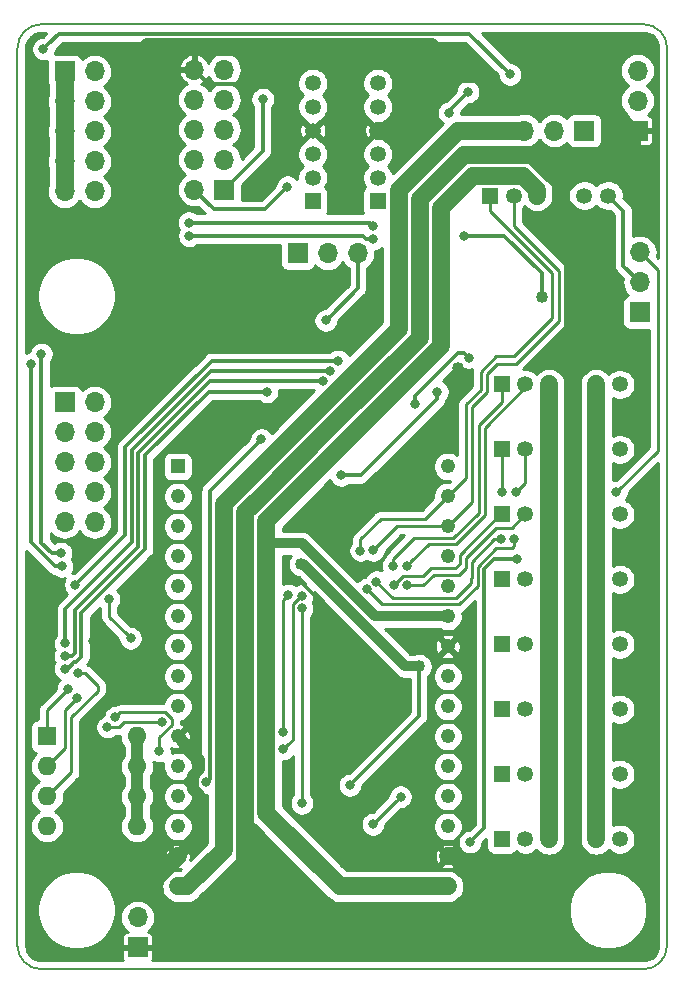
<source format=gbr>
G04 #@! TF.GenerationSoftware,KiCad,Pcbnew,(5.0.0-rc2-190-gf634b7565)*
G04 #@! TF.CreationDate,2018-07-18T23:06:54+02:00*
G04 #@! TF.ProjectId,IoP-mux8-1C,496F502D6D7578382D31432E6B696361,rev?*
G04 #@! TF.SameCoordinates,Original*
G04 #@! TF.FileFunction,Copper,L2,Bot,Signal*
G04 #@! TF.FilePolarity,Positive*
%FSLAX46Y46*%
G04 Gerber Fmt 4.6, Leading zero omitted, Abs format (unit mm)*
G04 Created by KiCad (PCBNEW (5.0.0-rc2-190-gf634b7565)) date 07/18/18 23:06:54*
%MOMM*%
%LPD*%
G01*
G04 APERTURE LIST*
G04 #@! TA.AperFunction,NonConductor*
%ADD10C,0.200000*%
G04 #@! TD*
G04 #@! TA.AperFunction,ComponentPad*
%ADD11O,1.700000X1.700000*%
G04 #@! TD*
G04 #@! TA.AperFunction,ComponentPad*
%ADD12R,1.700000X1.700000*%
G04 #@! TD*
G04 #@! TA.AperFunction,ComponentPad*
%ADD13R,1.350000X1.350000*%
G04 #@! TD*
G04 #@! TA.AperFunction,ComponentPad*
%ADD14C,1.350000*%
G04 #@! TD*
G04 #@! TA.AperFunction,ComponentPad*
%ADD15R,1.600000X1.600000*%
G04 #@! TD*
G04 #@! TA.AperFunction,ComponentPad*
%ADD16O,1.600000X1.600000*%
G04 #@! TD*
G04 #@! TA.AperFunction,ComponentPad*
%ADD17R,1.235000X1.235000*%
G04 #@! TD*
G04 #@! TA.AperFunction,ComponentPad*
%ADD18C,1.235000*%
G04 #@! TD*
G04 #@! TA.AperFunction,ViaPad*
%ADD19C,1.016000*%
G04 #@! TD*
G04 #@! TA.AperFunction,ViaPad*
%ADD20C,0.812800*%
G04 #@! TD*
G04 #@! TA.AperFunction,Conductor*
%ADD21C,1.524000*%
G04 #@! TD*
G04 #@! TA.AperFunction,Conductor*
%ADD22C,0.304800*%
G04 #@! TD*
G04 #@! TA.AperFunction,Conductor*
%ADD23C,0.812800*%
G04 #@! TD*
G04 #@! TA.AperFunction,Conductor*
%ADD24C,0.254000*%
G04 #@! TD*
G04 #@! TA.AperFunction,Conductor*
%ADD25C,1.016000*%
G04 #@! TD*
G04 APERTURE END LIST*
D10*
X180000000Y-125000000D02*
G75*
G02X178000000Y-123000000I0J2000000D01*
G01*
X231000000Y-45000000D02*
G75*
G02X233000000Y-47000000I0J-2000000D01*
G01*
X233000000Y-123000000D02*
G75*
G02X231000000Y-125000000I-2000000J0D01*
G01*
X178000000Y-47000000D02*
G75*
G02X180000000Y-45000000I2000000J0D01*
G01*
X178000000Y-47000000D02*
X178000000Y-123000000D01*
X231000000Y-45000000D02*
X180000000Y-45000000D01*
X233000000Y-123000000D02*
X233000000Y-47000000D01*
X180000000Y-125000000D02*
X231000000Y-125000000D01*
D11*
G04 #@! TO.P,J4,2*
G04 #@! TO.N,TXD1*
X188181600Y-120609600D03*
D12*
G04 #@! TO.P,J4,1*
G04 #@! TO.N,GND*
X188181600Y-123149600D03*
G04 #@! TD*
D13*
G04 #@! TO.P,EXT4,1*
G04 #@! TO.N,/SCL4*
X219000000Y-92000000D03*
D14*
G04 #@! TO.P,EXT4,2*
G04 #@! TO.N,/SDA4*
X221000000Y-92000000D03*
G04 #@! TO.P,EXT4,3*
G04 #@! TO.N,/3.3V_SW*
X223000000Y-92000000D03*
G04 #@! TO.P,EXT4,4*
G04 #@! TO.N,GND*
X225000000Y-92000000D03*
G04 #@! TO.P,EXT4,5*
G04 #@! TO.N,/VBAT_SW*
X227000000Y-92000000D03*
G04 #@! TO.P,EXT4,6*
G04 #@! TO.N,/A4*
X229000000Y-92000000D03*
G04 #@! TD*
D12*
G04 #@! TO.P,JP4,1*
G04 #@! TO.N,A9*
X201735000Y-64392000D03*
D11*
G04 #@! TO.P,JP4,2*
G04 #@! TO.N,Net-(JP4-Pad2)*
X204275000Y-64392000D03*
G04 #@! TO.P,JP4,3*
G04 #@! TO.N,M_ANA*
X206815000Y-64392000D03*
G04 #@! TD*
D15*
G04 #@! TO.P,SW1,1*
G04 #@! TO.N,ADDR0*
X180500000Y-105300000D03*
D16*
G04 #@! TO.P,SW1,5*
G04 #@! TO.N,3.3V_IN*
X188120000Y-112920000D03*
G04 #@! TO.P,SW1,2*
G04 #@! TO.N,ADDR1*
X180500000Y-107840000D03*
G04 #@! TO.P,SW1,6*
G04 #@! TO.N,3.3V_IN*
X188120000Y-110380000D03*
G04 #@! TO.P,SW1,3*
G04 #@! TO.N,ADDR2*
X180500000Y-110380000D03*
G04 #@! TO.P,SW1,7*
G04 #@! TO.N,3.3V_IN*
X188120000Y-107840000D03*
G04 #@! TO.P,SW1,4*
G04 #@! TO.N,DIP4*
X180500000Y-112920000D03*
G04 #@! TO.P,SW1,8*
G04 #@! TO.N,3.3V_IN*
X188120000Y-105300000D03*
G04 #@! TD*
D14*
G04 #@! TO.P,LINK0,6*
G04 #@! TO.N,/M_OUT*
X228000000Y-59500000D03*
G04 #@! TO.P,LINK0,5*
G04 #@! TO.N,/M_PWR*
X226000000Y-59500000D03*
G04 #@! TO.P,LINK0,4*
G04 #@! TO.N,GND*
X224000000Y-59500000D03*
G04 #@! TO.P,LINK0,3*
G04 #@! TO.N,3.3V_IN*
X222000000Y-59500000D03*
G04 #@! TO.P,LINK0,2*
G04 #@! TO.N,/M_SDA*
X220000000Y-59500000D03*
D13*
G04 #@! TO.P,LINK0,1*
G04 #@! TO.N,/M_SCL*
X218000000Y-59500000D03*
G04 #@! TD*
D17*
G04 #@! TO.P,U1,1*
G04 #@! TO.N,Net-(C10-Pad2)*
X191570000Y-82440000D03*
D18*
G04 #@! TO.P,U1,2*
G04 #@! TO.N,Net-(U1-Pad2)*
X191570000Y-84980000D03*
G04 #@! TO.P,U1,3*
G04 #@! TO.N,Net-(U1-Pad3)*
X191570000Y-87520000D03*
G04 #@! TO.P,U1,4*
G04 #@! TO.N,Net-(U1-Pad4)*
X191570000Y-90060000D03*
G04 #@! TO.P,U1,5*
G04 #@! TO.N,Net-(U1-Pad5)*
X191570000Y-92600000D03*
G04 #@! TO.P,U1,6*
G04 #@! TO.N,Net-(U1-Pad6)*
X191570000Y-95140000D03*
G04 #@! TO.P,U1,7*
G04 #@! TO.N,Net-(U1-Pad7)*
X191570000Y-97680000D03*
G04 #@! TO.P,U1,8*
G04 #@! TO.N,Net-(U1-Pad8)*
X191570000Y-100220000D03*
G04 #@! TO.P,U1,9*
G04 #@! TO.N,Net-(U1-Pad9)*
X191570000Y-102760000D03*
G04 #@! TO.P,U1,10*
G04 #@! TO.N,GND*
X191570000Y-105300000D03*
G04 #@! TO.P,U1,11*
G04 #@! TO.N,3.3V_IN*
X191570000Y-107840000D03*
G04 #@! TO.P,U1,12*
G04 #@! TO.N,Net-(U1-Pad12)*
X191570000Y-110380000D03*
G04 #@! TO.P,U1,13*
G04 #@! TO.N,Net-(U1-Pad13)*
X191570000Y-112920000D03*
G04 #@! TO.P,U1,14*
G04 #@! TO.N,GND*
X191570000Y-115460000D03*
G04 #@! TO.P,U1,15*
G04 #@! TO.N,VUSB*
X191570000Y-118000000D03*
G04 #@! TO.P,U1,16*
G04 #@! TO.N,3.3V_IN*
X214430000Y-118000000D03*
G04 #@! TO.P,U1,17*
G04 #@! TO.N,GND*
X214430000Y-115460000D03*
G04 #@! TO.P,U1,18*
G04 #@! TO.N,Net-(U1-Pad18)*
X214430000Y-112920000D03*
G04 #@! TO.P,U1,19*
G04 #@! TO.N,DIP4*
X214430000Y-110380000D03*
G04 #@! TO.P,U1,20*
G04 #@! TO.N,Net-(U1-Pad20)*
X214430000Y-107840000D03*
G04 #@! TO.P,U1,21*
G04 #@! TO.N,Net-(U1-Pad21)*
X214430000Y-105300000D03*
G04 #@! TO.P,U1,22*
G04 #@! TO.N,Net-(U1-Pad22)*
X214430000Y-102760000D03*
G04 #@! TO.P,U1,23*
G04 #@! TO.N,Net-(U1-Pad23)*
X214430000Y-100220000D03*
G04 #@! TO.P,U1,24*
G04 #@! TO.N,GND*
X214430000Y-97680000D03*
G04 #@! TO.P,U1,25*
G04 #@! TO.N,3.3V_IN*
X214430000Y-95140000D03*
G04 #@! TO.P,U1,26*
G04 #@! TO.N,TXD1*
X214430000Y-92600000D03*
G04 #@! TO.P,U1,27*
G04 #@! TO.N,~RST*
X214430000Y-90060000D03*
G04 #@! TO.P,U1,28*
G04 #@! TO.N,/M_SDA*
X214430000Y-87520000D03*
G04 #@! TO.P,U1,29*
G04 #@! TO.N,/M_SCL*
X214430000Y-84980000D03*
G04 #@! TO.P,U1,30*
G04 #@! TO.N,/ENA_OUT*
X214430000Y-82440000D03*
G04 #@! TD*
D12*
G04 #@! TO.P,J1,1*
G04 #@! TO.N,VBAT_IN*
X182000000Y-49000000D03*
D11*
G04 #@! TO.P,J1,2*
G04 #@! TO.N,PSW0*
X184540000Y-49000000D03*
G04 #@! TO.P,J1,3*
G04 #@! TO.N,VBAT_IN*
X182000000Y-51540000D03*
G04 #@! TO.P,J1,4*
G04 #@! TO.N,PSW1*
X184540000Y-51540000D03*
G04 #@! TO.P,J1,5*
G04 #@! TO.N,VBAT_IN*
X182000000Y-54080000D03*
G04 #@! TO.P,J1,6*
G04 #@! TO.N,PSW2*
X184540000Y-54080000D03*
G04 #@! TO.P,J1,7*
G04 #@! TO.N,VBAT_IN*
X182000000Y-56620000D03*
G04 #@! TO.P,J1,8*
G04 #@! TO.N,PSW3*
X184540000Y-56620000D03*
G04 #@! TO.P,J1,9*
G04 #@! TO.N,VBAT_IN*
X182000000Y-59160000D03*
G04 #@! TO.P,J1,10*
G04 #@! TO.N,PSW4*
X184540000Y-59160000D03*
G04 #@! TD*
G04 #@! TO.P,J3,10*
G04 #@! TO.N,GND*
X192960000Y-48840000D03*
G04 #@! TO.P,J3,9*
G04 #@! TO.N,3.3V_IN*
X195500000Y-48840000D03*
G04 #@! TO.P,J3,8*
G04 #@! TO.N,A15*
X192960000Y-51380000D03*
G04 #@! TO.P,J3,7*
G04 #@! TO.N,A14*
X195500000Y-51380000D03*
G04 #@! TO.P,J3,6*
G04 #@! TO.N,A13*
X192960000Y-53920000D03*
G04 #@! TO.P,J3,5*
G04 #@! TO.N,A12*
X195500000Y-53920000D03*
G04 #@! TO.P,J3,4*
G04 #@! TO.N,A11*
X192960000Y-56460000D03*
G04 #@! TO.P,J3,3*
G04 #@! TO.N,A10*
X195500000Y-56460000D03*
G04 #@! TO.P,J3,2*
G04 #@! TO.N,A9*
X192960000Y-59000000D03*
D12*
G04 #@! TO.P,J3,1*
G04 #@! TO.N,A8*
X195500000Y-59000000D03*
G04 #@! TD*
G04 #@! TO.P,JP1,1*
G04 #@! TO.N,M_ANA*
X230700000Y-69400000D03*
D11*
G04 #@! TO.P,JP1,2*
G04 #@! TO.N,/M_OUT*
X230700000Y-66860000D03*
G04 #@! TO.P,JP1,3*
G04 #@! TO.N,/ENA_OUT*
X230700000Y-64320000D03*
G04 #@! TD*
G04 #@! TO.P,JP2,3*
G04 #@! TO.N,Net-(C1-Pad1)*
X230500000Y-48920000D03*
G04 #@! TO.P,JP2,2*
G04 #@! TO.N,Net-(IC8-Pad2)*
X230500000Y-51460000D03*
D12*
G04 #@! TO.P,JP2,1*
G04 #@! TO.N,GND*
X230500000Y-54000000D03*
G04 #@! TD*
G04 #@! TO.P,JP3,1*
G04 #@! TO.N,/M_PWR*
X226000000Y-54000000D03*
D11*
G04 #@! TO.P,JP3,2*
G04 #@! TO.N,VBAT_IN*
X223460000Y-54000000D03*
G04 #@! TO.P,JP3,3*
G04 #@! TO.N,VUSB*
X220920000Y-54000000D03*
G04 #@! TD*
D12*
G04 #@! TO.P,J2,1*
G04 #@! TO.N,SWIO0*
X182000000Y-77000000D03*
D11*
G04 #@! TO.P,J2,2*
G04 #@! TO.N,SWIO1*
X184540000Y-77000000D03*
G04 #@! TO.P,J2,3*
G04 #@! TO.N,SWIO2*
X182000000Y-79540000D03*
G04 #@! TO.P,J2,4*
G04 #@! TO.N,SWIO3*
X184540000Y-79540000D03*
G04 #@! TO.P,J2,5*
G04 #@! TO.N,SWIO4*
X182000000Y-82080000D03*
G04 #@! TO.P,J2,6*
G04 #@! TO.N,GPIO5*
X184540000Y-82080000D03*
G04 #@! TO.P,J2,7*
G04 #@! TO.N,GPIO6*
X182000000Y-84620000D03*
G04 #@! TO.P,J2,8*
G04 #@! TO.N,GPIO7*
X184540000Y-84620000D03*
G04 #@! TO.P,J2,9*
G04 #@! TO.N,GPIO8*
X182000000Y-87160000D03*
G04 #@! TO.P,J2,10*
G04 #@! TO.N,GPIO9*
X184540000Y-87160000D03*
G04 #@! TD*
D13*
G04 #@! TO.P,EXT2,1*
G04 #@! TO.N,/SCL2*
X219000000Y-103000000D03*
D14*
G04 #@! TO.P,EXT2,2*
G04 #@! TO.N,/SDA2*
X221000000Y-103000000D03*
G04 #@! TO.P,EXT2,3*
G04 #@! TO.N,/3.3V_SW*
X223000000Y-103000000D03*
G04 #@! TO.P,EXT2,4*
G04 #@! TO.N,GND*
X225000000Y-103000000D03*
G04 #@! TO.P,EXT2,5*
G04 #@! TO.N,/VBAT_SW*
X227000000Y-103000000D03*
G04 #@! TO.P,EXT2,6*
G04 #@! TO.N,/A2*
X229000000Y-103000000D03*
G04 #@! TD*
G04 #@! TO.P,LOC1,6*
G04 #@! TO.N,Net-(JP4-Pad2)*
X203000000Y-50000000D03*
G04 #@! TO.P,LOC1,5*
G04 #@! TO.N,/VBAT_LOC*
X203000000Y-52000000D03*
G04 #@! TO.P,LOC1,4*
G04 #@! TO.N,GND*
X203000000Y-54000000D03*
G04 #@! TO.P,LOC1,3*
G04 #@! TO.N,/3.3V_LOC*
X203000000Y-56000000D03*
G04 #@! TO.P,LOC1,2*
G04 #@! TO.N,/M_SDA*
X203000000Y-58000000D03*
D13*
G04 #@! TO.P,LOC1,1*
G04 #@! TO.N,/M_SCL*
X203000000Y-60000000D03*
G04 #@! TD*
G04 #@! TO.P,LOC0,1*
G04 #@! TO.N,/M_SCL*
X208500000Y-60000000D03*
D14*
G04 #@! TO.P,LOC0,2*
G04 #@! TO.N,/M_SDA*
X208500000Y-58000000D03*
G04 #@! TO.P,LOC0,3*
G04 #@! TO.N,/3.3V_LOC*
X208500000Y-56000000D03*
G04 #@! TO.P,LOC0,4*
G04 #@! TO.N,GND*
X208500000Y-54000000D03*
G04 #@! TO.P,LOC0,5*
G04 #@! TO.N,/VBAT_LOC*
X208500000Y-52000000D03*
G04 #@! TO.P,LOC0,6*
G04 #@! TO.N,A8*
X208500000Y-50000000D03*
G04 #@! TD*
D13*
G04 #@! TO.P,EXT0,1*
G04 #@! TO.N,/SCL0*
X219000000Y-114000000D03*
D14*
G04 #@! TO.P,EXT0,2*
G04 #@! TO.N,/SDA0*
X221000000Y-114000000D03*
G04 #@! TO.P,EXT0,3*
G04 #@! TO.N,/3.3V_SW*
X223000000Y-114000000D03*
G04 #@! TO.P,EXT0,4*
G04 #@! TO.N,GND*
X225000000Y-114000000D03*
G04 #@! TO.P,EXT0,5*
G04 #@! TO.N,/VBAT_SW*
X227000000Y-114000000D03*
G04 #@! TO.P,EXT0,6*
G04 #@! TO.N,/A0*
X229000000Y-114000000D03*
G04 #@! TD*
G04 #@! TO.P,EXT3,6*
G04 #@! TO.N,/A3*
X229000000Y-97500000D03*
G04 #@! TO.P,EXT3,5*
G04 #@! TO.N,/VBAT_SW*
X227000000Y-97500000D03*
G04 #@! TO.P,EXT3,4*
G04 #@! TO.N,GND*
X225000000Y-97500000D03*
G04 #@! TO.P,EXT3,3*
G04 #@! TO.N,/3.3V_SW*
X223000000Y-97500000D03*
G04 #@! TO.P,EXT3,2*
G04 #@! TO.N,/SDA3*
X221000000Y-97500000D03*
D13*
G04 #@! TO.P,EXT3,1*
G04 #@! TO.N,/SCL3*
X219000000Y-97500000D03*
G04 #@! TD*
D14*
G04 #@! TO.P,EXT6,6*
G04 #@! TO.N,/A6*
X229000000Y-81000000D03*
G04 #@! TO.P,EXT6,5*
G04 #@! TO.N,/VBAT_SW*
X227000000Y-81000000D03*
G04 #@! TO.P,EXT6,4*
G04 #@! TO.N,GND*
X225000000Y-81000000D03*
G04 #@! TO.P,EXT6,3*
G04 #@! TO.N,/3.3V_SW*
X223000000Y-81000000D03*
G04 #@! TO.P,EXT6,2*
G04 #@! TO.N,/SDA6*
X221000000Y-81000000D03*
D13*
G04 #@! TO.P,EXT6,1*
G04 #@! TO.N,/SCL6*
X219000000Y-81000000D03*
G04 #@! TD*
G04 #@! TO.P,EXT7,1*
G04 #@! TO.N,/SCL7*
X219000000Y-75500000D03*
D14*
G04 #@! TO.P,EXT7,2*
G04 #@! TO.N,/SDA7*
X221000000Y-75500000D03*
G04 #@! TO.P,EXT7,3*
G04 #@! TO.N,/3.3V_SW*
X223000000Y-75500000D03*
G04 #@! TO.P,EXT7,4*
G04 #@! TO.N,GND*
X225000000Y-75500000D03*
G04 #@! TO.P,EXT7,5*
G04 #@! TO.N,/VBAT_SW*
X227000000Y-75500000D03*
G04 #@! TO.P,EXT7,6*
G04 #@! TO.N,/A7*
X229000000Y-75500000D03*
G04 #@! TD*
G04 #@! TO.P,EXT5,6*
G04 #@! TO.N,/A5*
X229000000Y-86500000D03*
G04 #@! TO.P,EXT5,5*
G04 #@! TO.N,/VBAT_SW*
X227000000Y-86500000D03*
G04 #@! TO.P,EXT5,4*
G04 #@! TO.N,GND*
X225000000Y-86500000D03*
G04 #@! TO.P,EXT5,3*
G04 #@! TO.N,/3.3V_SW*
X223000000Y-86500000D03*
G04 #@! TO.P,EXT5,2*
G04 #@! TO.N,/SDA5*
X221000000Y-86500000D03*
D13*
G04 #@! TO.P,EXT5,1*
G04 #@! TO.N,/SCL5*
X219000000Y-86500000D03*
G04 #@! TD*
G04 #@! TO.P,EXT1,1*
G04 #@! TO.N,/SCL1*
X219000000Y-108500000D03*
D14*
G04 #@! TO.P,EXT1,2*
G04 #@! TO.N,/SDA1*
X221000000Y-108500000D03*
G04 #@! TO.P,EXT1,3*
G04 #@! TO.N,/3.3V_SW*
X223000000Y-108500000D03*
G04 #@! TO.P,EXT1,4*
G04 #@! TO.N,GND*
X225000000Y-108500000D03*
G04 #@! TO.P,EXT1,5*
G04 #@! TO.N,/VBAT_SW*
X227000000Y-108500000D03*
G04 #@! TO.P,EXT1,6*
G04 #@! TO.N,/A1*
X229000000Y-108500000D03*
G04 #@! TD*
D19*
G04 #@! TO.N,/3.3V_SW*
X212006798Y-99375200D03*
X202036609Y-90701793D03*
D20*
X206139400Y-109433600D03*
G04 #@! TO.N,/SDA5*
X210965400Y-92504500D03*
G04 #@! TO.N,/SCL5*
X209850186Y-92504475D03*
G04 #@! TO.N,/SCL7*
X209809700Y-90891600D03*
G04 #@! TO.N,/SDA7*
X210952700Y-90878900D03*
G04 #@! TO.N,/SCL6*
X208396083Y-92188705D03*
X218981600Y-84610400D03*
X218953700Y-88580200D03*
G04 #@! TO.N,/SDA6*
X220200800Y-84610400D03*
X207550342Y-92838943D03*
X220045900Y-88580200D03*
G04 #@! TO.N,AMUX3*
X213546000Y-76126800D03*
X205400004Y-83200000D03*
X182035576Y-99560683D03*
X199116300Y-76121500D03*
G04 #@! TO.N,GND*
X192464000Y-68710000D03*
X191854400Y-68100400D03*
X191244800Y-67490800D03*
X211107600Y-80698800D03*
D19*
X204500000Y-79080359D03*
X211900000Y-71680359D03*
X197274800Y-92771200D03*
X198494000Y-85086359D03*
D20*
X184371600Y-97241600D03*
D19*
X208200000Y-102300000D03*
X200900004Y-91800000D03*
X215305123Y-74134736D03*
X197274800Y-111440200D03*
D20*
X189121400Y-101305600D03*
D19*
G04 #@! TO.N,3.3V_IN*
X206494846Y-79600000D03*
X199129000Y-107782600D03*
D20*
G04 #@! TO.N,/I2C-Analog-Expander/3.3V_CTRL*
X179129000Y-73789992D03*
X181745200Y-90909604D03*
G04 #@! TO.N,/I2C-Analog-Expander/VBAT_CTRL*
X180021244Y-72904244D03*
X181691933Y-89793318D03*
G04 #@! TO.N,AMUX0*
X205140671Y-73500436D03*
X182898400Y-92466404D03*
G04 #@! TO.N,AMUX1*
X204488491Y-74344681D03*
X182034620Y-97422402D03*
G04 #@! TO.N,AMUX2*
X203852840Y-75201440D03*
X182038539Y-98489641D03*
G04 #@! TO.N,/M_SCL*
X207039078Y-89556088D03*
X202089146Y-93385377D03*
X200500600Y-106360200D03*
X190023100Y-106525300D03*
X186289300Y-103667800D03*
G04 #@! TO.N,/M_SDA*
X200932400Y-93330000D03*
X190198343Y-104080309D03*
X200494006Y-104963209D03*
X208120600Y-89532700D03*
X185617196Y-104505990D03*
G04 #@! TO.N,VBAT_IN*
X215781200Y-62918800D03*
D19*
X222385192Y-68100400D03*
D20*
G04 #@! TO.N,PSW4*
X219700000Y-49250000D03*
X180199998Y-47100000D03*
G04 #@! TO.N,A9*
X200856190Y-58753200D03*
G04 #@! TO.N,A8*
X198763200Y-51336400D03*
G04 #@! TO.N,/A7*
X211666390Y-77193600D03*
X216197800Y-73225900D03*
G04 #@! TO.N,/ENA_OUT*
X228700000Y-84600000D03*
G04 #@! TO.N,ADDR0*
X182278889Y-101298845D03*
G04 #@! TO.N,ADDR1*
X183033239Y-102053195D03*
G04 #@! TO.N,ADDR2*
X202101701Y-94452115D03*
X183144216Y-99920983D03*
X202075402Y-110957600D03*
G04 #@! TO.N,DIP4*
X210432000Y-110398800D03*
X208095198Y-112735600D03*
G04 #@! TO.N,Net-(IC2-Pad11)*
X192509340Y-61793313D03*
X208110368Y-62057277D03*
G04 #@! TO.N,Net-(IC2-Pad10)*
X208110368Y-63211338D03*
X192549886Y-62920073D03*
G04 #@! TO.N,Net-(IC8-Pad2)*
X214546810Y-52491352D03*
X216142345Y-50730671D03*
G04 #@! TO.N,/I2C-Analog-Expander/GPIO4*
X185743200Y-93685600D03*
X187572000Y-96987535D03*
G04 #@! TO.N,M_ANA*
X204097198Y-70081600D03*
G04 #@! TO.N,~RST*
X193998200Y-109179600D03*
X198646400Y-80147400D03*
G04 #@! TO.N,TXD1*
X220274500Y-90307400D03*
X216324800Y-114246898D03*
G04 #@! TD*
D21*
G04 #@! TO.N,/3.3V_SW*
X223000000Y-75500000D02*
X223000000Y-114000000D01*
D22*
X212006798Y-99375200D02*
X212006798Y-103566202D01*
X206545799Y-109027201D02*
X206139400Y-109433600D01*
X212006798Y-103566202D02*
X206545799Y-109027201D01*
D23*
X202037302Y-90701100D02*
X202036609Y-90701793D01*
X202164300Y-90701100D02*
X202037302Y-90701100D01*
X212006798Y-99375200D02*
X210838400Y-99375200D01*
X210838400Y-99375200D02*
X202164300Y-90701100D01*
D24*
G04 #@! TO.N,/SDA5*
X211540136Y-92504500D02*
X210965400Y-92504500D01*
X212362400Y-92504500D02*
X211540136Y-92504500D01*
X213265401Y-91601499D02*
X212362400Y-92504500D01*
X219872302Y-87627698D02*
X218532830Y-87627698D01*
X221000000Y-86500000D02*
X219872302Y-87627698D01*
X218532830Y-87627698D02*
X215936513Y-90224015D01*
X215936513Y-90224015D02*
X215936513Y-91025887D01*
X215936513Y-91025887D02*
X215360901Y-91601499D01*
X215360901Y-91601499D02*
X213265401Y-91601499D01*
G04 #@! TO.N,/SCL5*
X210637561Y-91717100D02*
X210256585Y-92098076D01*
X218891292Y-86500000D02*
X215428501Y-89962791D01*
X215428501Y-89962791D02*
X215428501Y-90708399D01*
X215428501Y-90708399D02*
X215071434Y-91065466D01*
X210256585Y-92098076D02*
X209850186Y-92504475D01*
X219000000Y-86500000D02*
X218891292Y-86500000D01*
X215071434Y-91065466D02*
X213014034Y-91065466D01*
X212362400Y-91717100D02*
X210637561Y-91717100D01*
X213014034Y-91065466D02*
X212362400Y-91717100D01*
G04 #@! TO.N,/SCL7*
X217051200Y-78920800D02*
X217051200Y-86376582D01*
X217051200Y-86376582D02*
X214909281Y-88518501D01*
X214909281Y-88518501D02*
X211608063Y-88518501D01*
X219000000Y-76972000D02*
X217051200Y-78920800D01*
X219000000Y-75500000D02*
X219000000Y-76972000D01*
X209809700Y-90316864D02*
X209809700Y-90891600D01*
X211608063Y-88518501D02*
X209809700Y-90316864D01*
G04 #@! TO.N,/SDA7*
X213186912Y-89026512D02*
X213186910Y-89026510D01*
X215124288Y-89026512D02*
X213186912Y-89026512D01*
X217559200Y-86591600D02*
X215124288Y-89026512D01*
X217559200Y-79174800D02*
X217559200Y-86591600D01*
X221000000Y-75500000D02*
X221000000Y-75734000D01*
X221000000Y-75734000D02*
X217559200Y-79174800D01*
X211359099Y-90472501D02*
X210952700Y-90878900D01*
X212805088Y-89026512D02*
X211359099Y-90472501D01*
X213186912Y-89026512D02*
X212805088Y-89026512D01*
G04 #@! TO.N,/SCL6*
X219000000Y-84592000D02*
X218981600Y-84610400D01*
X219000000Y-81000000D02*
X219000000Y-84592000D01*
X218378964Y-88580200D02*
X218953700Y-88580200D01*
X216444522Y-90514642D02*
X218378964Y-88580200D01*
X216444522Y-91864078D02*
X216444522Y-90514642D01*
X216439100Y-91869500D02*
X216444522Y-91864078D01*
X216439100Y-92334500D02*
X216439100Y-91869500D01*
X208396083Y-92188705D02*
X209816778Y-93609400D01*
X209816778Y-93609400D02*
X215164200Y-93609400D01*
X215164200Y-93609400D02*
X216439100Y-92334500D01*
G04 #@! TO.N,/SDA6*
X221000000Y-83811200D02*
X220607199Y-84204001D01*
X220607199Y-84204001D02*
X220200800Y-84610400D01*
X221000000Y-81000000D02*
X221000000Y-83811200D01*
X208828810Y-94117411D02*
X215374626Y-94117410D01*
X215374626Y-94117410D02*
X216952533Y-92539503D01*
X216952533Y-92539503D02*
X216952533Y-90931910D01*
X216952533Y-90931910D02*
X218516842Y-89367601D01*
X219833235Y-89367601D02*
X220045900Y-89154936D01*
X218516842Y-89367601D02*
X219833235Y-89367601D01*
X207550342Y-92838943D02*
X208828810Y-94117411D01*
X220045900Y-89154936D02*
X220045900Y-88580200D01*
D22*
G04 #@! TO.N,AMUX3*
X207047536Y-83200000D02*
X205974740Y-83200000D01*
X205974740Y-83200000D02*
X205400004Y-83200000D01*
X213546000Y-76701536D02*
X207047536Y-83200000D01*
X213546000Y-76126800D02*
X213546000Y-76701536D01*
X198541564Y-76121500D02*
X199116300Y-76121500D01*
X194188700Y-76121500D02*
X198541564Y-76121500D01*
X188800000Y-81510200D02*
X194188700Y-76121500D01*
X188800000Y-89460400D02*
X188800000Y-81510200D01*
X183406409Y-94853991D02*
X188800000Y-89460400D01*
X183406409Y-98540645D02*
X183406409Y-94853991D01*
X182911748Y-99035306D02*
X183406409Y-98540645D01*
X182809313Y-99035306D02*
X182911748Y-99035306D01*
X182283936Y-99560683D02*
X182809313Y-99035306D01*
X182035576Y-99560683D02*
X182283936Y-99560683D01*
D21*
G04 #@! TO.N,GND*
X225000000Y-114000000D02*
X225000000Y-75500000D01*
X228050000Y-56450000D02*
X230500000Y-54000000D01*
X226095406Y-56450000D02*
X228050000Y-56450000D01*
X224000000Y-59500000D02*
X224000000Y-58545406D01*
X224000000Y-58545406D02*
X226095406Y-56450000D01*
X227650000Y-51700000D02*
X227228802Y-51700000D01*
X230500000Y-54000000D02*
X229950000Y-54000000D01*
X229950000Y-54000000D02*
X227650000Y-51700000D01*
X227650000Y-51700000D02*
X219650000Y-51700000D01*
X219650000Y-51700000D02*
X217150000Y-49200000D01*
X217150000Y-49200000D02*
X215250000Y-49200000D01*
X210450000Y-54000000D02*
X208500000Y-54000000D01*
X215250000Y-49200000D02*
X210450000Y-54000000D01*
X187384000Y-63376000D02*
X187384000Y-63884000D01*
X187384000Y-63376000D02*
X187384000Y-63630000D01*
X187384000Y-63630000D02*
X191244800Y-67490800D01*
X213017611Y-46967611D02*
X189060389Y-46967611D01*
X187384000Y-48644000D02*
X187384000Y-63376000D01*
X215250000Y-49200000D02*
X213017611Y-46967611D01*
X189060389Y-46967611D02*
X187384000Y-48644000D01*
D22*
X203000000Y-53947600D02*
X203000000Y-54000000D01*
X199148801Y-50096401D02*
X203000000Y-53947600D01*
X192960000Y-48840000D02*
X194216401Y-50096401D01*
X194216401Y-50096401D02*
X199148801Y-50096401D01*
D21*
X225000000Y-74545406D02*
X225000000Y-75500000D01*
X224000000Y-59500000D02*
X224000000Y-62838133D01*
X225000000Y-63838133D02*
X225000000Y-74545406D01*
X224000000Y-62838133D02*
X225000000Y-63838133D01*
X192464000Y-68710000D02*
X192464000Y-68710000D01*
X191854400Y-68100400D02*
X192464000Y-68710000D01*
X191244800Y-67490800D02*
X191854400Y-68100400D01*
X224000000Y-58545406D02*
X224000000Y-58482831D01*
X224000000Y-58482831D02*
X221548157Y-56030988D01*
X215814443Y-56030988D02*
X212056021Y-59789410D01*
X212056021Y-59789410D02*
X212056021Y-71524338D01*
X221548157Y-56030988D02*
X215814443Y-56030988D01*
X212056021Y-71524338D02*
X204500000Y-79080359D01*
X197274800Y-92196464D02*
X197274800Y-92771200D01*
X197274800Y-86305559D02*
X197274800Y-92196464D01*
X204500000Y-79080359D02*
X198494000Y-85086359D01*
X198494000Y-85086359D02*
X197274800Y-86305559D01*
D24*
X208200000Y-102300000D02*
X208200000Y-98381576D01*
X208200000Y-98381576D02*
X201618424Y-91800000D01*
X201618424Y-91800000D02*
X200900004Y-91800000D01*
D22*
X211107600Y-80698800D02*
X215305123Y-76501277D01*
X215305123Y-76501277D02*
X215305123Y-74853156D01*
X215305123Y-74853156D02*
X215305123Y-74134736D01*
D21*
X197274800Y-92771200D02*
X197274800Y-110602000D01*
X197274800Y-110602000D02*
X197274800Y-111440200D01*
D24*
X184371600Y-97241600D02*
X188435600Y-101305600D01*
X188435600Y-101305600D02*
X188546664Y-101305600D01*
X188546664Y-101305600D02*
X189121400Y-101305600D01*
D25*
X193365452Y-113664548D02*
X192187499Y-114842501D01*
X193365452Y-110276086D02*
X193365452Y-113664548D01*
X192829799Y-109740433D02*
X193365452Y-110276086D01*
X192187499Y-105917499D02*
X192187499Y-106100935D01*
X192187499Y-114842501D02*
X191570000Y-115460000D01*
X191570000Y-105300000D02*
X192187499Y-105917499D01*
X192187499Y-106100935D02*
X193363189Y-107276625D01*
X193363189Y-107276625D02*
X193363189Y-108085377D01*
X193363189Y-108085377D02*
X192829799Y-108618767D01*
X192829799Y-108618767D02*
X192829799Y-109740433D01*
D21*
X215061400Y-115460000D02*
X214430000Y-115460000D01*
X215911000Y-116309600D02*
X215061400Y-115460000D01*
X223644994Y-116309600D02*
X215911000Y-116309600D01*
X225000000Y-114000000D02*
X225000000Y-114954594D01*
X225000000Y-114954594D02*
X223644994Y-116309600D01*
X197274800Y-112158620D02*
X197274800Y-111440200D01*
X191570000Y-115460000D02*
X189489700Y-117540300D01*
X189489700Y-118857000D02*
X190853900Y-120221200D01*
X190853900Y-120221200D02*
X193226000Y-120221200D01*
X189489700Y-117540300D02*
X189489700Y-118857000D01*
X193226000Y-120221200D02*
X197274800Y-116172400D01*
X197274800Y-116172400D02*
X197274800Y-112158620D01*
D25*
G04 #@! TO.N,3.3V_IN*
X188120000Y-105300000D02*
X188120000Y-112920000D01*
D21*
X216550919Y-57808999D02*
X213834032Y-60525886D01*
X213834032Y-72260814D02*
X206494846Y-79600000D01*
X222000000Y-59500000D02*
X222000000Y-58997318D01*
X213834032Y-60525886D02*
X213834032Y-72260814D01*
X220811681Y-57808999D02*
X216550919Y-57808999D01*
X222000000Y-58997318D02*
X220811681Y-57808999D01*
X213556724Y-118000000D02*
X214430000Y-118000000D01*
X205282400Y-118000000D02*
X213556724Y-118000000D01*
X199052811Y-111770411D02*
X205282400Y-118000000D01*
X206494846Y-79600000D02*
X199052811Y-87042035D01*
X199052811Y-87042035D02*
X199052811Y-88961200D01*
X199052811Y-88961200D02*
X199052811Y-111770411D01*
D23*
X214430000Y-95140000D02*
X208297512Y-95140000D01*
X208297512Y-95140000D02*
X202118712Y-88961200D01*
X202118712Y-88961200D02*
X199052811Y-88961200D01*
D22*
G04 #@! TO.N,/I2C-Analog-Expander/3.3V_CTRL*
X179129000Y-88868140D02*
X181170464Y-90909604D01*
X179129000Y-73789992D02*
X179129000Y-88868140D01*
X181170464Y-90909604D02*
X181745200Y-90909604D01*
G04 #@! TO.N,/I2C-Analog-Expander/VBAT_CTRL*
X181690615Y-89792000D02*
X181691933Y-89793318D01*
X180932400Y-89792000D02*
X181690615Y-89792000D01*
X180021244Y-72904244D02*
X180021244Y-88880844D01*
X180021244Y-88880844D02*
X180932400Y-89792000D01*
G04 #@! TO.N,AMUX0*
X194438930Y-73500436D02*
X187123567Y-80815799D01*
X205140671Y-73500436D02*
X194438930Y-73500436D01*
X187123567Y-80815799D02*
X187123567Y-88241237D01*
X187123567Y-88241237D02*
X183304799Y-92060005D01*
X183304799Y-92060005D02*
X182898400Y-92466404D01*
G04 #@! TO.N,AMUX1*
X182034620Y-96847666D02*
X182034620Y-97422402D01*
X187682378Y-88850822D02*
X182034620Y-94498580D01*
X187682378Y-81047266D02*
X187682378Y-88850822D01*
X194384963Y-74344681D02*
X187682378Y-81047266D01*
X204488491Y-74344681D02*
X194384963Y-74344681D01*
X182034620Y-94498580D02*
X182034620Y-96847666D01*
G04 #@! TO.N,AMUX2*
X182847598Y-98255318D02*
X182613275Y-98489641D01*
X182613275Y-98489641D02*
X182038539Y-98489641D01*
X203852840Y-75201440D02*
X194318482Y-75201440D01*
X188241189Y-81278733D02*
X188241189Y-89228933D01*
X188241189Y-89228933D02*
X182847598Y-94622524D01*
X194318482Y-75201440D02*
X188241189Y-81278733D01*
X182847598Y-94622524D02*
X182847598Y-98255318D01*
D24*
G04 #@! TO.N,/M_SCL*
X207028400Y-89545410D02*
X207039078Y-89556088D01*
X207028400Y-88605600D02*
X207028400Y-89545410D01*
X208755600Y-86878400D02*
X207028400Y-88605600D01*
X214430000Y-84980000D02*
X212531600Y-86878400D01*
X212531600Y-86878400D02*
X208755600Y-86878400D01*
X202089146Y-93385377D02*
X202089146Y-93392454D01*
X215984400Y-83425600D02*
X215047499Y-84362501D01*
X215047499Y-84362501D02*
X214430000Y-84980000D01*
X215984400Y-77190554D02*
X215984400Y-83425600D01*
X217241989Y-75932965D02*
X215984400Y-77190554D01*
X217241989Y-74404775D02*
X217241989Y-75932965D01*
X218517164Y-73129600D02*
X217241989Y-74404775D01*
X223274202Y-69903798D02*
X220048400Y-73129600D01*
X223274202Y-66050646D02*
X223274202Y-69903798D01*
X218000000Y-60776444D02*
X223274202Y-66050646D01*
X218000000Y-59500000D02*
X218000000Y-60776444D01*
X220048400Y-73129600D02*
X218517164Y-73129600D01*
X202100800Y-93380800D02*
X202024600Y-93380800D01*
X201288000Y-105572800D02*
X200906999Y-105953801D01*
X200906999Y-105953801D02*
X200500600Y-106360200D01*
X201288000Y-94117400D02*
X201288000Y-105572800D01*
X202024600Y-93380800D02*
X201288000Y-94117400D01*
X190023100Y-106525300D02*
X190023100Y-105369118D01*
X191090719Y-103859119D02*
X190493001Y-103261401D01*
X190023100Y-105369118D02*
X191090719Y-104301499D01*
X190493001Y-103261401D02*
X186695699Y-103261401D01*
X186695699Y-103261401D02*
X186289300Y-103667800D01*
X191090719Y-104301499D02*
X191090719Y-103859119D01*
G04 #@! TO.N,/M_SDA*
X215047499Y-86902501D02*
X214430000Y-87520000D01*
X216492411Y-85457589D02*
X215047499Y-86902501D01*
X216492411Y-77400979D02*
X216492411Y-85457589D01*
X217750000Y-76143390D02*
X216492411Y-77400979D01*
X217750000Y-74615200D02*
X217750000Y-76143390D01*
X218626000Y-73739200D02*
X217750000Y-74615200D01*
X220000000Y-62058008D02*
X223833013Y-65891021D01*
X223833013Y-70106987D02*
X220200800Y-73739200D01*
X220000000Y-59500000D02*
X220000000Y-62058008D01*
X223833013Y-65891021D02*
X223833013Y-70106987D01*
X220200800Y-73739200D02*
X218626000Y-73739200D01*
X200932400Y-93330000D02*
X200494006Y-93768394D01*
X200494006Y-104388473D02*
X200494006Y-104963209D01*
X200494006Y-93768394D02*
X200494006Y-104388473D01*
X208526999Y-89126301D02*
X208120600Y-89532700D01*
X210133300Y-87520000D02*
X208526999Y-89126301D01*
X214430000Y-87520000D02*
X210133300Y-87520000D01*
X190198343Y-104080309D02*
X187016745Y-104080309D01*
X186191932Y-104505990D02*
X185617196Y-104505990D01*
X186591064Y-104505990D02*
X186191932Y-104505990D01*
X187016745Y-104080309D02*
X186591064Y-104505990D01*
D21*
G04 #@! TO.N,VBAT_IN*
X182000000Y-49000000D02*
X182000000Y-59160000D01*
D22*
X222385192Y-66085192D02*
X222385192Y-68100400D01*
X215781200Y-62918800D02*
X219218800Y-62918800D01*
X219218800Y-62918800D02*
X222385192Y-66085192D01*
G04 #@! TO.N,PSW4*
X180606397Y-46693601D02*
X180199998Y-47100000D01*
X181500798Y-45799200D02*
X180606397Y-46693601D01*
X219700000Y-49250000D02*
X216249200Y-45799200D01*
X216249200Y-45799200D02*
X181500798Y-45799200D01*
G04 #@! TO.N,A9*
X198925790Y-60683600D02*
X200449791Y-59159599D01*
X200449791Y-59159599D02*
X200856190Y-58753200D01*
X194643600Y-60683600D02*
X198925790Y-60683600D01*
X192960000Y-59000000D02*
X194643600Y-60683600D01*
G04 #@! TO.N,A8*
X198763200Y-55756000D02*
X198763200Y-51336400D01*
X195500000Y-59000000D02*
X195519200Y-59000000D01*
X195519200Y-59000000D02*
X198763200Y-55756000D01*
G04 #@! TO.N,/A7*
X211666390Y-77193600D02*
X211666390Y-76480296D01*
X211666390Y-76480296D02*
X215327185Y-72819501D01*
X215327185Y-72819501D02*
X215791401Y-72819501D01*
X215791401Y-72819501D02*
X216197800Y-73225900D01*
D21*
G04 #@! TO.N,/VBAT_SW*
X227000000Y-75500000D02*
X227000000Y-114000000D01*
D22*
G04 #@! TO.N,/M_OUT*
X230700000Y-66860000D02*
X229300000Y-65460000D01*
X229300000Y-60800000D02*
X228000000Y-59500000D01*
X229300000Y-65460000D02*
X229300000Y-60800000D01*
D21*
G04 #@! TO.N,VUSB*
X191576600Y-117993400D02*
X191570000Y-118000000D01*
X192359900Y-117993400D02*
X191576600Y-117993400D01*
X195471401Y-114881899D02*
X192359900Y-117993400D01*
X195471401Y-108496847D02*
X195471401Y-114881899D01*
X215330944Y-54000000D02*
X210278010Y-59052934D01*
X220920000Y-54000000D02*
X215330944Y-54000000D01*
X210278010Y-59052934D02*
X210278010Y-70787862D01*
X210278010Y-70787862D02*
X195461189Y-85604683D01*
X195461189Y-85604683D02*
X195461189Y-108486635D01*
X195461189Y-108486635D02*
X195471401Y-108496847D01*
D24*
G04 #@! TO.N,/ENA_OUT*
X231549999Y-65169999D02*
X230700000Y-64320000D01*
X232200000Y-65820000D02*
X231549999Y-65169999D01*
X228700000Y-84600000D02*
X232200000Y-81100000D01*
X232200000Y-81100000D02*
X232200000Y-65820000D01*
G04 #@! TO.N,ADDR0*
X181872490Y-101705244D02*
X182278889Y-101298845D01*
X180500000Y-103077734D02*
X181872490Y-101705244D01*
X180500000Y-105300000D02*
X180500000Y-103077734D01*
G04 #@! TO.N,ADDR1*
X182626840Y-102459594D02*
X183033239Y-102053195D01*
X180500000Y-107840000D02*
X182050000Y-106290000D01*
X182050000Y-106290000D02*
X182050000Y-103036434D01*
X182050000Y-103036434D02*
X182626840Y-102459594D01*
G04 #@! TO.N,ADDR2*
X181299999Y-109580001D02*
X180500000Y-110380000D01*
X182558011Y-108321989D02*
X181299999Y-109580001D01*
X182558011Y-103641989D02*
X182558011Y-108321989D01*
X183718952Y-99920983D02*
X184787401Y-100989432D01*
X183144216Y-99920983D02*
X183718952Y-99920983D01*
X184787401Y-101412599D02*
X182558011Y-103641989D01*
X184787401Y-100989432D02*
X184787401Y-101412599D01*
X202101701Y-94452115D02*
X202101701Y-110931301D01*
X202101701Y-110931301D02*
X202075402Y-110957600D01*
G04 #@! TO.N,DIP4*
X210432000Y-110398800D02*
X210025599Y-110805199D01*
X208501597Y-112329201D02*
X208095198Y-112735600D01*
X210025599Y-110805199D02*
X208501597Y-112329201D01*
D22*
G04 #@! TO.N,Net-(IC2-Pad11)*
X192509340Y-61793313D02*
X207846404Y-61793313D01*
X207846404Y-61793313D02*
X208110368Y-62057277D01*
G04 #@! TO.N,Net-(IC2-Pad10)*
X207535632Y-63211338D02*
X207244367Y-62920073D01*
X207244367Y-62920073D02*
X193124622Y-62920073D01*
X208110368Y-63211338D02*
X207535632Y-63211338D01*
X193124622Y-62920073D02*
X192549886Y-62920073D01*
G04 #@! TO.N,Net-(IC8-Pad2)*
X216142345Y-50730671D02*
X214546810Y-52326206D01*
X214546810Y-52326206D02*
X214546810Y-52491352D01*
D24*
G04 #@! TO.N,/I2C-Analog-Expander/GPIO4*
X187165601Y-96581136D02*
X187572000Y-96987535D01*
X185743200Y-95158735D02*
X187165601Y-96581136D01*
X185743200Y-93685600D02*
X185743200Y-95158735D01*
D22*
G04 #@! TO.N,M_ANA*
X206815000Y-67363798D02*
X204503597Y-69675201D01*
X206815000Y-64392000D02*
X206815000Y-67363798D01*
X204503597Y-69675201D02*
X204097198Y-70081600D01*
G04 #@! TO.N,~RST*
X198240001Y-80553799D02*
X198646400Y-80147400D01*
X194277600Y-84516200D02*
X198240001Y-80553799D01*
X194277600Y-108900200D02*
X194277600Y-84516200D01*
X193998200Y-109179600D02*
X194277600Y-108900200D01*
G04 #@! TO.N,TXD1*
X217485944Y-113085754D02*
X216731199Y-113840499D01*
X217485944Y-91152856D02*
X217485944Y-113085754D01*
X220274500Y-90307400D02*
X218331400Y-90307400D01*
X216731199Y-113840499D02*
X216324800Y-114246898D01*
X218331400Y-90307400D02*
X217485944Y-91152856D01*
G04 #@! TD*
D24*
G04 #@! TO.N,GND*
G36*
X180127848Y-46058600D02*
X180097429Y-46058600D01*
X179896233Y-46098620D01*
X179706710Y-46177123D01*
X179536144Y-46291092D01*
X179391090Y-46436146D01*
X179277121Y-46606712D01*
X179198618Y-46796235D01*
X179158598Y-46997431D01*
X179158598Y-47202569D01*
X179198618Y-47403765D01*
X179277121Y-47593288D01*
X179391090Y-47763854D01*
X179536144Y-47908908D01*
X179706710Y-48022877D01*
X179896233Y-48101380D01*
X180097429Y-48141400D01*
X180302567Y-48141400D01*
X180503763Y-48101380D01*
X180517267Y-48095786D01*
X180511928Y-48150000D01*
X180511928Y-49850000D01*
X180524188Y-49974482D01*
X180560498Y-50094180D01*
X180603000Y-50173695D01*
X180603000Y-51029625D01*
X180536487Y-51248889D01*
X180507815Y-51540000D01*
X180536487Y-51831111D01*
X180603000Y-52050375D01*
X180603000Y-53569624D01*
X180536487Y-53788889D01*
X180507815Y-54080000D01*
X180536487Y-54371111D01*
X180603001Y-54590376D01*
X180603001Y-56109623D01*
X180536487Y-56328889D01*
X180507815Y-56620000D01*
X180536487Y-56911111D01*
X180603001Y-57130377D01*
X180603001Y-58649623D01*
X180536487Y-58868889D01*
X180507815Y-59160000D01*
X180536487Y-59451111D01*
X180621401Y-59731034D01*
X180759294Y-59989014D01*
X180944866Y-60215134D01*
X181170986Y-60400706D01*
X181428966Y-60538599D01*
X181708889Y-60623513D01*
X181927050Y-60645000D01*
X182072950Y-60645000D01*
X182291111Y-60623513D01*
X182571034Y-60538599D01*
X182829014Y-60400706D01*
X183055134Y-60215134D01*
X183240706Y-59989014D01*
X183270000Y-59934209D01*
X183299294Y-59989014D01*
X183484866Y-60215134D01*
X183710986Y-60400706D01*
X183968966Y-60538599D01*
X184248889Y-60623513D01*
X184467050Y-60645000D01*
X184612950Y-60645000D01*
X184831111Y-60623513D01*
X185111034Y-60538599D01*
X185369014Y-60400706D01*
X185595134Y-60215134D01*
X185780706Y-59989014D01*
X185918599Y-59731034D01*
X186003513Y-59451111D01*
X186032185Y-59160000D01*
X186003513Y-58868889D01*
X185918599Y-58588966D01*
X185780706Y-58330986D01*
X185595134Y-58104866D01*
X185369014Y-57919294D01*
X185314209Y-57890000D01*
X185369014Y-57860706D01*
X185595134Y-57675134D01*
X185780706Y-57449014D01*
X185918599Y-57191034D01*
X186003513Y-56911111D01*
X186032185Y-56620000D01*
X186003513Y-56328889D01*
X185918599Y-56048966D01*
X185780706Y-55790986D01*
X185595134Y-55564866D01*
X185369014Y-55379294D01*
X185314209Y-55350000D01*
X185369014Y-55320706D01*
X185595134Y-55135134D01*
X185780706Y-54909014D01*
X185918599Y-54651034D01*
X186003513Y-54371111D01*
X186032185Y-54080000D01*
X186003513Y-53788889D01*
X185918599Y-53508966D01*
X185780706Y-53250986D01*
X185595134Y-53024866D01*
X185369014Y-52839294D01*
X185314209Y-52810000D01*
X185369014Y-52780706D01*
X185595134Y-52595134D01*
X185780706Y-52369014D01*
X185918599Y-52111034D01*
X186003513Y-51831111D01*
X186032185Y-51540000D01*
X186003513Y-51248889D01*
X185918599Y-50968966D01*
X185780706Y-50710986D01*
X185595134Y-50484866D01*
X185369014Y-50299294D01*
X185314209Y-50270000D01*
X185369014Y-50240706D01*
X185595134Y-50055134D01*
X185780706Y-49829014D01*
X185918599Y-49571034D01*
X186003513Y-49291111D01*
X186032185Y-49000000D01*
X186003513Y-48708889D01*
X185942552Y-48507928D01*
X191675221Y-48507928D01*
X191758946Y-48713000D01*
X192833000Y-48713000D01*
X192833000Y-47638336D01*
X192627927Y-47555216D01*
X192383659Y-47644687D01*
X192161539Y-47780093D01*
X191970104Y-47956231D01*
X191816710Y-48166332D01*
X191707252Y-48402321D01*
X191675221Y-48507928D01*
X185942552Y-48507928D01*
X185918599Y-48428966D01*
X185780706Y-48170986D01*
X185595134Y-47944866D01*
X185369014Y-47759294D01*
X185111034Y-47621401D01*
X184831111Y-47536487D01*
X184612950Y-47515000D01*
X184467050Y-47515000D01*
X184248889Y-47536487D01*
X183968966Y-47621401D01*
X183710986Y-47759294D01*
X183484866Y-47944866D01*
X183460393Y-47974687D01*
X183439502Y-47905820D01*
X183380537Y-47795506D01*
X183301185Y-47698815D01*
X183204494Y-47619463D01*
X183094180Y-47560498D01*
X182974482Y-47524188D01*
X182850000Y-47511928D01*
X181156575Y-47511928D01*
X181201378Y-47403765D01*
X181241398Y-47202569D01*
X181241398Y-47172150D01*
X181826949Y-46586600D01*
X215923050Y-46586600D01*
X218658600Y-49322152D01*
X218658600Y-49352569D01*
X218698620Y-49553765D01*
X218777123Y-49743288D01*
X218891092Y-49913854D01*
X219036146Y-50058908D01*
X219206712Y-50172877D01*
X219396235Y-50251380D01*
X219597431Y-50291400D01*
X219802569Y-50291400D01*
X220003765Y-50251380D01*
X220193288Y-50172877D01*
X220363854Y-50058908D01*
X220508908Y-49913854D01*
X220622877Y-49743288D01*
X220701380Y-49553765D01*
X220741400Y-49352569D01*
X220741400Y-49147431D01*
X220701380Y-48946235D01*
X220690514Y-48920000D01*
X229007815Y-48920000D01*
X229036487Y-49211111D01*
X229121401Y-49491034D01*
X229259294Y-49749014D01*
X229444866Y-49975134D01*
X229670986Y-50160706D01*
X229725791Y-50190000D01*
X229670986Y-50219294D01*
X229444866Y-50404866D01*
X229259294Y-50630986D01*
X229121401Y-50888966D01*
X229036487Y-51168889D01*
X229007815Y-51460000D01*
X229036487Y-51751111D01*
X229121401Y-52031034D01*
X229259294Y-52289014D01*
X229444866Y-52515134D01*
X229637226Y-52673000D01*
X229603020Y-52673000D01*
X229510865Y-52691331D01*
X229424056Y-52727288D01*
X229345931Y-52779490D01*
X229279490Y-52845930D01*
X229227288Y-52924055D01*
X229191331Y-53010864D01*
X229173000Y-53103019D01*
X229173000Y-53753750D01*
X229292250Y-53873000D01*
X230373000Y-53873000D01*
X230373000Y-53853000D01*
X230627000Y-53853000D01*
X230627000Y-53873000D01*
X231707750Y-53873000D01*
X231827000Y-53753750D01*
X231827000Y-53103019D01*
X231808669Y-53010864D01*
X231772712Y-52924055D01*
X231720510Y-52845930D01*
X231654069Y-52779490D01*
X231575944Y-52727288D01*
X231489135Y-52691331D01*
X231396980Y-52673000D01*
X231362774Y-52673000D01*
X231555134Y-52515134D01*
X231740706Y-52289014D01*
X231878599Y-52031034D01*
X231963513Y-51751111D01*
X231992185Y-51460000D01*
X231963513Y-51168889D01*
X231878599Y-50888966D01*
X231740706Y-50630986D01*
X231555134Y-50404866D01*
X231329014Y-50219294D01*
X231274209Y-50190000D01*
X231329014Y-50160706D01*
X231555134Y-49975134D01*
X231740706Y-49749014D01*
X231878599Y-49491034D01*
X231963513Y-49211111D01*
X231992185Y-48920000D01*
X231963513Y-48628889D01*
X231878599Y-48348966D01*
X231740706Y-48090986D01*
X231555134Y-47864866D01*
X231329014Y-47679294D01*
X231071034Y-47541401D01*
X230791111Y-47456487D01*
X230572950Y-47435000D01*
X230427050Y-47435000D01*
X230208889Y-47456487D01*
X229928966Y-47541401D01*
X229670986Y-47679294D01*
X229444866Y-47864866D01*
X229259294Y-48090986D01*
X229121401Y-48348966D01*
X229036487Y-48628889D01*
X229007815Y-48920000D01*
X220690514Y-48920000D01*
X220622877Y-48756712D01*
X220508908Y-48586146D01*
X220363854Y-48441092D01*
X220193288Y-48327123D01*
X220003765Y-48248620D01*
X219802569Y-48208600D01*
X219772152Y-48208600D01*
X217298550Y-45735000D01*
X230964053Y-45735000D01*
X231245021Y-45762549D01*
X231480712Y-45833708D01*
X231698089Y-45949291D01*
X231888879Y-46104895D01*
X232045811Y-46294593D01*
X232162906Y-46511157D01*
X232235709Y-46746344D01*
X232265001Y-47025037D01*
X232265001Y-64807370D01*
X232141455Y-64683825D01*
X232163513Y-64611111D01*
X232192185Y-64320000D01*
X232163513Y-64028889D01*
X232078599Y-63748966D01*
X231940706Y-63490986D01*
X231755134Y-63264866D01*
X231529014Y-63079294D01*
X231271034Y-62941401D01*
X230991111Y-62856487D01*
X230772950Y-62835000D01*
X230627050Y-62835000D01*
X230408889Y-62856487D01*
X230128966Y-62941401D01*
X230087400Y-62963618D01*
X230087400Y-60838665D01*
X230091208Y-60800000D01*
X230087400Y-60761335D01*
X230087400Y-60761327D01*
X230076006Y-60645643D01*
X230030982Y-60497217D01*
X229957866Y-60360428D01*
X229930583Y-60327183D01*
X229884122Y-60270570D01*
X229884119Y-60270567D01*
X229859469Y-60240531D01*
X229829433Y-60215881D01*
X229298814Y-59685262D01*
X229310000Y-59629024D01*
X229310000Y-59370976D01*
X229259658Y-59117887D01*
X229160907Y-58879482D01*
X229017544Y-58664923D01*
X228835077Y-58482456D01*
X228620518Y-58339093D01*
X228382113Y-58240342D01*
X228129024Y-58190000D01*
X227870976Y-58190000D01*
X227617887Y-58240342D01*
X227379482Y-58339093D01*
X227164923Y-58482456D01*
X227000000Y-58647379D01*
X226835077Y-58482456D01*
X226620518Y-58339093D01*
X226382113Y-58240342D01*
X226129024Y-58190000D01*
X225870976Y-58190000D01*
X225617887Y-58240342D01*
X225379482Y-58339093D01*
X225164923Y-58482456D01*
X224982456Y-58664923D01*
X224845147Y-58870421D01*
X224818496Y-58861109D01*
X224179605Y-59500000D01*
X224818496Y-60138891D01*
X224845147Y-60129579D01*
X224982456Y-60335077D01*
X225164923Y-60517544D01*
X225379482Y-60660907D01*
X225617887Y-60759658D01*
X225870976Y-60810000D01*
X226129024Y-60810000D01*
X226382113Y-60759658D01*
X226620518Y-60660907D01*
X226835077Y-60517544D01*
X227000000Y-60352621D01*
X227164923Y-60517544D01*
X227379482Y-60660907D01*
X227617887Y-60759658D01*
X227870976Y-60810000D01*
X228129024Y-60810000D01*
X228185262Y-60798814D01*
X228512601Y-61126153D01*
X228512600Y-65421337D01*
X228508792Y-65460000D01*
X228512600Y-65498663D01*
X228512600Y-65498672D01*
X228523994Y-65614356D01*
X228569018Y-65762782D01*
X228642134Y-65899571D01*
X228740531Y-66019469D01*
X228770578Y-66044128D01*
X229250184Y-66523735D01*
X229236487Y-66568889D01*
X229207815Y-66860000D01*
X229236487Y-67151111D01*
X229321401Y-67431034D01*
X229459294Y-67689014D01*
X229644866Y-67915134D01*
X229674687Y-67939607D01*
X229605820Y-67960498D01*
X229495506Y-68019463D01*
X229398815Y-68098815D01*
X229319463Y-68195506D01*
X229260498Y-68305820D01*
X229224188Y-68425518D01*
X229211928Y-68550000D01*
X229211928Y-70250000D01*
X229224188Y-70374482D01*
X229260498Y-70494180D01*
X229319463Y-70604494D01*
X229398815Y-70701185D01*
X229495506Y-70780537D01*
X229605820Y-70839502D01*
X229725518Y-70875812D01*
X229850000Y-70888072D01*
X231438001Y-70888072D01*
X231438000Y-80784369D01*
X228663770Y-83558600D01*
X228597431Y-83558600D01*
X228397000Y-83598468D01*
X228397000Y-82168163D01*
X228617887Y-82259658D01*
X228870976Y-82310000D01*
X229129024Y-82310000D01*
X229382113Y-82259658D01*
X229620518Y-82160907D01*
X229835077Y-82017544D01*
X230017544Y-81835077D01*
X230160907Y-81620518D01*
X230259658Y-81382113D01*
X230310000Y-81129024D01*
X230310000Y-80870976D01*
X230259658Y-80617887D01*
X230160907Y-80379482D01*
X230017544Y-80164923D01*
X229835077Y-79982456D01*
X229620518Y-79839093D01*
X229382113Y-79740342D01*
X229129024Y-79690000D01*
X228870976Y-79690000D01*
X228617887Y-79740342D01*
X228397000Y-79831837D01*
X228397000Y-76668163D01*
X228617887Y-76759658D01*
X228870976Y-76810000D01*
X229129024Y-76810000D01*
X229382113Y-76759658D01*
X229620518Y-76660907D01*
X229835077Y-76517544D01*
X230017544Y-76335077D01*
X230160907Y-76120518D01*
X230259658Y-75882113D01*
X230310000Y-75629024D01*
X230310000Y-75370976D01*
X230259658Y-75117887D01*
X230160907Y-74879482D01*
X230017544Y-74664923D01*
X229835077Y-74482456D01*
X229620518Y-74339093D01*
X229382113Y-74240342D01*
X229129024Y-74190000D01*
X228870976Y-74190000D01*
X228617887Y-74240342D01*
X228379482Y-74339093D01*
X228164923Y-74482456D01*
X228059039Y-74588340D01*
X227992607Y-74507392D01*
X227779886Y-74332817D01*
X227537194Y-74203096D01*
X227273859Y-74123214D01*
X227000000Y-74096241D01*
X226726140Y-74123214D01*
X226462805Y-74203096D01*
X226220113Y-74332817D01*
X226007392Y-74507393D01*
X225832817Y-74720114D01*
X225703096Y-74962806D01*
X225697129Y-74982476D01*
X225179605Y-75500000D01*
X225193748Y-75514143D01*
X225014143Y-75693748D01*
X225000000Y-75679605D01*
X224985858Y-75693748D01*
X224806253Y-75514143D01*
X224820395Y-75500000D01*
X224302871Y-74982476D01*
X224296904Y-74962805D01*
X224167183Y-74720113D01*
X224135498Y-74681504D01*
X224361109Y-74681504D01*
X225000000Y-75320395D01*
X225638891Y-74681504D01*
X225573552Y-74494508D01*
X225366370Y-74401933D01*
X225145108Y-74351557D01*
X224918270Y-74345314D01*
X224694572Y-74383446D01*
X224482612Y-74464487D01*
X224426448Y-74494508D01*
X224361109Y-74681504D01*
X224135498Y-74681504D01*
X223992607Y-74507392D01*
X223779886Y-74332817D01*
X223537194Y-74203096D01*
X223273859Y-74123214D01*
X223000000Y-74096241D01*
X222726140Y-74123214D01*
X222462805Y-74203096D01*
X222220113Y-74332817D01*
X222007392Y-74507393D01*
X221940961Y-74588340D01*
X221835077Y-74482456D01*
X221620518Y-74339093D01*
X221382113Y-74240342D01*
X221129024Y-74190000D01*
X220870976Y-74190000D01*
X220816867Y-74200763D01*
X224345365Y-70672266D01*
X224374435Y-70648409D01*
X224434772Y-70574888D01*
X224469658Y-70532380D01*
X224516245Y-70445220D01*
X224540415Y-70400002D01*
X224583987Y-70256365D01*
X224595013Y-70144413D01*
X224595013Y-70144410D01*
X224598699Y-70106987D01*
X224595013Y-70069564D01*
X224595013Y-65928444D01*
X224598699Y-65891021D01*
X224591704Y-65819999D01*
X224583987Y-65741643D01*
X224540415Y-65598006D01*
X224507478Y-65536385D01*
X224469658Y-65465628D01*
X224398292Y-65378669D01*
X224374435Y-65349599D01*
X224345366Y-65325743D01*
X220762000Y-61742378D01*
X220762000Y-60566372D01*
X220835077Y-60517544D01*
X220940961Y-60411660D01*
X221007392Y-60492607D01*
X221220113Y-60667183D01*
X221462805Y-60796904D01*
X221726140Y-60876786D01*
X222000000Y-60903759D01*
X222273859Y-60876786D01*
X222537194Y-60796904D01*
X222779886Y-60667183D01*
X222992607Y-60492608D01*
X223135497Y-60318496D01*
X223361109Y-60318496D01*
X223426448Y-60505492D01*
X223633630Y-60598067D01*
X223854892Y-60648443D01*
X224081730Y-60654686D01*
X224305428Y-60616554D01*
X224517388Y-60535513D01*
X224573552Y-60505492D01*
X224638891Y-60318496D01*
X224000000Y-59679605D01*
X223361109Y-60318496D01*
X223135497Y-60318496D01*
X223167183Y-60279887D01*
X223296904Y-60037195D01*
X223302871Y-60017524D01*
X223820395Y-59500000D01*
X223806253Y-59485858D01*
X223985858Y-59306253D01*
X224000000Y-59320395D01*
X224638891Y-58681504D01*
X224573552Y-58494508D01*
X224366370Y-58401933D01*
X224145108Y-58351557D01*
X223918270Y-58345314D01*
X223694572Y-58383446D01*
X223482612Y-58464487D01*
X223426448Y-58494508D01*
X223362688Y-58676984D01*
X223313775Y-58515740D01*
X223296904Y-58460124D01*
X223167183Y-58217431D01*
X222992608Y-58004710D01*
X222939296Y-57960958D01*
X221848045Y-56869707D01*
X221804289Y-56816391D01*
X221591568Y-56641816D01*
X221348876Y-56512095D01*
X221085541Y-56432213D01*
X220880306Y-56411999D01*
X220811681Y-56405240D01*
X220743056Y-56411999D01*
X216619543Y-56411999D01*
X216550918Y-56405240D01*
X216463338Y-56413866D01*
X216277059Y-56432213D01*
X216013724Y-56512095D01*
X215771032Y-56641816D01*
X215558311Y-56816391D01*
X215514564Y-56869697D01*
X212894736Y-59489527D01*
X212841424Y-59533279D01*
X212666849Y-59746000D01*
X212537128Y-59988692D01*
X212483797Y-60164501D01*
X212457246Y-60252027D01*
X212430273Y-60525886D01*
X212437032Y-60594511D01*
X212437033Y-71682156D01*
X205555548Y-78563643D01*
X205555543Y-78563647D01*
X198113516Y-86005675D01*
X198060203Y-86049428D01*
X197885628Y-86262149D01*
X197755907Y-86504841D01*
X197684275Y-86740979D01*
X197676025Y-86768176D01*
X197649052Y-87042035D01*
X197655811Y-87110660D01*
X197655812Y-88892567D01*
X197655811Y-88892576D01*
X197655812Y-111701776D01*
X197649052Y-111770411D01*
X197676025Y-112044270D01*
X197736101Y-112242312D01*
X197755908Y-112307606D01*
X197885629Y-112550298D01*
X198060204Y-112763019D01*
X198113515Y-112806770D01*
X204246045Y-118939302D01*
X204289792Y-118992608D01*
X204502513Y-119167183D01*
X204745205Y-119296904D01*
X204982524Y-119368894D01*
X205008540Y-119376786D01*
X205282399Y-119403759D01*
X205351024Y-119397000D01*
X214498625Y-119397000D01*
X214703860Y-119376786D01*
X214967195Y-119296904D01*
X215209887Y-119167183D01*
X215422608Y-118992608D01*
X215597183Y-118779887D01*
X215726904Y-118537195D01*
X215806786Y-118273860D01*
X215833759Y-118000000D01*
X215806786Y-117726140D01*
X215726904Y-117462805D01*
X215597183Y-117220113D01*
X215422608Y-117007392D01*
X215209887Y-116832817D01*
X214967195Y-116703096D01*
X214703860Y-116623214D01*
X214498625Y-116603000D01*
X205861057Y-116603000D01*
X205495370Y-116237313D01*
X213832292Y-116237313D01*
X213890626Y-116418451D01*
X214087975Y-116505262D01*
X214298467Y-116551903D01*
X214514013Y-116556583D01*
X214726332Y-116519122D01*
X214927262Y-116440960D01*
X214969374Y-116418451D01*
X215027708Y-116237313D01*
X214430000Y-115639605D01*
X213832292Y-116237313D01*
X205495370Y-116237313D01*
X204802070Y-115544013D01*
X213333417Y-115544013D01*
X213370878Y-115756332D01*
X213449040Y-115957262D01*
X213471549Y-115999374D01*
X213652687Y-116057708D01*
X214250395Y-115460000D01*
X214609605Y-115460000D01*
X215207313Y-116057708D01*
X215388451Y-115999374D01*
X215475262Y-115802025D01*
X215521903Y-115591533D01*
X215526583Y-115375987D01*
X215489122Y-115163668D01*
X215410960Y-114962738D01*
X215388451Y-114920626D01*
X215207313Y-114862292D01*
X214609605Y-115460000D01*
X214250395Y-115460000D01*
X213652687Y-114862292D01*
X213471549Y-114920626D01*
X213384738Y-115117975D01*
X213338097Y-115328467D01*
X213333417Y-115544013D01*
X204802070Y-115544013D01*
X203940744Y-114682687D01*
X213832292Y-114682687D01*
X214430000Y-115280395D01*
X215027708Y-114682687D01*
X214969374Y-114501549D01*
X214772025Y-114414738D01*
X214561533Y-114368097D01*
X214345987Y-114363417D01*
X214133668Y-114400878D01*
X213932738Y-114479040D01*
X213890626Y-114501549D01*
X213832292Y-114682687D01*
X203940744Y-114682687D01*
X201891087Y-112633031D01*
X207053798Y-112633031D01*
X207053798Y-112838169D01*
X207093818Y-113039365D01*
X207172321Y-113228888D01*
X207286290Y-113399454D01*
X207431344Y-113544508D01*
X207601910Y-113658477D01*
X207791433Y-113736980D01*
X207992629Y-113777000D01*
X208197767Y-113777000D01*
X208398963Y-113736980D01*
X208588486Y-113658477D01*
X208759052Y-113544508D01*
X208904106Y-113399454D01*
X209018075Y-113228888D01*
X209096578Y-113039365D01*
X209136598Y-112838169D01*
X209136598Y-112796640D01*
X213177500Y-112796640D01*
X213177500Y-113043360D01*
X213225633Y-113285341D01*
X213320049Y-113513281D01*
X213457120Y-113718422D01*
X213631578Y-113892880D01*
X213836719Y-114029951D01*
X214064659Y-114124367D01*
X214306640Y-114172500D01*
X214553360Y-114172500D01*
X214795341Y-114124367D01*
X215023281Y-114029951D01*
X215228422Y-113892880D01*
X215402880Y-113718422D01*
X215539951Y-113513281D01*
X215634367Y-113285341D01*
X215682500Y-113043360D01*
X215682500Y-112796640D01*
X215634367Y-112554659D01*
X215539951Y-112326719D01*
X215402880Y-112121578D01*
X215228422Y-111947120D01*
X215023281Y-111810049D01*
X214795341Y-111715633D01*
X214553360Y-111667500D01*
X214306640Y-111667500D01*
X214064659Y-111715633D01*
X213836719Y-111810049D01*
X213631578Y-111947120D01*
X213457120Y-112121578D01*
X213320049Y-112326719D01*
X213225633Y-112554659D01*
X213177500Y-112796640D01*
X209136598Y-112796640D01*
X209136598Y-112771830D01*
X210468229Y-111440200D01*
X210534569Y-111440200D01*
X210735765Y-111400180D01*
X210925288Y-111321677D01*
X211095854Y-111207708D01*
X211240908Y-111062654D01*
X211354877Y-110892088D01*
X211433380Y-110702565D01*
X211473400Y-110501369D01*
X211473400Y-110296231D01*
X211465525Y-110256640D01*
X213177500Y-110256640D01*
X213177500Y-110503360D01*
X213225633Y-110745341D01*
X213320049Y-110973281D01*
X213457120Y-111178422D01*
X213631578Y-111352880D01*
X213836719Y-111489951D01*
X214064659Y-111584367D01*
X214306640Y-111632500D01*
X214553360Y-111632500D01*
X214795341Y-111584367D01*
X215023281Y-111489951D01*
X215228422Y-111352880D01*
X215402880Y-111178422D01*
X215539951Y-110973281D01*
X215634367Y-110745341D01*
X215682500Y-110503360D01*
X215682500Y-110256640D01*
X215634367Y-110014659D01*
X215539951Y-109786719D01*
X215402880Y-109581578D01*
X215228422Y-109407120D01*
X215023281Y-109270049D01*
X214795341Y-109175633D01*
X214553360Y-109127500D01*
X214306640Y-109127500D01*
X214064659Y-109175633D01*
X213836719Y-109270049D01*
X213631578Y-109407120D01*
X213457120Y-109581578D01*
X213320049Y-109786719D01*
X213225633Y-110014659D01*
X213177500Y-110256640D01*
X211465525Y-110256640D01*
X211433380Y-110095035D01*
X211354877Y-109905512D01*
X211240908Y-109734946D01*
X211095854Y-109589892D01*
X210925288Y-109475923D01*
X210735765Y-109397420D01*
X210534569Y-109357400D01*
X210329431Y-109357400D01*
X210128235Y-109397420D01*
X209938712Y-109475923D01*
X209768146Y-109589892D01*
X209623092Y-109734946D01*
X209509123Y-109905512D01*
X209430620Y-110095035D01*
X209390600Y-110296231D01*
X209390600Y-110362567D01*
X208058968Y-111694200D01*
X207992629Y-111694200D01*
X207791433Y-111734220D01*
X207601910Y-111812723D01*
X207431344Y-111926692D01*
X207286290Y-112071746D01*
X207172321Y-112242312D01*
X207093818Y-112431835D01*
X207053798Y-112633031D01*
X201891087Y-112633031D01*
X200449811Y-111191756D01*
X200449811Y-107401600D01*
X200603169Y-107401600D01*
X200804365Y-107361580D01*
X200993888Y-107283077D01*
X201164454Y-107169108D01*
X201309508Y-107024054D01*
X201339702Y-106978866D01*
X201339702Y-110220538D01*
X201266494Y-110293746D01*
X201152525Y-110464312D01*
X201074022Y-110653835D01*
X201034002Y-110855031D01*
X201034002Y-111060169D01*
X201074022Y-111261365D01*
X201152525Y-111450888D01*
X201266494Y-111621454D01*
X201411548Y-111766508D01*
X201582114Y-111880477D01*
X201771637Y-111958980D01*
X201972833Y-111999000D01*
X202177971Y-111999000D01*
X202379167Y-111958980D01*
X202568690Y-111880477D01*
X202739256Y-111766508D01*
X202884310Y-111621454D01*
X202998279Y-111450888D01*
X203076782Y-111261365D01*
X203116802Y-111060169D01*
X203116802Y-110855031D01*
X203076782Y-110653835D01*
X202998279Y-110464312D01*
X202884310Y-110293746D01*
X202863701Y-110273137D01*
X202863701Y-95162877D01*
X202910609Y-95115969D01*
X203024578Y-94945403D01*
X203103081Y-94755880D01*
X203143101Y-94554684D01*
X203143101Y-94349546D01*
X203103081Y-94148350D01*
X203024578Y-93958827D01*
X202991519Y-93909351D01*
X203012023Y-93878665D01*
X203090526Y-93689142D01*
X203130546Y-93487946D01*
X203130546Y-93282808D01*
X203095113Y-93104675D01*
X210065853Y-100075415D01*
X210098457Y-100115143D01*
X210138185Y-100147747D01*
X210138189Y-100147751D01*
X210248716Y-100238458D01*
X210257030Y-100245281D01*
X210437946Y-100341983D01*
X210634250Y-100401531D01*
X210787248Y-100416600D01*
X210787258Y-100416600D01*
X210838400Y-100421637D01*
X210889541Y-100416600D01*
X211219398Y-100416600D01*
X211219399Y-103240050D01*
X206067250Y-108392200D01*
X206036831Y-108392200D01*
X205835635Y-108432220D01*
X205646112Y-108510723D01*
X205475546Y-108624692D01*
X205330492Y-108769746D01*
X205216523Y-108940312D01*
X205138020Y-109129835D01*
X205098000Y-109331031D01*
X205098000Y-109536169D01*
X205138020Y-109737365D01*
X205216523Y-109926888D01*
X205330492Y-110097454D01*
X205475546Y-110242508D01*
X205646112Y-110356477D01*
X205835635Y-110434980D01*
X206036831Y-110475000D01*
X206241969Y-110475000D01*
X206443165Y-110434980D01*
X206632688Y-110356477D01*
X206803254Y-110242508D01*
X206948308Y-110097454D01*
X207062277Y-109926888D01*
X207140780Y-109737365D01*
X207180800Y-109536169D01*
X207180800Y-109505750D01*
X208969910Y-107716640D01*
X213177500Y-107716640D01*
X213177500Y-107963360D01*
X213225633Y-108205341D01*
X213320049Y-108433281D01*
X213457120Y-108638422D01*
X213631578Y-108812880D01*
X213836719Y-108949951D01*
X214064659Y-109044367D01*
X214306640Y-109092500D01*
X214553360Y-109092500D01*
X214795341Y-109044367D01*
X215023281Y-108949951D01*
X215228422Y-108812880D01*
X215402880Y-108638422D01*
X215539951Y-108433281D01*
X215634367Y-108205341D01*
X215682500Y-107963360D01*
X215682500Y-107716640D01*
X215634367Y-107474659D01*
X215539951Y-107246719D01*
X215402880Y-107041578D01*
X215228422Y-106867120D01*
X215023281Y-106730049D01*
X214795341Y-106635633D01*
X214553360Y-106587500D01*
X214306640Y-106587500D01*
X214064659Y-106635633D01*
X213836719Y-106730049D01*
X213631578Y-106867120D01*
X213457120Y-107041578D01*
X213320049Y-107246719D01*
X213225633Y-107474659D01*
X213177500Y-107716640D01*
X208969910Y-107716640D01*
X211509910Y-105176640D01*
X213177500Y-105176640D01*
X213177500Y-105423360D01*
X213225633Y-105665341D01*
X213320049Y-105893281D01*
X213457120Y-106098422D01*
X213631578Y-106272880D01*
X213836719Y-106409951D01*
X214064659Y-106504367D01*
X214306640Y-106552500D01*
X214553360Y-106552500D01*
X214795341Y-106504367D01*
X215023281Y-106409951D01*
X215228422Y-106272880D01*
X215402880Y-106098422D01*
X215539951Y-105893281D01*
X215634367Y-105665341D01*
X215682500Y-105423360D01*
X215682500Y-105176640D01*
X215634367Y-104934659D01*
X215539951Y-104706719D01*
X215402880Y-104501578D01*
X215228422Y-104327120D01*
X215023281Y-104190049D01*
X214795341Y-104095633D01*
X214553360Y-104047500D01*
X214306640Y-104047500D01*
X214064659Y-104095633D01*
X213836719Y-104190049D01*
X213631578Y-104327120D01*
X213457120Y-104501578D01*
X213320049Y-104706719D01*
X213225633Y-104934659D01*
X213177500Y-105176640D01*
X211509910Y-105176640D01*
X212536226Y-104150325D01*
X212566267Y-104125671D01*
X212629341Y-104048815D01*
X212664664Y-104005775D01*
X212737780Y-103868985D01*
X212740773Y-103859119D01*
X212782804Y-103720559D01*
X212794198Y-103604875D01*
X212794198Y-103604865D01*
X212798006Y-103566202D01*
X212794198Y-103527539D01*
X212794198Y-102636640D01*
X213177500Y-102636640D01*
X213177500Y-102883360D01*
X213225633Y-103125341D01*
X213320049Y-103353281D01*
X213457120Y-103558422D01*
X213631578Y-103732880D01*
X213836719Y-103869951D01*
X214064659Y-103964367D01*
X214306640Y-104012500D01*
X214553360Y-104012500D01*
X214795341Y-103964367D01*
X215023281Y-103869951D01*
X215228422Y-103732880D01*
X215402880Y-103558422D01*
X215539951Y-103353281D01*
X215634367Y-103125341D01*
X215682500Y-102883360D01*
X215682500Y-102636640D01*
X215634367Y-102394659D01*
X215539951Y-102166719D01*
X215402880Y-101961578D01*
X215228422Y-101787120D01*
X215023281Y-101650049D01*
X214795341Y-101555633D01*
X214553360Y-101507500D01*
X214306640Y-101507500D01*
X214064659Y-101555633D01*
X213836719Y-101650049D01*
X213631578Y-101787120D01*
X213457120Y-101961578D01*
X213320049Y-102166719D01*
X213225633Y-102394659D01*
X213177500Y-102636640D01*
X212794198Y-102636640D01*
X212794198Y-100204246D01*
X212894624Y-100103820D01*
X212899421Y-100096640D01*
X213177500Y-100096640D01*
X213177500Y-100343360D01*
X213225633Y-100585341D01*
X213320049Y-100813281D01*
X213457120Y-101018422D01*
X213631578Y-101192880D01*
X213836719Y-101329951D01*
X214064659Y-101424367D01*
X214306640Y-101472500D01*
X214553360Y-101472500D01*
X214795341Y-101424367D01*
X215023281Y-101329951D01*
X215228422Y-101192880D01*
X215402880Y-101018422D01*
X215539951Y-100813281D01*
X215634367Y-100585341D01*
X215682500Y-100343360D01*
X215682500Y-100096640D01*
X215634367Y-99854659D01*
X215539951Y-99626719D01*
X215402880Y-99421578D01*
X215228422Y-99247120D01*
X215023281Y-99110049D01*
X214795341Y-99015633D01*
X214553360Y-98967500D01*
X214306640Y-98967500D01*
X214064659Y-99015633D01*
X213836719Y-99110049D01*
X213631578Y-99247120D01*
X213457120Y-99421578D01*
X213320049Y-99626719D01*
X213225633Y-99854659D01*
X213177500Y-100096640D01*
X212899421Y-100096640D01*
X213019711Y-99916613D01*
X213105873Y-99708601D01*
X213149798Y-99487776D01*
X213149798Y-99262624D01*
X213105873Y-99041799D01*
X213019711Y-98833787D01*
X212894624Y-98646580D01*
X212735418Y-98487374D01*
X212690429Y-98457313D01*
X213832292Y-98457313D01*
X213890626Y-98638451D01*
X214087975Y-98725262D01*
X214298467Y-98771903D01*
X214514013Y-98776583D01*
X214726332Y-98739122D01*
X214927262Y-98660960D01*
X214969374Y-98638451D01*
X215027708Y-98457313D01*
X214430000Y-97859605D01*
X213832292Y-98457313D01*
X212690429Y-98457313D01*
X212548211Y-98362287D01*
X212340199Y-98276125D01*
X212119374Y-98232200D01*
X211894222Y-98232200D01*
X211673397Y-98276125D01*
X211534158Y-98333800D01*
X211269762Y-98333800D01*
X210699975Y-97764013D01*
X213333417Y-97764013D01*
X213370878Y-97976332D01*
X213449040Y-98177262D01*
X213471549Y-98219374D01*
X213652687Y-98277708D01*
X214250395Y-97680000D01*
X214609605Y-97680000D01*
X215207313Y-98277708D01*
X215388451Y-98219374D01*
X215475262Y-98022025D01*
X215521903Y-97811533D01*
X215526583Y-97595987D01*
X215489122Y-97383668D01*
X215410960Y-97182738D01*
X215388451Y-97140626D01*
X215207313Y-97082292D01*
X214609605Y-97680000D01*
X214250395Y-97680000D01*
X213652687Y-97082292D01*
X213471549Y-97140626D01*
X213384738Y-97337975D01*
X213338097Y-97548467D01*
X213333417Y-97764013D01*
X210699975Y-97764013D01*
X209838649Y-96902687D01*
X213832292Y-96902687D01*
X214430000Y-97500395D01*
X215027708Y-96902687D01*
X214969374Y-96721549D01*
X214772025Y-96634738D01*
X214561533Y-96588097D01*
X214345987Y-96583417D01*
X214133668Y-96620878D01*
X213932738Y-96699040D01*
X213890626Y-96721549D01*
X213832292Y-96902687D01*
X209838649Y-96902687D01*
X209117362Y-96181400D01*
X213734125Y-96181400D01*
X213836719Y-96249951D01*
X214064659Y-96344367D01*
X214306640Y-96392500D01*
X214553360Y-96392500D01*
X214795341Y-96344367D01*
X215023281Y-96249951D01*
X215228422Y-96112880D01*
X215402880Y-95938422D01*
X215539951Y-95733281D01*
X215634367Y-95505341D01*
X215682500Y-95263360D01*
X215682500Y-95016640D01*
X215645669Y-94831476D01*
X215667641Y-94824811D01*
X215800018Y-94754055D01*
X215886977Y-94682689D01*
X215886978Y-94682688D01*
X215916048Y-94658831D01*
X215939905Y-94629761D01*
X216698544Y-93871122D01*
X216698545Y-112759602D01*
X216252650Y-113205498D01*
X216222231Y-113205498D01*
X216021035Y-113245518D01*
X215831512Y-113324021D01*
X215660946Y-113437990D01*
X215515892Y-113583044D01*
X215401923Y-113753610D01*
X215323420Y-113943133D01*
X215283400Y-114144329D01*
X215283400Y-114349467D01*
X215323420Y-114550663D01*
X215401923Y-114740186D01*
X215515892Y-114910752D01*
X215660946Y-115055806D01*
X215831512Y-115169775D01*
X216021035Y-115248278D01*
X216222231Y-115288298D01*
X216427369Y-115288298D01*
X216628565Y-115248278D01*
X216818088Y-115169775D01*
X216988654Y-115055806D01*
X217133708Y-114910752D01*
X217247677Y-114740186D01*
X217326180Y-114550663D01*
X217366200Y-114349467D01*
X217366200Y-114319048D01*
X217686928Y-113998321D01*
X217686928Y-114675000D01*
X217699188Y-114799482D01*
X217735498Y-114919180D01*
X217794463Y-115029494D01*
X217873815Y-115126185D01*
X217970506Y-115205537D01*
X218080820Y-115264502D01*
X218200518Y-115300812D01*
X218325000Y-115313072D01*
X219675000Y-115313072D01*
X219799482Y-115300812D01*
X219919180Y-115264502D01*
X220029494Y-115205537D01*
X220126185Y-115126185D01*
X220197487Y-115039303D01*
X220379482Y-115160907D01*
X220617887Y-115259658D01*
X220870976Y-115310000D01*
X221129024Y-115310000D01*
X221382113Y-115259658D01*
X221620518Y-115160907D01*
X221835077Y-115017544D01*
X221940961Y-114911660D01*
X222007393Y-114992608D01*
X222220114Y-115167183D01*
X222462806Y-115296904D01*
X222726141Y-115376786D01*
X223000000Y-115403759D01*
X223273860Y-115376786D01*
X223537195Y-115296904D01*
X223779887Y-115167183D01*
X223992608Y-114992608D01*
X224135497Y-114818496D01*
X224361109Y-114818496D01*
X224426448Y-115005492D01*
X224633630Y-115098067D01*
X224854892Y-115148443D01*
X225081730Y-115154686D01*
X225305428Y-115116554D01*
X225517388Y-115035513D01*
X225573552Y-115005492D01*
X225638891Y-114818496D01*
X225000000Y-114179605D01*
X224361109Y-114818496D01*
X224135497Y-114818496D01*
X224167183Y-114779887D01*
X224296904Y-114537195D01*
X224302871Y-114517524D01*
X224820395Y-114000000D01*
X224806253Y-113985858D01*
X224985858Y-113806253D01*
X225000000Y-113820395D01*
X225014143Y-113806253D01*
X225193748Y-113985858D01*
X225179605Y-114000000D01*
X225697130Y-114517525D01*
X225703097Y-114537195D01*
X225832818Y-114779887D01*
X226007393Y-114992608D01*
X226220114Y-115167183D01*
X226462806Y-115296904D01*
X226726141Y-115376786D01*
X227000000Y-115403759D01*
X227273860Y-115376786D01*
X227537195Y-115296904D01*
X227779887Y-115167183D01*
X227992608Y-114992608D01*
X228059040Y-114911661D01*
X228164923Y-115017544D01*
X228379482Y-115160907D01*
X228617887Y-115259658D01*
X228870976Y-115310000D01*
X229129024Y-115310000D01*
X229382113Y-115259658D01*
X229620518Y-115160907D01*
X229835077Y-115017544D01*
X230017544Y-114835077D01*
X230160907Y-114620518D01*
X230259658Y-114382113D01*
X230310000Y-114129024D01*
X230310000Y-113870976D01*
X230259658Y-113617887D01*
X230160907Y-113379482D01*
X230017544Y-113164923D01*
X229835077Y-112982456D01*
X229620518Y-112839093D01*
X229382113Y-112740342D01*
X229129024Y-112690000D01*
X228870976Y-112690000D01*
X228617887Y-112740342D01*
X228397000Y-112831837D01*
X228397000Y-109668163D01*
X228617887Y-109759658D01*
X228870976Y-109810000D01*
X229129024Y-109810000D01*
X229382113Y-109759658D01*
X229620518Y-109660907D01*
X229835077Y-109517544D01*
X230017544Y-109335077D01*
X230160907Y-109120518D01*
X230259658Y-108882113D01*
X230310000Y-108629024D01*
X230310000Y-108370976D01*
X230259658Y-108117887D01*
X230160907Y-107879482D01*
X230017544Y-107664923D01*
X229835077Y-107482456D01*
X229620518Y-107339093D01*
X229382113Y-107240342D01*
X229129024Y-107190000D01*
X228870976Y-107190000D01*
X228617887Y-107240342D01*
X228397000Y-107331837D01*
X228397000Y-104168163D01*
X228617887Y-104259658D01*
X228870976Y-104310000D01*
X229129024Y-104310000D01*
X229382113Y-104259658D01*
X229620518Y-104160907D01*
X229835077Y-104017544D01*
X230017544Y-103835077D01*
X230160907Y-103620518D01*
X230259658Y-103382113D01*
X230310000Y-103129024D01*
X230310000Y-102870976D01*
X230259658Y-102617887D01*
X230160907Y-102379482D01*
X230017544Y-102164923D01*
X229835077Y-101982456D01*
X229620518Y-101839093D01*
X229382113Y-101740342D01*
X229129024Y-101690000D01*
X228870976Y-101690000D01*
X228617887Y-101740342D01*
X228397000Y-101831837D01*
X228397000Y-98668163D01*
X228617887Y-98759658D01*
X228870976Y-98810000D01*
X229129024Y-98810000D01*
X229382113Y-98759658D01*
X229620518Y-98660907D01*
X229835077Y-98517544D01*
X230017544Y-98335077D01*
X230160907Y-98120518D01*
X230259658Y-97882113D01*
X230310000Y-97629024D01*
X230310000Y-97370976D01*
X230259658Y-97117887D01*
X230160907Y-96879482D01*
X230017544Y-96664923D01*
X229835077Y-96482456D01*
X229620518Y-96339093D01*
X229382113Y-96240342D01*
X229129024Y-96190000D01*
X228870976Y-96190000D01*
X228617887Y-96240342D01*
X228397000Y-96331837D01*
X228397000Y-93168163D01*
X228617887Y-93259658D01*
X228870976Y-93310000D01*
X229129024Y-93310000D01*
X229382113Y-93259658D01*
X229620518Y-93160907D01*
X229835077Y-93017544D01*
X230017544Y-92835077D01*
X230160907Y-92620518D01*
X230259658Y-92382113D01*
X230310000Y-92129024D01*
X230310000Y-91870976D01*
X230259658Y-91617887D01*
X230160907Y-91379482D01*
X230017544Y-91164923D01*
X229835077Y-90982456D01*
X229620518Y-90839093D01*
X229382113Y-90740342D01*
X229129024Y-90690000D01*
X228870976Y-90690000D01*
X228617887Y-90740342D01*
X228397000Y-90831837D01*
X228397000Y-87668163D01*
X228617887Y-87759658D01*
X228870976Y-87810000D01*
X229129024Y-87810000D01*
X229382113Y-87759658D01*
X229620518Y-87660907D01*
X229835077Y-87517544D01*
X230017544Y-87335077D01*
X230160907Y-87120518D01*
X230259658Y-86882113D01*
X230310000Y-86629024D01*
X230310000Y-86370976D01*
X230259658Y-86117887D01*
X230160907Y-85879482D01*
X230017544Y-85664923D01*
X229835077Y-85482456D01*
X229620518Y-85339093D01*
X229488396Y-85284366D01*
X229508908Y-85263854D01*
X229622877Y-85093288D01*
X229701380Y-84903765D01*
X229741400Y-84702569D01*
X229741400Y-84636230D01*
X232265001Y-82112630D01*
X232265000Y-122964053D01*
X232237451Y-123245021D01*
X232166291Y-123480712D01*
X232050711Y-123698088D01*
X231895104Y-123888879D01*
X231705408Y-124045811D01*
X231488843Y-124162906D01*
X231253656Y-124235709D01*
X230974972Y-124265000D01*
X189427949Y-124265000D01*
X189454312Y-124225545D01*
X189490269Y-124138736D01*
X189508600Y-124046581D01*
X189508600Y-123395850D01*
X189389350Y-123276600D01*
X188308600Y-123276600D01*
X188308600Y-123296600D01*
X188054600Y-123296600D01*
X188054600Y-123276600D01*
X186973850Y-123276600D01*
X186854600Y-123395850D01*
X186854600Y-124046581D01*
X186872931Y-124138736D01*
X186908888Y-124225545D01*
X186935251Y-124265000D01*
X180035947Y-124265000D01*
X179754979Y-124237451D01*
X179519288Y-124166291D01*
X179301912Y-124050711D01*
X179111121Y-123895104D01*
X178954189Y-123705408D01*
X178837094Y-123488843D01*
X178764291Y-123253656D01*
X178735000Y-122974972D01*
X178735000Y-119672319D01*
X179673000Y-119672319D01*
X179673000Y-120327681D01*
X179800855Y-120970450D01*
X180051651Y-121575925D01*
X180415750Y-122120839D01*
X180879161Y-122584250D01*
X181424075Y-122948349D01*
X182029550Y-123199145D01*
X182672319Y-123327000D01*
X183327681Y-123327000D01*
X183970450Y-123199145D01*
X184575925Y-122948349D01*
X185120839Y-122584250D01*
X185584250Y-122120839D01*
X185948349Y-121575925D01*
X186199145Y-120970450D01*
X186270922Y-120609600D01*
X186689415Y-120609600D01*
X186718087Y-120900711D01*
X186803001Y-121180634D01*
X186940894Y-121438614D01*
X187126466Y-121664734D01*
X187318826Y-121822600D01*
X187284620Y-121822600D01*
X187192465Y-121840931D01*
X187105656Y-121876888D01*
X187027531Y-121929090D01*
X186961090Y-121995530D01*
X186908888Y-122073655D01*
X186872931Y-122160464D01*
X186854600Y-122252619D01*
X186854600Y-122903350D01*
X186973850Y-123022600D01*
X188054600Y-123022600D01*
X188054600Y-123002600D01*
X188308600Y-123002600D01*
X188308600Y-123022600D01*
X189389350Y-123022600D01*
X189508600Y-122903350D01*
X189508600Y-122252619D01*
X189490269Y-122160464D01*
X189454312Y-122073655D01*
X189402110Y-121995530D01*
X189335669Y-121929090D01*
X189257544Y-121876888D01*
X189170735Y-121840931D01*
X189078580Y-121822600D01*
X189044374Y-121822600D01*
X189236734Y-121664734D01*
X189422306Y-121438614D01*
X189560199Y-121180634D01*
X189645113Y-120900711D01*
X189673785Y-120609600D01*
X189645113Y-120318489D01*
X189560199Y-120038566D01*
X189422306Y-119780586D01*
X189333454Y-119672319D01*
X224673000Y-119672319D01*
X224673000Y-120327681D01*
X224800855Y-120970450D01*
X225051651Y-121575925D01*
X225415750Y-122120839D01*
X225879161Y-122584250D01*
X226424075Y-122948349D01*
X227029550Y-123199145D01*
X227672319Y-123327000D01*
X228327681Y-123327000D01*
X228970450Y-123199145D01*
X229575925Y-122948349D01*
X230120839Y-122584250D01*
X230584250Y-122120839D01*
X230948349Y-121575925D01*
X231199145Y-120970450D01*
X231327000Y-120327681D01*
X231327000Y-119672319D01*
X231199145Y-119029550D01*
X230948349Y-118424075D01*
X230584250Y-117879161D01*
X230120839Y-117415750D01*
X229575925Y-117051651D01*
X228970450Y-116800855D01*
X228327681Y-116673000D01*
X227672319Y-116673000D01*
X227029550Y-116800855D01*
X226424075Y-117051651D01*
X225879161Y-117415750D01*
X225415750Y-117879161D01*
X225051651Y-118424075D01*
X224800855Y-119029550D01*
X224673000Y-119672319D01*
X189333454Y-119672319D01*
X189236734Y-119554466D01*
X189010614Y-119368894D01*
X188752634Y-119231001D01*
X188472711Y-119146087D01*
X188254550Y-119124600D01*
X188108650Y-119124600D01*
X187890489Y-119146087D01*
X187610566Y-119231001D01*
X187352586Y-119368894D01*
X187126466Y-119554466D01*
X186940894Y-119780586D01*
X186803001Y-120038566D01*
X186718087Y-120318489D01*
X186689415Y-120609600D01*
X186270922Y-120609600D01*
X186327000Y-120327681D01*
X186327000Y-119672319D01*
X186199145Y-119029550D01*
X185948349Y-118424075D01*
X185584250Y-117879161D01*
X185120839Y-117415750D01*
X184575925Y-117051651D01*
X183970450Y-116800855D01*
X183327681Y-116673000D01*
X182672319Y-116673000D01*
X182029550Y-116800855D01*
X181424075Y-117051651D01*
X180879161Y-117415750D01*
X180415750Y-117879161D01*
X180051651Y-118424075D01*
X179800855Y-119029550D01*
X179673000Y-119672319D01*
X178735000Y-119672319D01*
X178735000Y-115544013D01*
X190473417Y-115544013D01*
X190510878Y-115756332D01*
X190589040Y-115957262D01*
X190611549Y-115999374D01*
X190792687Y-116057708D01*
X191390395Y-115460000D01*
X190792687Y-114862292D01*
X190611549Y-114920626D01*
X190524738Y-115117975D01*
X190478097Y-115328467D01*
X190473417Y-115544013D01*
X178735000Y-115544013D01*
X178735000Y-114682687D01*
X190972292Y-114682687D01*
X191570000Y-115280395D01*
X192167708Y-114682687D01*
X192109374Y-114501549D01*
X191912025Y-114414738D01*
X191701533Y-114368097D01*
X191485987Y-114363417D01*
X191273668Y-114400878D01*
X191072738Y-114479040D01*
X191030626Y-114501549D01*
X190972292Y-114682687D01*
X178735000Y-114682687D01*
X178735000Y-89587690D01*
X180586341Y-91439032D01*
X180610995Y-91469073D01*
X180730892Y-91567470D01*
X180867681Y-91640586D01*
X181016107Y-91685610D01*
X181051977Y-91689143D01*
X181081346Y-91718512D01*
X181251912Y-91832481D01*
X181441435Y-91910984D01*
X181642631Y-91951004D01*
X181847769Y-91951004D01*
X182012145Y-91918308D01*
X181975523Y-91973116D01*
X181897020Y-92162639D01*
X181857000Y-92363835D01*
X181857000Y-92568973D01*
X181897020Y-92770169D01*
X181975523Y-92959692D01*
X182089492Y-93130258D01*
X182189442Y-93230208D01*
X181505198Y-93914452D01*
X181475151Y-93939111D01*
X181376754Y-94059009D01*
X181303638Y-94195798D01*
X181258614Y-94344224D01*
X181247220Y-94459908D01*
X181247220Y-94459917D01*
X181243412Y-94498580D01*
X181247220Y-94537243D01*
X181247221Y-96737039D01*
X181225712Y-96758548D01*
X181111743Y-96929114D01*
X181033240Y-97118637D01*
X180993220Y-97319833D01*
X180993220Y-97524971D01*
X181033240Y-97726167D01*
X181111743Y-97915690D01*
X181140651Y-97958954D01*
X181115662Y-97996353D01*
X181037159Y-98185876D01*
X180997139Y-98387072D01*
X180997139Y-98592210D01*
X181037159Y-98793406D01*
X181115662Y-98982929D01*
X181142400Y-99022945D01*
X181112699Y-99067395D01*
X181034196Y-99256918D01*
X180994176Y-99458114D01*
X180994176Y-99663252D01*
X181034196Y-99864448D01*
X181112699Y-100053971D01*
X181226668Y-100224537D01*
X181371722Y-100369591D01*
X181542288Y-100483560D01*
X181598237Y-100506735D01*
X181469981Y-100634991D01*
X181356012Y-100805557D01*
X181277509Y-100995080D01*
X181237489Y-101196276D01*
X181237489Y-101262614D01*
X179987649Y-102512455D01*
X179958579Y-102536312D01*
X179934722Y-102565382D01*
X179934721Y-102565383D01*
X179863355Y-102652342D01*
X179792599Y-102784719D01*
X179749027Y-102928356D01*
X179734314Y-103077734D01*
X179738001Y-103115167D01*
X179738001Y-103861928D01*
X179700000Y-103861928D01*
X179575518Y-103874188D01*
X179455820Y-103910498D01*
X179345506Y-103969463D01*
X179248815Y-104048815D01*
X179169463Y-104145506D01*
X179110498Y-104255820D01*
X179074188Y-104375518D01*
X179061928Y-104500000D01*
X179061928Y-106100000D01*
X179074188Y-106224482D01*
X179110498Y-106344180D01*
X179169463Y-106454494D01*
X179248815Y-106551185D01*
X179345506Y-106630537D01*
X179455820Y-106689502D01*
X179575518Y-106725812D01*
X179593482Y-106727581D01*
X179480392Y-106820392D01*
X179301068Y-107038899D01*
X179167818Y-107288192D01*
X179085764Y-107558691D01*
X179058057Y-107840000D01*
X179085764Y-108121309D01*
X179167818Y-108391808D01*
X179301068Y-108641101D01*
X179480392Y-108859608D01*
X179698899Y-109038932D01*
X179831858Y-109110000D01*
X179698899Y-109181068D01*
X179480392Y-109360392D01*
X179301068Y-109578899D01*
X179167818Y-109828192D01*
X179085764Y-110098691D01*
X179058057Y-110380000D01*
X179085764Y-110661309D01*
X179167818Y-110931808D01*
X179301068Y-111181101D01*
X179480392Y-111399608D01*
X179698899Y-111578932D01*
X179831858Y-111650000D01*
X179698899Y-111721068D01*
X179480392Y-111900392D01*
X179301068Y-112118899D01*
X179167818Y-112368192D01*
X179085764Y-112638691D01*
X179058057Y-112920000D01*
X179085764Y-113201309D01*
X179167818Y-113471808D01*
X179301068Y-113721101D01*
X179480392Y-113939608D01*
X179698899Y-114118932D01*
X179948192Y-114252182D01*
X180218691Y-114334236D01*
X180429508Y-114355000D01*
X180570492Y-114355000D01*
X180781309Y-114334236D01*
X181051808Y-114252182D01*
X181301101Y-114118932D01*
X181519608Y-113939608D01*
X181698932Y-113721101D01*
X181832182Y-113471808D01*
X181914236Y-113201309D01*
X181941943Y-112920000D01*
X181914236Y-112638691D01*
X181832182Y-112368192D01*
X181698932Y-112118899D01*
X181519608Y-111900392D01*
X181301101Y-111721068D01*
X181168142Y-111650000D01*
X181301101Y-111578932D01*
X181519608Y-111399608D01*
X181698932Y-111181101D01*
X181832182Y-110931808D01*
X181914236Y-110661309D01*
X181941943Y-110380000D01*
X181914236Y-110098691D01*
X181901366Y-110056264D01*
X183070357Y-108887273D01*
X183099433Y-108863411D01*
X183183894Y-108760495D01*
X183194656Y-108747382D01*
X183257919Y-108629024D01*
X183265413Y-108615004D01*
X183308985Y-108471367D01*
X183320011Y-108359415D01*
X183320011Y-108359412D01*
X183323697Y-108321989D01*
X183320011Y-108284566D01*
X183320011Y-104403421D01*
X184575796Y-104403421D01*
X184575796Y-104608559D01*
X184615816Y-104809755D01*
X184694319Y-104999278D01*
X184808288Y-105169844D01*
X184953342Y-105314898D01*
X185123908Y-105428867D01*
X185313431Y-105507370D01*
X185514627Y-105547390D01*
X185719765Y-105547390D01*
X185920961Y-105507370D01*
X186110484Y-105428867D01*
X186281050Y-105314898D01*
X186327958Y-105267990D01*
X186553641Y-105267990D01*
X186591064Y-105271676D01*
X186628487Y-105267990D01*
X186628490Y-105267990D01*
X186681726Y-105262747D01*
X186678057Y-105300000D01*
X186705764Y-105581309D01*
X186787818Y-105851808D01*
X186921068Y-106101101D01*
X186977000Y-106169255D01*
X186977000Y-106970745D01*
X186921068Y-107038899D01*
X186787818Y-107288192D01*
X186705764Y-107558691D01*
X186678057Y-107840000D01*
X186705764Y-108121309D01*
X186787818Y-108391808D01*
X186921068Y-108641101D01*
X186977000Y-108709255D01*
X186977001Y-109510745D01*
X186921068Y-109578899D01*
X186787818Y-109828192D01*
X186705764Y-110098691D01*
X186678057Y-110380000D01*
X186705764Y-110661309D01*
X186787818Y-110931808D01*
X186921068Y-111181101D01*
X186977001Y-111249255D01*
X186977001Y-112050745D01*
X186921068Y-112118899D01*
X186787818Y-112368192D01*
X186705764Y-112638691D01*
X186678057Y-112920000D01*
X186705764Y-113201309D01*
X186787818Y-113471808D01*
X186921068Y-113721101D01*
X187100392Y-113939608D01*
X187318899Y-114118932D01*
X187568192Y-114252182D01*
X187838691Y-114334236D01*
X188049508Y-114355000D01*
X188190492Y-114355000D01*
X188401309Y-114334236D01*
X188671808Y-114252182D01*
X188921101Y-114118932D01*
X189139608Y-113939608D01*
X189318932Y-113721101D01*
X189452182Y-113471808D01*
X189534236Y-113201309D01*
X189561943Y-112920000D01*
X189549793Y-112796640D01*
X190317500Y-112796640D01*
X190317500Y-113043360D01*
X190365633Y-113285341D01*
X190460049Y-113513281D01*
X190597120Y-113718422D01*
X190771578Y-113892880D01*
X190976719Y-114029951D01*
X191204659Y-114124367D01*
X191446640Y-114172500D01*
X191693360Y-114172500D01*
X191935341Y-114124367D01*
X192163281Y-114029951D01*
X192368422Y-113892880D01*
X192542880Y-113718422D01*
X192679951Y-113513281D01*
X192774367Y-113285341D01*
X192822500Y-113043360D01*
X192822500Y-112796640D01*
X192774367Y-112554659D01*
X192679951Y-112326719D01*
X192542880Y-112121578D01*
X192368422Y-111947120D01*
X192163281Y-111810049D01*
X191935341Y-111715633D01*
X191693360Y-111667500D01*
X191446640Y-111667500D01*
X191204659Y-111715633D01*
X190976719Y-111810049D01*
X190771578Y-111947120D01*
X190597120Y-112121578D01*
X190460049Y-112326719D01*
X190365633Y-112554659D01*
X190317500Y-112796640D01*
X189549793Y-112796640D01*
X189534236Y-112638691D01*
X189452182Y-112368192D01*
X189318932Y-112118899D01*
X189263000Y-112050746D01*
X189263000Y-111249254D01*
X189318932Y-111181101D01*
X189452182Y-110931808D01*
X189534236Y-110661309D01*
X189561943Y-110380000D01*
X189549793Y-110256640D01*
X190317500Y-110256640D01*
X190317500Y-110503360D01*
X190365633Y-110745341D01*
X190460049Y-110973281D01*
X190597120Y-111178422D01*
X190771578Y-111352880D01*
X190976719Y-111489951D01*
X191204659Y-111584367D01*
X191446640Y-111632500D01*
X191693360Y-111632500D01*
X191935341Y-111584367D01*
X192163281Y-111489951D01*
X192368422Y-111352880D01*
X192542880Y-111178422D01*
X192679951Y-110973281D01*
X192774367Y-110745341D01*
X192822500Y-110503360D01*
X192822500Y-110256640D01*
X192774367Y-110014659D01*
X192679951Y-109786719D01*
X192542880Y-109581578D01*
X192368422Y-109407120D01*
X192163281Y-109270049D01*
X191935341Y-109175633D01*
X191693360Y-109127500D01*
X191446640Y-109127500D01*
X191204659Y-109175633D01*
X190976719Y-109270049D01*
X190771578Y-109407120D01*
X190597120Y-109581578D01*
X190460049Y-109786719D01*
X190365633Y-110014659D01*
X190317500Y-110256640D01*
X189549793Y-110256640D01*
X189534236Y-110098691D01*
X189452182Y-109828192D01*
X189318932Y-109578899D01*
X189263000Y-109510746D01*
X189263000Y-108709254D01*
X189318932Y-108641101D01*
X189452182Y-108391808D01*
X189534236Y-108121309D01*
X189561943Y-107840000D01*
X189534236Y-107558691D01*
X189493315Y-107423790D01*
X189529812Y-107448177D01*
X189719335Y-107526680D01*
X189920531Y-107566700D01*
X190125669Y-107566700D01*
X190326865Y-107526680D01*
X190357837Y-107513851D01*
X190317500Y-107716640D01*
X190317500Y-107963360D01*
X190365633Y-108205341D01*
X190460049Y-108433281D01*
X190597120Y-108638422D01*
X190771578Y-108812880D01*
X190976719Y-108949951D01*
X191204659Y-109044367D01*
X191446640Y-109092500D01*
X191693360Y-109092500D01*
X191935341Y-109044367D01*
X192163281Y-108949951D01*
X192368422Y-108812880D01*
X192542880Y-108638422D01*
X192679951Y-108433281D01*
X192774367Y-108205341D01*
X192822500Y-107963360D01*
X192822500Y-107716640D01*
X192774367Y-107474659D01*
X192679951Y-107246719D01*
X192542880Y-107041578D01*
X192368422Y-106867120D01*
X192163281Y-106730049D01*
X191935341Y-106635633D01*
X191693360Y-106587500D01*
X191446640Y-106587500D01*
X191204659Y-106635633D01*
X191050232Y-106699599D01*
X191064500Y-106627869D01*
X191064500Y-106422731D01*
X191031938Y-106259028D01*
X191227975Y-106345262D01*
X191438467Y-106391903D01*
X191654013Y-106396583D01*
X191866332Y-106359122D01*
X192067262Y-106280960D01*
X192109374Y-106258451D01*
X192167708Y-106077313D01*
X191570000Y-105479605D01*
X191555858Y-105493748D01*
X191376253Y-105314143D01*
X191390395Y-105300000D01*
X191749605Y-105300000D01*
X192347313Y-105897708D01*
X192528451Y-105839374D01*
X192615262Y-105642025D01*
X192661903Y-105431533D01*
X192666583Y-105215987D01*
X192629122Y-105003668D01*
X192550960Y-104802738D01*
X192528451Y-104760626D01*
X192347313Y-104702292D01*
X191749605Y-105300000D01*
X191390395Y-105300000D01*
X191376253Y-105285858D01*
X191555858Y-105106253D01*
X191570000Y-105120395D01*
X192167708Y-104522687D01*
X192109374Y-104341549D01*
X191912025Y-104254738D01*
X191852719Y-104241597D01*
X191852719Y-103980802D01*
X191935341Y-103964367D01*
X192163281Y-103869951D01*
X192368422Y-103732880D01*
X192542880Y-103558422D01*
X192679951Y-103353281D01*
X192774367Y-103125341D01*
X192822500Y-102883360D01*
X192822500Y-102636640D01*
X192774367Y-102394659D01*
X192679951Y-102166719D01*
X192542880Y-101961578D01*
X192368422Y-101787120D01*
X192163281Y-101650049D01*
X191935341Y-101555633D01*
X191693360Y-101507500D01*
X191446640Y-101507500D01*
X191204659Y-101555633D01*
X190976719Y-101650049D01*
X190771578Y-101787120D01*
X190597120Y-101961578D01*
X190460049Y-102166719D01*
X190365633Y-102394659D01*
X190344799Y-102499401D01*
X186733122Y-102499401D01*
X186695699Y-102495715D01*
X186658276Y-102499401D01*
X186658273Y-102499401D01*
X186546321Y-102510427D01*
X186402684Y-102553999D01*
X186270307Y-102624756D01*
X186268304Y-102626400D01*
X186186731Y-102626400D01*
X185985535Y-102666420D01*
X185796012Y-102744923D01*
X185625446Y-102858892D01*
X185480392Y-103003946D01*
X185366423Y-103174512D01*
X185287920Y-103364035D01*
X185255157Y-103528748D01*
X185123908Y-103583113D01*
X184953342Y-103697082D01*
X184808288Y-103842136D01*
X184694319Y-104012702D01*
X184615816Y-104202225D01*
X184575796Y-104403421D01*
X183320011Y-104403421D01*
X183320011Y-103957619D01*
X185299747Y-101977883D01*
X185328823Y-101954021D01*
X185410397Y-101854623D01*
X185424046Y-101837992D01*
X185465637Y-101760180D01*
X185494803Y-101705614D01*
X185538375Y-101561977D01*
X185549401Y-101450024D01*
X185549401Y-101450022D01*
X185553087Y-101412599D01*
X185549401Y-101375176D01*
X185549401Y-101026854D01*
X185553087Y-100989431D01*
X185548175Y-100939558D01*
X185538375Y-100840054D01*
X185494803Y-100696417D01*
X185424046Y-100564040D01*
X185328823Y-100448010D01*
X185299754Y-100424154D01*
X184972240Y-100096640D01*
X190317500Y-100096640D01*
X190317500Y-100343360D01*
X190365633Y-100585341D01*
X190460049Y-100813281D01*
X190597120Y-101018422D01*
X190771578Y-101192880D01*
X190976719Y-101329951D01*
X191204659Y-101424367D01*
X191446640Y-101472500D01*
X191693360Y-101472500D01*
X191935341Y-101424367D01*
X192163281Y-101329951D01*
X192368422Y-101192880D01*
X192542880Y-101018422D01*
X192679951Y-100813281D01*
X192774367Y-100585341D01*
X192822500Y-100343360D01*
X192822500Y-100096640D01*
X192774367Y-99854659D01*
X192679951Y-99626719D01*
X192542880Y-99421578D01*
X192368422Y-99247120D01*
X192163281Y-99110049D01*
X191935341Y-99015633D01*
X191693360Y-98967500D01*
X191446640Y-98967500D01*
X191204659Y-99015633D01*
X190976719Y-99110049D01*
X190771578Y-99247120D01*
X190597120Y-99421578D01*
X190460049Y-99626719D01*
X190365633Y-99854659D01*
X190317500Y-100096640D01*
X184972240Y-100096640D01*
X184284236Y-99408637D01*
X184260374Y-99379561D01*
X184144344Y-99284338D01*
X184011967Y-99213581D01*
X183885414Y-99175191D01*
X183935837Y-99124767D01*
X183965878Y-99100114D01*
X184064275Y-98980217D01*
X184137391Y-98843428D01*
X184182415Y-98695002D01*
X184193809Y-98579318D01*
X184193809Y-98579309D01*
X184197617Y-98540646D01*
X184193809Y-98501983D01*
X184193809Y-95180141D01*
X184979394Y-94394556D01*
X184981200Y-94396362D01*
X184981201Y-95121302D01*
X184977514Y-95158735D01*
X184992227Y-95308113D01*
X185035799Y-95451750D01*
X185106555Y-95584127D01*
X185156676Y-95645199D01*
X185201779Y-95700157D01*
X185230849Y-95724014D01*
X186530600Y-97023766D01*
X186530600Y-97090104D01*
X186570620Y-97291300D01*
X186649123Y-97480823D01*
X186763092Y-97651389D01*
X186908146Y-97796443D01*
X187078712Y-97910412D01*
X187268235Y-97988915D01*
X187469431Y-98028935D01*
X187674569Y-98028935D01*
X187875765Y-97988915D01*
X188065288Y-97910412D01*
X188235854Y-97796443D01*
X188380908Y-97651389D01*
X188444217Y-97556640D01*
X190317500Y-97556640D01*
X190317500Y-97803360D01*
X190365633Y-98045341D01*
X190460049Y-98273281D01*
X190597120Y-98478422D01*
X190771578Y-98652880D01*
X190976719Y-98789951D01*
X191204659Y-98884367D01*
X191446640Y-98932500D01*
X191693360Y-98932500D01*
X191935341Y-98884367D01*
X192163281Y-98789951D01*
X192368422Y-98652880D01*
X192542880Y-98478422D01*
X192679951Y-98273281D01*
X192774367Y-98045341D01*
X192822500Y-97803360D01*
X192822500Y-97556640D01*
X192774367Y-97314659D01*
X192679951Y-97086719D01*
X192542880Y-96881578D01*
X192368422Y-96707120D01*
X192163281Y-96570049D01*
X191935341Y-96475633D01*
X191693360Y-96427500D01*
X191446640Y-96427500D01*
X191204659Y-96475633D01*
X190976719Y-96570049D01*
X190771578Y-96707120D01*
X190597120Y-96881578D01*
X190460049Y-97086719D01*
X190365633Y-97314659D01*
X190317500Y-97556640D01*
X188444217Y-97556640D01*
X188494877Y-97480823D01*
X188573380Y-97291300D01*
X188613400Y-97090104D01*
X188613400Y-96884966D01*
X188573380Y-96683770D01*
X188494877Y-96494247D01*
X188380908Y-96323681D01*
X188235854Y-96178627D01*
X188065288Y-96064658D01*
X187875765Y-95986155D01*
X187674569Y-95946135D01*
X187608231Y-95946135D01*
X186678736Y-95016640D01*
X190317500Y-95016640D01*
X190317500Y-95263360D01*
X190365633Y-95505341D01*
X190460049Y-95733281D01*
X190597120Y-95938422D01*
X190771578Y-96112880D01*
X190976719Y-96249951D01*
X191204659Y-96344367D01*
X191446640Y-96392500D01*
X191693360Y-96392500D01*
X191935341Y-96344367D01*
X192163281Y-96249951D01*
X192368422Y-96112880D01*
X192542880Y-95938422D01*
X192679951Y-95733281D01*
X192774367Y-95505341D01*
X192822500Y-95263360D01*
X192822500Y-95016640D01*
X192774367Y-94774659D01*
X192679951Y-94546719D01*
X192542880Y-94341578D01*
X192368422Y-94167120D01*
X192163281Y-94030049D01*
X191935341Y-93935633D01*
X191693360Y-93887500D01*
X191446640Y-93887500D01*
X191204659Y-93935633D01*
X190976719Y-94030049D01*
X190771578Y-94167120D01*
X190597120Y-94341578D01*
X190460049Y-94546719D01*
X190365633Y-94774659D01*
X190317500Y-95016640D01*
X186678736Y-95016640D01*
X186505200Y-94843105D01*
X186505200Y-94396362D01*
X186552108Y-94349454D01*
X186666077Y-94178888D01*
X186744580Y-93989365D01*
X186784600Y-93788169D01*
X186784600Y-93583031D01*
X186744580Y-93381835D01*
X186666077Y-93192312D01*
X186552108Y-93021746D01*
X186452156Y-92921794D01*
X186897310Y-92476640D01*
X190317500Y-92476640D01*
X190317500Y-92723360D01*
X190365633Y-92965341D01*
X190460049Y-93193281D01*
X190597120Y-93398422D01*
X190771578Y-93572880D01*
X190976719Y-93709951D01*
X191204659Y-93804367D01*
X191446640Y-93852500D01*
X191693360Y-93852500D01*
X191935341Y-93804367D01*
X192163281Y-93709951D01*
X192368422Y-93572880D01*
X192542880Y-93398422D01*
X192679951Y-93193281D01*
X192774367Y-92965341D01*
X192822500Y-92723360D01*
X192822500Y-92476640D01*
X192774367Y-92234659D01*
X192679951Y-92006719D01*
X192542880Y-91801578D01*
X192368422Y-91627120D01*
X192163281Y-91490049D01*
X191935341Y-91395633D01*
X191693360Y-91347500D01*
X191446640Y-91347500D01*
X191204659Y-91395633D01*
X190976719Y-91490049D01*
X190771578Y-91627120D01*
X190597120Y-91801578D01*
X190460049Y-92006719D01*
X190365633Y-92234659D01*
X190317500Y-92476640D01*
X186897310Y-92476640D01*
X189329434Y-90044518D01*
X189359469Y-90019869D01*
X189384119Y-89989833D01*
X189384122Y-89989830D01*
X189427773Y-89936640D01*
X190317500Y-89936640D01*
X190317500Y-90183360D01*
X190365633Y-90425341D01*
X190460049Y-90653281D01*
X190597120Y-90858422D01*
X190771578Y-91032880D01*
X190976719Y-91169951D01*
X191204659Y-91264367D01*
X191446640Y-91312500D01*
X191693360Y-91312500D01*
X191935341Y-91264367D01*
X192163281Y-91169951D01*
X192368422Y-91032880D01*
X192542880Y-90858422D01*
X192679951Y-90653281D01*
X192774367Y-90425341D01*
X192822500Y-90183360D01*
X192822500Y-89936640D01*
X192774367Y-89694659D01*
X192679951Y-89466719D01*
X192542880Y-89261578D01*
X192368422Y-89087120D01*
X192163281Y-88950049D01*
X191935341Y-88855633D01*
X191693360Y-88807500D01*
X191446640Y-88807500D01*
X191204659Y-88855633D01*
X190976719Y-88950049D01*
X190771578Y-89087120D01*
X190597120Y-89261578D01*
X190460049Y-89466719D01*
X190365633Y-89694659D01*
X190317500Y-89936640D01*
X189427773Y-89936640D01*
X189457866Y-89899972D01*
X189530982Y-89763183D01*
X189576006Y-89614757D01*
X189576295Y-89611826D01*
X189587400Y-89499073D01*
X189587400Y-89499065D01*
X189591208Y-89460400D01*
X189587400Y-89421735D01*
X189587400Y-87396640D01*
X190317500Y-87396640D01*
X190317500Y-87643360D01*
X190365633Y-87885341D01*
X190460049Y-88113281D01*
X190597120Y-88318422D01*
X190771578Y-88492880D01*
X190976719Y-88629951D01*
X191204659Y-88724367D01*
X191446640Y-88772500D01*
X191693360Y-88772500D01*
X191935341Y-88724367D01*
X192163281Y-88629951D01*
X192368422Y-88492880D01*
X192542880Y-88318422D01*
X192679951Y-88113281D01*
X192774367Y-87885341D01*
X192822500Y-87643360D01*
X192822500Y-87396640D01*
X192774367Y-87154659D01*
X192679951Y-86926719D01*
X192542880Y-86721578D01*
X192368422Y-86547120D01*
X192163281Y-86410049D01*
X191935341Y-86315633D01*
X191693360Y-86267500D01*
X191446640Y-86267500D01*
X191204659Y-86315633D01*
X190976719Y-86410049D01*
X190771578Y-86547120D01*
X190597120Y-86721578D01*
X190460049Y-86926719D01*
X190365633Y-87154659D01*
X190317500Y-87396640D01*
X189587400Y-87396640D01*
X189587400Y-84856640D01*
X190317500Y-84856640D01*
X190317500Y-85103360D01*
X190365633Y-85345341D01*
X190460049Y-85573281D01*
X190597120Y-85778422D01*
X190771578Y-85952880D01*
X190976719Y-86089951D01*
X191204659Y-86184367D01*
X191446640Y-86232500D01*
X191693360Y-86232500D01*
X191935341Y-86184367D01*
X192163281Y-86089951D01*
X192368422Y-85952880D01*
X192542880Y-85778422D01*
X192679951Y-85573281D01*
X192774367Y-85345341D01*
X192822500Y-85103360D01*
X192822500Y-84856640D01*
X192774367Y-84614659D01*
X192679951Y-84386719D01*
X192542880Y-84181578D01*
X192368422Y-84007120D01*
X192163281Y-83870049D01*
X191935341Y-83775633D01*
X191693360Y-83727500D01*
X191446640Y-83727500D01*
X191204659Y-83775633D01*
X190976719Y-83870049D01*
X190771578Y-84007120D01*
X190597120Y-84181578D01*
X190460049Y-84386719D01*
X190365633Y-84614659D01*
X190317500Y-84856640D01*
X189587400Y-84856640D01*
X189587400Y-81836350D01*
X189601250Y-81822500D01*
X190314428Y-81822500D01*
X190314428Y-83057500D01*
X190326688Y-83181982D01*
X190362998Y-83301680D01*
X190421963Y-83411994D01*
X190501315Y-83508685D01*
X190598006Y-83588037D01*
X190708320Y-83647002D01*
X190828018Y-83683312D01*
X190952500Y-83695572D01*
X192187500Y-83695572D01*
X192311982Y-83683312D01*
X192431680Y-83647002D01*
X192541994Y-83588037D01*
X192638685Y-83508685D01*
X192718037Y-83411994D01*
X192777002Y-83301680D01*
X192813312Y-83181982D01*
X192825572Y-83057500D01*
X192825572Y-81822500D01*
X192813312Y-81698018D01*
X192777002Y-81578320D01*
X192718037Y-81468006D01*
X192638685Y-81371315D01*
X192541994Y-81291963D01*
X192431680Y-81232998D01*
X192311982Y-81196688D01*
X192187500Y-81184428D01*
X190952500Y-81184428D01*
X190828018Y-81196688D01*
X190708320Y-81232998D01*
X190598006Y-81291963D01*
X190501315Y-81371315D01*
X190421963Y-81468006D01*
X190362998Y-81578320D01*
X190326688Y-81698018D01*
X190314428Y-81822500D01*
X189601250Y-81822500D01*
X194514852Y-76908900D01*
X198430938Y-76908900D01*
X198452446Y-76930408D01*
X198623012Y-77044377D01*
X198812535Y-77122880D01*
X199013731Y-77162900D01*
X199218869Y-77162900D01*
X199420065Y-77122880D01*
X199609588Y-77044377D01*
X199780154Y-76930408D01*
X199925208Y-76785354D01*
X200039177Y-76614788D01*
X200117680Y-76425265D01*
X200157700Y-76224069D01*
X200157700Y-76018931D01*
X200151715Y-75988840D01*
X203101376Y-75988840D01*
X199515935Y-79574281D01*
X199455308Y-79483546D01*
X199310254Y-79338492D01*
X199139688Y-79224523D01*
X198950165Y-79146020D01*
X198748969Y-79106000D01*
X198543831Y-79106000D01*
X198342635Y-79146020D01*
X198153112Y-79224523D01*
X197982546Y-79338492D01*
X197837492Y-79483546D01*
X197723523Y-79654112D01*
X197645020Y-79843635D01*
X197605000Y-80044831D01*
X197605000Y-80075248D01*
X193748173Y-83932077D01*
X193718132Y-83956731D01*
X193660693Y-84026721D01*
X193619735Y-84076628D01*
X193546618Y-84213418D01*
X193501595Y-84361843D01*
X193486392Y-84516200D01*
X193490201Y-84554873D01*
X193490200Y-108266553D01*
X193334346Y-108370692D01*
X193189292Y-108515746D01*
X193075323Y-108686312D01*
X192996820Y-108875835D01*
X192956800Y-109077031D01*
X192956800Y-109282169D01*
X192996820Y-109483365D01*
X193075323Y-109672888D01*
X193189292Y-109843454D01*
X193334346Y-109988508D01*
X193504912Y-110102477D01*
X193694435Y-110180980D01*
X193895631Y-110221000D01*
X194074401Y-110221000D01*
X194074402Y-114303242D01*
X192626546Y-115751098D01*
X192661903Y-115591533D01*
X192666583Y-115375987D01*
X192629122Y-115163668D01*
X192550960Y-114962738D01*
X192528451Y-114920626D01*
X192347313Y-114862292D01*
X191749605Y-115460000D01*
X191763748Y-115474143D01*
X191584143Y-115653748D01*
X191570000Y-115639605D01*
X190972292Y-116237313D01*
X191030626Y-116418451D01*
X191227975Y-116505262D01*
X191438467Y-116551903D01*
X191654013Y-116556583D01*
X191856850Y-116520795D01*
X191781245Y-116596400D01*
X191645225Y-116596400D01*
X191576600Y-116589641D01*
X191507975Y-116596400D01*
X191302740Y-116616614D01*
X191039405Y-116696496D01*
X190796713Y-116826217D01*
X190583992Y-117000792D01*
X190540236Y-117054109D01*
X190533647Y-117060698D01*
X190402818Y-117220114D01*
X190273097Y-117462805D01*
X190193214Y-117726141D01*
X190166241Y-118000000D01*
X190193214Y-118273859D01*
X190273097Y-118537195D01*
X190402818Y-118779886D01*
X190577393Y-118992607D01*
X190790114Y-119167182D01*
X191032805Y-119296903D01*
X191296141Y-119376786D01*
X191570000Y-119403759D01*
X191705635Y-119390400D01*
X192291275Y-119390400D01*
X192359900Y-119397159D01*
X192428525Y-119390400D01*
X192633760Y-119370186D01*
X192897095Y-119290304D01*
X193139787Y-119160583D01*
X193352508Y-118986008D01*
X193396264Y-118932691D01*
X196410698Y-115918258D01*
X196464009Y-115874507D01*
X196638584Y-115661786D01*
X196768305Y-115419094D01*
X196848187Y-115155759D01*
X196868401Y-114950524D01*
X196875160Y-114881899D01*
X196868401Y-114813274D01*
X196868401Y-108565472D01*
X196875160Y-108496847D01*
X196864853Y-108392200D01*
X196858189Y-108324538D01*
X196858189Y-86183338D01*
X211217312Y-71824217D01*
X211270618Y-71780470D01*
X211445193Y-71567749D01*
X211574914Y-71325057D01*
X211654796Y-71061722D01*
X211675010Y-70856487D01*
X211681769Y-70787863D01*
X211675010Y-70719238D01*
X211675010Y-59631589D01*
X215909600Y-55397000D01*
X220409626Y-55397000D01*
X220628889Y-55463513D01*
X220847050Y-55485000D01*
X220992950Y-55485000D01*
X221211111Y-55463513D01*
X221491034Y-55378599D01*
X221749014Y-55240706D01*
X221975134Y-55055134D01*
X222160706Y-54829014D01*
X222190000Y-54774209D01*
X222219294Y-54829014D01*
X222404866Y-55055134D01*
X222630986Y-55240706D01*
X222888966Y-55378599D01*
X223168889Y-55463513D01*
X223387050Y-55485000D01*
X223532950Y-55485000D01*
X223751111Y-55463513D01*
X224031034Y-55378599D01*
X224289014Y-55240706D01*
X224515134Y-55055134D01*
X224539607Y-55025313D01*
X224560498Y-55094180D01*
X224619463Y-55204494D01*
X224698815Y-55301185D01*
X224795506Y-55380537D01*
X224905820Y-55439502D01*
X225025518Y-55475812D01*
X225150000Y-55488072D01*
X226850000Y-55488072D01*
X226974482Y-55475812D01*
X227094180Y-55439502D01*
X227204494Y-55380537D01*
X227301185Y-55301185D01*
X227380537Y-55204494D01*
X227439502Y-55094180D01*
X227475812Y-54974482D01*
X227488072Y-54850000D01*
X227488072Y-54246250D01*
X229173000Y-54246250D01*
X229173000Y-54896981D01*
X229191331Y-54989136D01*
X229227288Y-55075945D01*
X229279490Y-55154070D01*
X229345931Y-55220510D01*
X229424056Y-55272712D01*
X229510865Y-55308669D01*
X229603020Y-55327000D01*
X230253750Y-55327000D01*
X230373000Y-55207750D01*
X230373000Y-54127000D01*
X230627000Y-54127000D01*
X230627000Y-55207750D01*
X230746250Y-55327000D01*
X231396980Y-55327000D01*
X231489135Y-55308669D01*
X231575944Y-55272712D01*
X231654069Y-55220510D01*
X231720510Y-55154070D01*
X231772712Y-55075945D01*
X231808669Y-54989136D01*
X231827000Y-54896981D01*
X231827000Y-54246250D01*
X231707750Y-54127000D01*
X230627000Y-54127000D01*
X230373000Y-54127000D01*
X229292250Y-54127000D01*
X229173000Y-54246250D01*
X227488072Y-54246250D01*
X227488072Y-53150000D01*
X227475812Y-53025518D01*
X227439502Y-52905820D01*
X227380537Y-52795506D01*
X227301185Y-52698815D01*
X227204494Y-52619463D01*
X227094180Y-52560498D01*
X226974482Y-52524188D01*
X226850000Y-52511928D01*
X225150000Y-52511928D01*
X225025518Y-52524188D01*
X224905820Y-52560498D01*
X224795506Y-52619463D01*
X224698815Y-52698815D01*
X224619463Y-52795506D01*
X224560498Y-52905820D01*
X224539607Y-52974687D01*
X224515134Y-52944866D01*
X224289014Y-52759294D01*
X224031034Y-52621401D01*
X223751111Y-52536487D01*
X223532950Y-52515000D01*
X223387050Y-52515000D01*
X223168889Y-52536487D01*
X222888966Y-52621401D01*
X222630986Y-52759294D01*
X222404866Y-52944866D01*
X222219294Y-53170986D01*
X222190000Y-53225791D01*
X222160706Y-53170986D01*
X221975134Y-52944866D01*
X221749014Y-52759294D01*
X221491034Y-52621401D01*
X221211111Y-52536487D01*
X220992950Y-52515000D01*
X220847050Y-52515000D01*
X220628889Y-52536487D01*
X220409626Y-52603000D01*
X215586404Y-52603000D01*
X215588210Y-52593921D01*
X215588210Y-52398357D01*
X216214496Y-51772071D01*
X216244914Y-51772071D01*
X216446110Y-51732051D01*
X216635633Y-51653548D01*
X216806199Y-51539579D01*
X216951253Y-51394525D01*
X217065222Y-51223959D01*
X217143725Y-51034436D01*
X217183745Y-50833240D01*
X217183745Y-50628102D01*
X217143725Y-50426906D01*
X217065222Y-50237383D01*
X216951253Y-50066817D01*
X216806199Y-49921763D01*
X216635633Y-49807794D01*
X216446110Y-49729291D01*
X216244914Y-49689271D01*
X216039776Y-49689271D01*
X215838580Y-49729291D01*
X215649057Y-49807794D01*
X215478491Y-49921763D01*
X215333437Y-50066817D01*
X215219468Y-50237383D01*
X215140965Y-50426906D01*
X215100945Y-50628102D01*
X215100945Y-50658520D01*
X214276061Y-51483405D01*
X214243045Y-51489972D01*
X214053522Y-51568475D01*
X213882956Y-51682444D01*
X213737902Y-51827498D01*
X213623933Y-51998064D01*
X213545430Y-52187587D01*
X213505410Y-52388783D01*
X213505410Y-52593921D01*
X213545430Y-52795117D01*
X213623933Y-52984640D01*
X213737902Y-53155206D01*
X213882956Y-53300260D01*
X213986106Y-53369183D01*
X209753139Y-57602150D01*
X209660907Y-57379482D01*
X209517544Y-57164923D01*
X209352621Y-57000000D01*
X209517544Y-56835077D01*
X209660907Y-56620518D01*
X209759658Y-56382113D01*
X209810000Y-56129024D01*
X209810000Y-55870976D01*
X209759658Y-55617887D01*
X209660907Y-55379482D01*
X209517544Y-55164923D01*
X209335077Y-54982456D01*
X209129579Y-54845147D01*
X209138891Y-54818496D01*
X208500000Y-54179605D01*
X207861109Y-54818496D01*
X207870421Y-54845147D01*
X207664923Y-54982456D01*
X207482456Y-55164923D01*
X207339093Y-55379482D01*
X207240342Y-55617887D01*
X207190000Y-55870976D01*
X207190000Y-56129024D01*
X207240342Y-56382113D01*
X207339093Y-56620518D01*
X207482456Y-56835077D01*
X207647379Y-57000000D01*
X207482456Y-57164923D01*
X207339093Y-57379482D01*
X207240342Y-57617887D01*
X207190000Y-57870976D01*
X207190000Y-58129024D01*
X207240342Y-58382113D01*
X207339093Y-58620518D01*
X207460697Y-58802513D01*
X207373815Y-58873815D01*
X207294463Y-58970506D01*
X207235498Y-59080820D01*
X207199188Y-59200518D01*
X207186928Y-59325000D01*
X207186928Y-60675000D01*
X207199188Y-60799482D01*
X207235498Y-60919180D01*
X207281858Y-61005913D01*
X204218142Y-61005913D01*
X204264502Y-60919180D01*
X204300812Y-60799482D01*
X204313072Y-60675000D01*
X204313072Y-59325000D01*
X204300812Y-59200518D01*
X204264502Y-59080820D01*
X204205537Y-58970506D01*
X204126185Y-58873815D01*
X204039303Y-58802513D01*
X204160907Y-58620518D01*
X204259658Y-58382113D01*
X204310000Y-58129024D01*
X204310000Y-57870976D01*
X204259658Y-57617887D01*
X204160907Y-57379482D01*
X204017544Y-57164923D01*
X203852621Y-57000000D01*
X204017544Y-56835077D01*
X204160907Y-56620518D01*
X204259658Y-56382113D01*
X204310000Y-56129024D01*
X204310000Y-55870976D01*
X204259658Y-55617887D01*
X204160907Y-55379482D01*
X204017544Y-55164923D01*
X203835077Y-54982456D01*
X203629579Y-54845147D01*
X203638891Y-54818496D01*
X203000000Y-54179605D01*
X202361109Y-54818496D01*
X202370421Y-54845147D01*
X202164923Y-54982456D01*
X201982456Y-55164923D01*
X201839093Y-55379482D01*
X201740342Y-55617887D01*
X201690000Y-55870976D01*
X201690000Y-56129024D01*
X201740342Y-56382113D01*
X201839093Y-56620518D01*
X201982456Y-56835077D01*
X202147379Y-57000000D01*
X201982456Y-57164923D01*
X201839093Y-57379482D01*
X201740342Y-57617887D01*
X201690000Y-57870976D01*
X201690000Y-58126614D01*
X201665098Y-58089346D01*
X201520044Y-57944292D01*
X201349478Y-57830323D01*
X201159955Y-57751820D01*
X200958759Y-57711800D01*
X200753621Y-57711800D01*
X200552425Y-57751820D01*
X200362902Y-57830323D01*
X200192336Y-57944292D01*
X200047282Y-58089346D01*
X199933313Y-58259912D01*
X199854810Y-58449435D01*
X199814790Y-58650631D01*
X199814790Y-58681049D01*
X198599640Y-59896200D01*
X196983522Y-59896200D01*
X196988072Y-59850000D01*
X196988072Y-58644678D01*
X199292629Y-56340122D01*
X199322669Y-56315469D01*
X199371035Y-56256535D01*
X199421066Y-56195573D01*
X199494182Y-56058783D01*
X199497160Y-56048966D01*
X199539206Y-55910357D01*
X199550600Y-55794673D01*
X199550600Y-55794663D01*
X199554408Y-55756000D01*
X199550600Y-55717337D01*
X199550600Y-54081730D01*
X201845314Y-54081730D01*
X201883446Y-54305428D01*
X201964487Y-54517388D01*
X201994508Y-54573552D01*
X202181504Y-54638891D01*
X202820395Y-54000000D01*
X203179605Y-54000000D01*
X203818496Y-54638891D01*
X204005492Y-54573552D01*
X204098067Y-54366370D01*
X204148443Y-54145108D01*
X204150187Y-54081730D01*
X207345314Y-54081730D01*
X207383446Y-54305428D01*
X207464487Y-54517388D01*
X207494508Y-54573552D01*
X207681504Y-54638891D01*
X208320395Y-54000000D01*
X208679605Y-54000000D01*
X209318496Y-54638891D01*
X209505492Y-54573552D01*
X209598067Y-54366370D01*
X209648443Y-54145108D01*
X209654686Y-53918270D01*
X209616554Y-53694572D01*
X209535513Y-53482612D01*
X209505492Y-53426448D01*
X209318496Y-53361109D01*
X208679605Y-54000000D01*
X208320395Y-54000000D01*
X207681504Y-53361109D01*
X207494508Y-53426448D01*
X207401933Y-53633630D01*
X207351557Y-53854892D01*
X207345314Y-54081730D01*
X204150187Y-54081730D01*
X204154686Y-53918270D01*
X204116554Y-53694572D01*
X204035513Y-53482612D01*
X204005492Y-53426448D01*
X203818496Y-53361109D01*
X203179605Y-54000000D01*
X202820395Y-54000000D01*
X202181504Y-53361109D01*
X201994508Y-53426448D01*
X201901933Y-53633630D01*
X201851557Y-53854892D01*
X201845314Y-54081730D01*
X199550600Y-54081730D01*
X199550600Y-52021762D01*
X199572108Y-52000254D01*
X199686077Y-51829688D01*
X199764580Y-51640165D01*
X199804600Y-51438969D01*
X199804600Y-51233831D01*
X199764580Y-51032635D01*
X199686077Y-50843112D01*
X199572108Y-50672546D01*
X199427054Y-50527492D01*
X199256488Y-50413523D01*
X199066965Y-50335020D01*
X198865769Y-50295000D01*
X198660631Y-50295000D01*
X198459435Y-50335020D01*
X198269912Y-50413523D01*
X198099346Y-50527492D01*
X197954292Y-50672546D01*
X197840323Y-50843112D01*
X197761820Y-51032635D01*
X197721800Y-51233831D01*
X197721800Y-51438969D01*
X197761820Y-51640165D01*
X197840323Y-51829688D01*
X197954292Y-52000254D01*
X197975801Y-52021763D01*
X197975800Y-55429849D01*
X196988013Y-56417637D01*
X196963513Y-56168889D01*
X196878599Y-55888966D01*
X196740706Y-55630986D01*
X196555134Y-55404866D01*
X196329014Y-55219294D01*
X196274209Y-55190000D01*
X196329014Y-55160706D01*
X196555134Y-54975134D01*
X196740706Y-54749014D01*
X196878599Y-54491034D01*
X196963513Y-54211111D01*
X196992185Y-53920000D01*
X196963513Y-53628889D01*
X196878599Y-53348966D01*
X196740706Y-53090986D01*
X196555134Y-52864866D01*
X196329014Y-52679294D01*
X196274209Y-52650000D01*
X196329014Y-52620706D01*
X196555134Y-52435134D01*
X196740706Y-52209014D01*
X196878599Y-51951034D01*
X196963513Y-51671111D01*
X196992185Y-51380000D01*
X196963513Y-51088889D01*
X196878599Y-50808966D01*
X196740706Y-50550986D01*
X196555134Y-50324866D01*
X196329014Y-50139294D01*
X196274209Y-50110000D01*
X196329014Y-50080706D01*
X196555134Y-49895134D01*
X196574959Y-49870976D01*
X201690000Y-49870976D01*
X201690000Y-50129024D01*
X201740342Y-50382113D01*
X201839093Y-50620518D01*
X201982456Y-50835077D01*
X202147379Y-51000000D01*
X201982456Y-51164923D01*
X201839093Y-51379482D01*
X201740342Y-51617887D01*
X201690000Y-51870976D01*
X201690000Y-52129024D01*
X201740342Y-52382113D01*
X201839093Y-52620518D01*
X201982456Y-52835077D01*
X202164923Y-53017544D01*
X202370421Y-53154853D01*
X202361109Y-53181504D01*
X203000000Y-53820395D01*
X203638891Y-53181504D01*
X203629579Y-53154853D01*
X203835077Y-53017544D01*
X204017544Y-52835077D01*
X204160907Y-52620518D01*
X204259658Y-52382113D01*
X204310000Y-52129024D01*
X204310000Y-51870976D01*
X204259658Y-51617887D01*
X204160907Y-51379482D01*
X204017544Y-51164923D01*
X203852621Y-51000000D01*
X204017544Y-50835077D01*
X204160907Y-50620518D01*
X204259658Y-50382113D01*
X204310000Y-50129024D01*
X204310000Y-49870976D01*
X207190000Y-49870976D01*
X207190000Y-50129024D01*
X207240342Y-50382113D01*
X207339093Y-50620518D01*
X207482456Y-50835077D01*
X207647379Y-51000000D01*
X207482456Y-51164923D01*
X207339093Y-51379482D01*
X207240342Y-51617887D01*
X207190000Y-51870976D01*
X207190000Y-52129024D01*
X207240342Y-52382113D01*
X207339093Y-52620518D01*
X207482456Y-52835077D01*
X207664923Y-53017544D01*
X207870421Y-53154853D01*
X207861109Y-53181504D01*
X208500000Y-53820395D01*
X209138891Y-53181504D01*
X209129579Y-53154853D01*
X209335077Y-53017544D01*
X209517544Y-52835077D01*
X209660907Y-52620518D01*
X209759658Y-52382113D01*
X209810000Y-52129024D01*
X209810000Y-51870976D01*
X209759658Y-51617887D01*
X209660907Y-51379482D01*
X209517544Y-51164923D01*
X209352621Y-51000000D01*
X209517544Y-50835077D01*
X209660907Y-50620518D01*
X209759658Y-50382113D01*
X209810000Y-50129024D01*
X209810000Y-49870976D01*
X209759658Y-49617887D01*
X209660907Y-49379482D01*
X209517544Y-49164923D01*
X209335077Y-48982456D01*
X209120518Y-48839093D01*
X208882113Y-48740342D01*
X208629024Y-48690000D01*
X208370976Y-48690000D01*
X208117887Y-48740342D01*
X207879482Y-48839093D01*
X207664923Y-48982456D01*
X207482456Y-49164923D01*
X207339093Y-49379482D01*
X207240342Y-49617887D01*
X207190000Y-49870976D01*
X204310000Y-49870976D01*
X204259658Y-49617887D01*
X204160907Y-49379482D01*
X204017544Y-49164923D01*
X203835077Y-48982456D01*
X203620518Y-48839093D01*
X203382113Y-48740342D01*
X203129024Y-48690000D01*
X202870976Y-48690000D01*
X202617887Y-48740342D01*
X202379482Y-48839093D01*
X202164923Y-48982456D01*
X201982456Y-49164923D01*
X201839093Y-49379482D01*
X201740342Y-49617887D01*
X201690000Y-49870976D01*
X196574959Y-49870976D01*
X196740706Y-49669014D01*
X196878599Y-49411034D01*
X196963513Y-49131111D01*
X196992185Y-48840000D01*
X196963513Y-48548889D01*
X196878599Y-48268966D01*
X196740706Y-48010986D01*
X196555134Y-47784866D01*
X196329014Y-47599294D01*
X196071034Y-47461401D01*
X195791111Y-47376487D01*
X195572950Y-47355000D01*
X195427050Y-47355000D01*
X195208889Y-47376487D01*
X194928966Y-47461401D01*
X194670986Y-47599294D01*
X194444866Y-47784866D01*
X194259294Y-48010986D01*
X194137192Y-48239423D01*
X194103290Y-48166332D01*
X193949896Y-47956231D01*
X193758461Y-47780093D01*
X193536341Y-47644687D01*
X193292073Y-47555216D01*
X193087000Y-47638336D01*
X193087000Y-48713000D01*
X193107000Y-48713000D01*
X193107000Y-48967000D01*
X193087000Y-48967000D01*
X193087000Y-48987000D01*
X192833000Y-48987000D01*
X192833000Y-48967000D01*
X191758946Y-48967000D01*
X191675221Y-49172072D01*
X191707252Y-49277679D01*
X191816710Y-49513668D01*
X191970104Y-49723769D01*
X192161539Y-49899907D01*
X192356498Y-50018755D01*
X192130986Y-50139294D01*
X191904866Y-50324866D01*
X191719294Y-50550986D01*
X191581401Y-50808966D01*
X191496487Y-51088889D01*
X191467815Y-51380000D01*
X191496487Y-51671111D01*
X191581401Y-51951034D01*
X191719294Y-52209014D01*
X191904866Y-52435134D01*
X192130986Y-52620706D01*
X192185791Y-52650000D01*
X192130986Y-52679294D01*
X191904866Y-52864866D01*
X191719294Y-53090986D01*
X191581401Y-53348966D01*
X191496487Y-53628889D01*
X191467815Y-53920000D01*
X191496487Y-54211111D01*
X191581401Y-54491034D01*
X191719294Y-54749014D01*
X191904866Y-54975134D01*
X192130986Y-55160706D01*
X192185791Y-55190000D01*
X192130986Y-55219294D01*
X191904866Y-55404866D01*
X191719294Y-55630986D01*
X191581401Y-55888966D01*
X191496487Y-56168889D01*
X191467815Y-56460000D01*
X191496487Y-56751111D01*
X191581401Y-57031034D01*
X191719294Y-57289014D01*
X191904866Y-57515134D01*
X192130986Y-57700706D01*
X192185791Y-57730000D01*
X192130986Y-57759294D01*
X191904866Y-57944866D01*
X191719294Y-58170986D01*
X191581401Y-58428966D01*
X191496487Y-58708889D01*
X191467815Y-59000000D01*
X191496487Y-59291111D01*
X191581401Y-59571034D01*
X191719294Y-59829014D01*
X191904866Y-60055134D01*
X192130986Y-60240706D01*
X192388966Y-60378599D01*
X192668889Y-60463513D01*
X192887050Y-60485000D01*
X193032950Y-60485000D01*
X193251111Y-60463513D01*
X193296265Y-60449816D01*
X193852362Y-61005913D01*
X193194702Y-61005913D01*
X193173194Y-60984405D01*
X193002628Y-60870436D01*
X192813105Y-60791933D01*
X192611909Y-60751913D01*
X192406771Y-60751913D01*
X192205575Y-60791933D01*
X192016052Y-60870436D01*
X191845486Y-60984405D01*
X191700432Y-61129459D01*
X191586463Y-61300025D01*
X191507960Y-61489548D01*
X191467940Y-61690744D01*
X191467940Y-61895882D01*
X191507960Y-62097078D01*
X191586463Y-62286601D01*
X191653570Y-62387034D01*
X191627009Y-62426785D01*
X191548506Y-62616308D01*
X191508486Y-62817504D01*
X191508486Y-63022642D01*
X191548506Y-63223838D01*
X191627009Y-63413361D01*
X191740978Y-63583927D01*
X191886032Y-63728981D01*
X192056598Y-63842950D01*
X192246121Y-63921453D01*
X192447317Y-63961473D01*
X192652455Y-63961473D01*
X192853651Y-63921453D01*
X193043174Y-63842950D01*
X193213740Y-63728981D01*
X193235248Y-63707473D01*
X200246928Y-63707473D01*
X200246928Y-65242000D01*
X200259188Y-65366482D01*
X200295498Y-65486180D01*
X200354463Y-65596494D01*
X200433815Y-65693185D01*
X200530506Y-65772537D01*
X200640820Y-65831502D01*
X200760518Y-65867812D01*
X200885000Y-65880072D01*
X202585000Y-65880072D01*
X202709482Y-65867812D01*
X202829180Y-65831502D01*
X202939494Y-65772537D01*
X203036185Y-65693185D01*
X203115537Y-65596494D01*
X203174502Y-65486180D01*
X203195393Y-65417313D01*
X203219866Y-65447134D01*
X203445986Y-65632706D01*
X203703966Y-65770599D01*
X203983889Y-65855513D01*
X204202050Y-65877000D01*
X204347950Y-65877000D01*
X204566111Y-65855513D01*
X204846034Y-65770599D01*
X205104014Y-65632706D01*
X205330134Y-65447134D01*
X205515706Y-65221014D01*
X205545000Y-65166209D01*
X205574294Y-65221014D01*
X205759866Y-65447134D01*
X205985986Y-65632706D01*
X206027600Y-65654949D01*
X206027601Y-67037645D01*
X204025048Y-69040200D01*
X203994629Y-69040200D01*
X203793433Y-69080220D01*
X203603910Y-69158723D01*
X203433344Y-69272692D01*
X203288290Y-69417746D01*
X203174321Y-69588312D01*
X203095818Y-69777835D01*
X203055798Y-69979031D01*
X203055798Y-70184169D01*
X203095818Y-70385365D01*
X203174321Y-70574888D01*
X203288290Y-70745454D01*
X203433344Y-70890508D01*
X203603910Y-71004477D01*
X203793433Y-71082980D01*
X203994629Y-71123000D01*
X204199767Y-71123000D01*
X204400963Y-71082980D01*
X204590486Y-71004477D01*
X204761052Y-70890508D01*
X204906106Y-70745454D01*
X205020075Y-70574888D01*
X205098578Y-70385365D01*
X205138598Y-70184169D01*
X205138598Y-70153750D01*
X207344433Y-67947917D01*
X207374469Y-67923267D01*
X207472866Y-67803370D01*
X207545982Y-67666581D01*
X207591006Y-67518155D01*
X207602400Y-67402471D01*
X207602400Y-67402462D01*
X207606208Y-67363799D01*
X207602400Y-67325136D01*
X207602400Y-65654949D01*
X207644014Y-65632706D01*
X207870134Y-65447134D01*
X208055706Y-65221014D01*
X208193599Y-64963034D01*
X208278513Y-64683111D01*
X208307185Y-64392000D01*
X208291921Y-64237027D01*
X208414133Y-64212718D01*
X208603656Y-64134215D01*
X208774222Y-64020246D01*
X208881010Y-63913458D01*
X208881011Y-70209204D01*
X206069265Y-73020950D01*
X206063548Y-73007148D01*
X205949579Y-72836582D01*
X205804525Y-72691528D01*
X205633959Y-72577559D01*
X205444436Y-72499056D01*
X205243240Y-72459036D01*
X205038102Y-72459036D01*
X204836906Y-72499056D01*
X204647383Y-72577559D01*
X204476817Y-72691528D01*
X204455309Y-72713036D01*
X194477595Y-72713036D01*
X194438930Y-72709228D01*
X194400265Y-72713036D01*
X194400257Y-72713036D01*
X194284573Y-72724430D01*
X194136147Y-72769454D01*
X193999358Y-72842570D01*
X193909500Y-72916314D01*
X193909497Y-72916317D01*
X193879461Y-72940967D01*
X193854811Y-72971003D01*
X186594145Y-80231671D01*
X186564098Y-80256330D01*
X186465701Y-80376228D01*
X186392585Y-80513017D01*
X186347561Y-80661443D01*
X186336167Y-80777127D01*
X186336167Y-80777136D01*
X186332359Y-80815799D01*
X186336167Y-80854462D01*
X186336168Y-87915084D01*
X182826250Y-91425004D01*
X182795831Y-91425004D01*
X182631455Y-91457700D01*
X182668077Y-91402892D01*
X182746580Y-91213369D01*
X182786600Y-91012173D01*
X182786600Y-90807035D01*
X182746580Y-90605839D01*
X182668077Y-90416316D01*
X182598109Y-90311601D01*
X182614810Y-90286606D01*
X182693313Y-90097083D01*
X182733333Y-89895887D01*
X182733333Y-89690749D01*
X182693313Y-89489553D01*
X182614810Y-89300030D01*
X182500841Y-89129464D01*
X182355787Y-88984410D01*
X182185221Y-88870441D01*
X181995698Y-88791938D01*
X181794502Y-88751918D01*
X181589364Y-88751918D01*
X181388168Y-88791938D01*
X181198645Y-88870441D01*
X181154134Y-88900183D01*
X180808644Y-88554693D01*
X180808644Y-88049147D01*
X180944866Y-88215134D01*
X181170986Y-88400706D01*
X181428966Y-88538599D01*
X181708889Y-88623513D01*
X181927050Y-88645000D01*
X182072950Y-88645000D01*
X182291111Y-88623513D01*
X182571034Y-88538599D01*
X182829014Y-88400706D01*
X183055134Y-88215134D01*
X183240706Y-87989014D01*
X183270000Y-87934209D01*
X183299294Y-87989014D01*
X183484866Y-88215134D01*
X183710986Y-88400706D01*
X183968966Y-88538599D01*
X184248889Y-88623513D01*
X184467050Y-88645000D01*
X184612950Y-88645000D01*
X184831111Y-88623513D01*
X185111034Y-88538599D01*
X185369014Y-88400706D01*
X185595134Y-88215134D01*
X185780706Y-87989014D01*
X185918599Y-87731034D01*
X186003513Y-87451111D01*
X186032185Y-87160000D01*
X186003513Y-86868889D01*
X185918599Y-86588966D01*
X185780706Y-86330986D01*
X185595134Y-86104866D01*
X185369014Y-85919294D01*
X185314209Y-85890000D01*
X185369014Y-85860706D01*
X185595134Y-85675134D01*
X185780706Y-85449014D01*
X185918599Y-85191034D01*
X186003513Y-84911111D01*
X186032185Y-84620000D01*
X186003513Y-84328889D01*
X185918599Y-84048966D01*
X185780706Y-83790986D01*
X185595134Y-83564866D01*
X185369014Y-83379294D01*
X185314209Y-83350000D01*
X185369014Y-83320706D01*
X185595134Y-83135134D01*
X185780706Y-82909014D01*
X185918599Y-82651034D01*
X186003513Y-82371111D01*
X186032185Y-82080000D01*
X186003513Y-81788889D01*
X185918599Y-81508966D01*
X185780706Y-81250986D01*
X185595134Y-81024866D01*
X185369014Y-80839294D01*
X185314209Y-80810000D01*
X185369014Y-80780706D01*
X185595134Y-80595134D01*
X185780706Y-80369014D01*
X185918599Y-80111034D01*
X186003513Y-79831111D01*
X186032185Y-79540000D01*
X186003513Y-79248889D01*
X185918599Y-78968966D01*
X185780706Y-78710986D01*
X185595134Y-78484866D01*
X185369014Y-78299294D01*
X185314209Y-78270000D01*
X185369014Y-78240706D01*
X185595134Y-78055134D01*
X185780706Y-77829014D01*
X185918599Y-77571034D01*
X186003513Y-77291111D01*
X186032185Y-77000000D01*
X186003513Y-76708889D01*
X185918599Y-76428966D01*
X185780706Y-76170986D01*
X185595134Y-75944866D01*
X185369014Y-75759294D01*
X185111034Y-75621401D01*
X184831111Y-75536487D01*
X184612950Y-75515000D01*
X184467050Y-75515000D01*
X184248889Y-75536487D01*
X183968966Y-75621401D01*
X183710986Y-75759294D01*
X183484866Y-75944866D01*
X183460393Y-75974687D01*
X183439502Y-75905820D01*
X183380537Y-75795506D01*
X183301185Y-75698815D01*
X183204494Y-75619463D01*
X183094180Y-75560498D01*
X182974482Y-75524188D01*
X182850000Y-75511928D01*
X181150000Y-75511928D01*
X181025518Y-75524188D01*
X180905820Y-75560498D01*
X180808644Y-75612440D01*
X180808644Y-73589606D01*
X180830152Y-73568098D01*
X180944121Y-73397532D01*
X181022624Y-73208009D01*
X181062644Y-73006813D01*
X181062644Y-72801675D01*
X181022624Y-72600479D01*
X180944121Y-72410956D01*
X180830152Y-72240390D01*
X180685098Y-72095336D01*
X180514532Y-71981367D01*
X180325009Y-71902864D01*
X180123813Y-71862844D01*
X179918675Y-71862844D01*
X179717479Y-71902864D01*
X179527956Y-71981367D01*
X179357390Y-72095336D01*
X179212336Y-72240390D01*
X179098367Y-72410956D01*
X179019864Y-72600479D01*
X178988919Y-72756054D01*
X178825235Y-72788612D01*
X178735000Y-72825989D01*
X178735000Y-67672319D01*
X179673000Y-67672319D01*
X179673000Y-68327681D01*
X179800855Y-68970450D01*
X180051651Y-69575925D01*
X180415750Y-70120839D01*
X180879161Y-70584250D01*
X181424075Y-70948349D01*
X182029550Y-71199145D01*
X182672319Y-71327000D01*
X183327681Y-71327000D01*
X183970450Y-71199145D01*
X184575925Y-70948349D01*
X185120839Y-70584250D01*
X185584250Y-70120839D01*
X185948349Y-69575925D01*
X186199145Y-68970450D01*
X186327000Y-68327681D01*
X186327000Y-67672319D01*
X186199145Y-67029550D01*
X185948349Y-66424075D01*
X185584250Y-65879161D01*
X185120839Y-65415750D01*
X184575925Y-65051651D01*
X183970450Y-64800855D01*
X183327681Y-64673000D01*
X182672319Y-64673000D01*
X182029550Y-64800855D01*
X181424075Y-65051651D01*
X180879161Y-65415750D01*
X180415750Y-65879161D01*
X180051651Y-66424075D01*
X179800855Y-67029550D01*
X179673000Y-67672319D01*
X178735000Y-67672319D01*
X178735000Y-47035947D01*
X178762549Y-46754979D01*
X178833708Y-46519288D01*
X178949291Y-46301911D01*
X179104895Y-46111121D01*
X179294593Y-45954189D01*
X179511157Y-45837094D01*
X179746344Y-45764291D01*
X180025028Y-45735000D01*
X180451448Y-45735000D01*
X180127848Y-46058600D01*
X180127848Y-46058600D01*
G37*
X180127848Y-46058600D02*
X180097429Y-46058600D01*
X179896233Y-46098620D01*
X179706710Y-46177123D01*
X179536144Y-46291092D01*
X179391090Y-46436146D01*
X179277121Y-46606712D01*
X179198618Y-46796235D01*
X179158598Y-46997431D01*
X179158598Y-47202569D01*
X179198618Y-47403765D01*
X179277121Y-47593288D01*
X179391090Y-47763854D01*
X179536144Y-47908908D01*
X179706710Y-48022877D01*
X179896233Y-48101380D01*
X180097429Y-48141400D01*
X180302567Y-48141400D01*
X180503763Y-48101380D01*
X180517267Y-48095786D01*
X180511928Y-48150000D01*
X180511928Y-49850000D01*
X180524188Y-49974482D01*
X180560498Y-50094180D01*
X180603000Y-50173695D01*
X180603000Y-51029625D01*
X180536487Y-51248889D01*
X180507815Y-51540000D01*
X180536487Y-51831111D01*
X180603000Y-52050375D01*
X180603000Y-53569624D01*
X180536487Y-53788889D01*
X180507815Y-54080000D01*
X180536487Y-54371111D01*
X180603001Y-54590376D01*
X180603001Y-56109623D01*
X180536487Y-56328889D01*
X180507815Y-56620000D01*
X180536487Y-56911111D01*
X180603001Y-57130377D01*
X180603001Y-58649623D01*
X180536487Y-58868889D01*
X180507815Y-59160000D01*
X180536487Y-59451111D01*
X180621401Y-59731034D01*
X180759294Y-59989014D01*
X180944866Y-60215134D01*
X181170986Y-60400706D01*
X181428966Y-60538599D01*
X181708889Y-60623513D01*
X181927050Y-60645000D01*
X182072950Y-60645000D01*
X182291111Y-60623513D01*
X182571034Y-60538599D01*
X182829014Y-60400706D01*
X183055134Y-60215134D01*
X183240706Y-59989014D01*
X183270000Y-59934209D01*
X183299294Y-59989014D01*
X183484866Y-60215134D01*
X183710986Y-60400706D01*
X183968966Y-60538599D01*
X184248889Y-60623513D01*
X184467050Y-60645000D01*
X184612950Y-60645000D01*
X184831111Y-60623513D01*
X185111034Y-60538599D01*
X185369014Y-60400706D01*
X185595134Y-60215134D01*
X185780706Y-59989014D01*
X185918599Y-59731034D01*
X186003513Y-59451111D01*
X186032185Y-59160000D01*
X186003513Y-58868889D01*
X185918599Y-58588966D01*
X185780706Y-58330986D01*
X185595134Y-58104866D01*
X185369014Y-57919294D01*
X185314209Y-57890000D01*
X185369014Y-57860706D01*
X185595134Y-57675134D01*
X185780706Y-57449014D01*
X185918599Y-57191034D01*
X186003513Y-56911111D01*
X186032185Y-56620000D01*
X186003513Y-56328889D01*
X185918599Y-56048966D01*
X185780706Y-55790986D01*
X185595134Y-55564866D01*
X185369014Y-55379294D01*
X185314209Y-55350000D01*
X185369014Y-55320706D01*
X185595134Y-55135134D01*
X185780706Y-54909014D01*
X185918599Y-54651034D01*
X186003513Y-54371111D01*
X186032185Y-54080000D01*
X186003513Y-53788889D01*
X185918599Y-53508966D01*
X185780706Y-53250986D01*
X185595134Y-53024866D01*
X185369014Y-52839294D01*
X185314209Y-52810000D01*
X185369014Y-52780706D01*
X185595134Y-52595134D01*
X185780706Y-52369014D01*
X185918599Y-52111034D01*
X186003513Y-51831111D01*
X186032185Y-51540000D01*
X186003513Y-51248889D01*
X185918599Y-50968966D01*
X185780706Y-50710986D01*
X185595134Y-50484866D01*
X185369014Y-50299294D01*
X185314209Y-50270000D01*
X185369014Y-50240706D01*
X185595134Y-50055134D01*
X185780706Y-49829014D01*
X185918599Y-49571034D01*
X186003513Y-49291111D01*
X186032185Y-49000000D01*
X186003513Y-48708889D01*
X185942552Y-48507928D01*
X191675221Y-48507928D01*
X191758946Y-48713000D01*
X192833000Y-48713000D01*
X192833000Y-47638336D01*
X192627927Y-47555216D01*
X192383659Y-47644687D01*
X192161539Y-47780093D01*
X191970104Y-47956231D01*
X191816710Y-48166332D01*
X191707252Y-48402321D01*
X191675221Y-48507928D01*
X185942552Y-48507928D01*
X185918599Y-48428966D01*
X185780706Y-48170986D01*
X185595134Y-47944866D01*
X185369014Y-47759294D01*
X185111034Y-47621401D01*
X184831111Y-47536487D01*
X184612950Y-47515000D01*
X184467050Y-47515000D01*
X184248889Y-47536487D01*
X183968966Y-47621401D01*
X183710986Y-47759294D01*
X183484866Y-47944866D01*
X183460393Y-47974687D01*
X183439502Y-47905820D01*
X183380537Y-47795506D01*
X183301185Y-47698815D01*
X183204494Y-47619463D01*
X183094180Y-47560498D01*
X182974482Y-47524188D01*
X182850000Y-47511928D01*
X181156575Y-47511928D01*
X181201378Y-47403765D01*
X181241398Y-47202569D01*
X181241398Y-47172150D01*
X181826949Y-46586600D01*
X215923050Y-46586600D01*
X218658600Y-49322152D01*
X218658600Y-49352569D01*
X218698620Y-49553765D01*
X218777123Y-49743288D01*
X218891092Y-49913854D01*
X219036146Y-50058908D01*
X219206712Y-50172877D01*
X219396235Y-50251380D01*
X219597431Y-50291400D01*
X219802569Y-50291400D01*
X220003765Y-50251380D01*
X220193288Y-50172877D01*
X220363854Y-50058908D01*
X220508908Y-49913854D01*
X220622877Y-49743288D01*
X220701380Y-49553765D01*
X220741400Y-49352569D01*
X220741400Y-49147431D01*
X220701380Y-48946235D01*
X220690514Y-48920000D01*
X229007815Y-48920000D01*
X229036487Y-49211111D01*
X229121401Y-49491034D01*
X229259294Y-49749014D01*
X229444866Y-49975134D01*
X229670986Y-50160706D01*
X229725791Y-50190000D01*
X229670986Y-50219294D01*
X229444866Y-50404866D01*
X229259294Y-50630986D01*
X229121401Y-50888966D01*
X229036487Y-51168889D01*
X229007815Y-51460000D01*
X229036487Y-51751111D01*
X229121401Y-52031034D01*
X229259294Y-52289014D01*
X229444866Y-52515134D01*
X229637226Y-52673000D01*
X229603020Y-52673000D01*
X229510865Y-52691331D01*
X229424056Y-52727288D01*
X229345931Y-52779490D01*
X229279490Y-52845930D01*
X229227288Y-52924055D01*
X229191331Y-53010864D01*
X229173000Y-53103019D01*
X229173000Y-53753750D01*
X229292250Y-53873000D01*
X230373000Y-53873000D01*
X230373000Y-53853000D01*
X230627000Y-53853000D01*
X230627000Y-53873000D01*
X231707750Y-53873000D01*
X231827000Y-53753750D01*
X231827000Y-53103019D01*
X231808669Y-53010864D01*
X231772712Y-52924055D01*
X231720510Y-52845930D01*
X231654069Y-52779490D01*
X231575944Y-52727288D01*
X231489135Y-52691331D01*
X231396980Y-52673000D01*
X231362774Y-52673000D01*
X231555134Y-52515134D01*
X231740706Y-52289014D01*
X231878599Y-52031034D01*
X231963513Y-51751111D01*
X231992185Y-51460000D01*
X231963513Y-51168889D01*
X231878599Y-50888966D01*
X231740706Y-50630986D01*
X231555134Y-50404866D01*
X231329014Y-50219294D01*
X231274209Y-50190000D01*
X231329014Y-50160706D01*
X231555134Y-49975134D01*
X231740706Y-49749014D01*
X231878599Y-49491034D01*
X231963513Y-49211111D01*
X231992185Y-48920000D01*
X231963513Y-48628889D01*
X231878599Y-48348966D01*
X231740706Y-48090986D01*
X231555134Y-47864866D01*
X231329014Y-47679294D01*
X231071034Y-47541401D01*
X230791111Y-47456487D01*
X230572950Y-47435000D01*
X230427050Y-47435000D01*
X230208889Y-47456487D01*
X229928966Y-47541401D01*
X229670986Y-47679294D01*
X229444866Y-47864866D01*
X229259294Y-48090986D01*
X229121401Y-48348966D01*
X229036487Y-48628889D01*
X229007815Y-48920000D01*
X220690514Y-48920000D01*
X220622877Y-48756712D01*
X220508908Y-48586146D01*
X220363854Y-48441092D01*
X220193288Y-48327123D01*
X220003765Y-48248620D01*
X219802569Y-48208600D01*
X219772152Y-48208600D01*
X217298550Y-45735000D01*
X230964053Y-45735000D01*
X231245021Y-45762549D01*
X231480712Y-45833708D01*
X231698089Y-45949291D01*
X231888879Y-46104895D01*
X232045811Y-46294593D01*
X232162906Y-46511157D01*
X232235709Y-46746344D01*
X232265001Y-47025037D01*
X232265001Y-64807370D01*
X232141455Y-64683825D01*
X232163513Y-64611111D01*
X232192185Y-64320000D01*
X232163513Y-64028889D01*
X232078599Y-63748966D01*
X231940706Y-63490986D01*
X231755134Y-63264866D01*
X231529014Y-63079294D01*
X231271034Y-62941401D01*
X230991111Y-62856487D01*
X230772950Y-62835000D01*
X230627050Y-62835000D01*
X230408889Y-62856487D01*
X230128966Y-62941401D01*
X230087400Y-62963618D01*
X230087400Y-60838665D01*
X230091208Y-60800000D01*
X230087400Y-60761335D01*
X230087400Y-60761327D01*
X230076006Y-60645643D01*
X230030982Y-60497217D01*
X229957866Y-60360428D01*
X229930583Y-60327183D01*
X229884122Y-60270570D01*
X229884119Y-60270567D01*
X229859469Y-60240531D01*
X229829433Y-60215881D01*
X229298814Y-59685262D01*
X229310000Y-59629024D01*
X229310000Y-59370976D01*
X229259658Y-59117887D01*
X229160907Y-58879482D01*
X229017544Y-58664923D01*
X228835077Y-58482456D01*
X228620518Y-58339093D01*
X228382113Y-58240342D01*
X228129024Y-58190000D01*
X227870976Y-58190000D01*
X227617887Y-58240342D01*
X227379482Y-58339093D01*
X227164923Y-58482456D01*
X227000000Y-58647379D01*
X226835077Y-58482456D01*
X226620518Y-58339093D01*
X226382113Y-58240342D01*
X226129024Y-58190000D01*
X225870976Y-58190000D01*
X225617887Y-58240342D01*
X225379482Y-58339093D01*
X225164923Y-58482456D01*
X224982456Y-58664923D01*
X224845147Y-58870421D01*
X224818496Y-58861109D01*
X224179605Y-59500000D01*
X224818496Y-60138891D01*
X224845147Y-60129579D01*
X224982456Y-60335077D01*
X225164923Y-60517544D01*
X225379482Y-60660907D01*
X225617887Y-60759658D01*
X225870976Y-60810000D01*
X226129024Y-60810000D01*
X226382113Y-60759658D01*
X226620518Y-60660907D01*
X226835077Y-60517544D01*
X227000000Y-60352621D01*
X227164923Y-60517544D01*
X227379482Y-60660907D01*
X227617887Y-60759658D01*
X227870976Y-60810000D01*
X228129024Y-60810000D01*
X228185262Y-60798814D01*
X228512601Y-61126153D01*
X228512600Y-65421337D01*
X228508792Y-65460000D01*
X228512600Y-65498663D01*
X228512600Y-65498672D01*
X228523994Y-65614356D01*
X228569018Y-65762782D01*
X228642134Y-65899571D01*
X228740531Y-66019469D01*
X228770578Y-66044128D01*
X229250184Y-66523735D01*
X229236487Y-66568889D01*
X229207815Y-66860000D01*
X229236487Y-67151111D01*
X229321401Y-67431034D01*
X229459294Y-67689014D01*
X229644866Y-67915134D01*
X229674687Y-67939607D01*
X229605820Y-67960498D01*
X229495506Y-68019463D01*
X229398815Y-68098815D01*
X229319463Y-68195506D01*
X229260498Y-68305820D01*
X229224188Y-68425518D01*
X229211928Y-68550000D01*
X229211928Y-70250000D01*
X229224188Y-70374482D01*
X229260498Y-70494180D01*
X229319463Y-70604494D01*
X229398815Y-70701185D01*
X229495506Y-70780537D01*
X229605820Y-70839502D01*
X229725518Y-70875812D01*
X229850000Y-70888072D01*
X231438001Y-70888072D01*
X231438000Y-80784369D01*
X228663770Y-83558600D01*
X228597431Y-83558600D01*
X228397000Y-83598468D01*
X228397000Y-82168163D01*
X228617887Y-82259658D01*
X228870976Y-82310000D01*
X229129024Y-82310000D01*
X229382113Y-82259658D01*
X229620518Y-82160907D01*
X229835077Y-82017544D01*
X230017544Y-81835077D01*
X230160907Y-81620518D01*
X230259658Y-81382113D01*
X230310000Y-81129024D01*
X230310000Y-80870976D01*
X230259658Y-80617887D01*
X230160907Y-80379482D01*
X230017544Y-80164923D01*
X229835077Y-79982456D01*
X229620518Y-79839093D01*
X229382113Y-79740342D01*
X229129024Y-79690000D01*
X228870976Y-79690000D01*
X228617887Y-79740342D01*
X228397000Y-79831837D01*
X228397000Y-76668163D01*
X228617887Y-76759658D01*
X228870976Y-76810000D01*
X229129024Y-76810000D01*
X229382113Y-76759658D01*
X229620518Y-76660907D01*
X229835077Y-76517544D01*
X230017544Y-76335077D01*
X230160907Y-76120518D01*
X230259658Y-75882113D01*
X230310000Y-75629024D01*
X230310000Y-75370976D01*
X230259658Y-75117887D01*
X230160907Y-74879482D01*
X230017544Y-74664923D01*
X229835077Y-74482456D01*
X229620518Y-74339093D01*
X229382113Y-74240342D01*
X229129024Y-74190000D01*
X228870976Y-74190000D01*
X228617887Y-74240342D01*
X228379482Y-74339093D01*
X228164923Y-74482456D01*
X228059039Y-74588340D01*
X227992607Y-74507392D01*
X227779886Y-74332817D01*
X227537194Y-74203096D01*
X227273859Y-74123214D01*
X227000000Y-74096241D01*
X226726140Y-74123214D01*
X226462805Y-74203096D01*
X226220113Y-74332817D01*
X226007392Y-74507393D01*
X225832817Y-74720114D01*
X225703096Y-74962806D01*
X225697129Y-74982476D01*
X225179605Y-75500000D01*
X225193748Y-75514143D01*
X225014143Y-75693748D01*
X225000000Y-75679605D01*
X224985858Y-75693748D01*
X224806253Y-75514143D01*
X224820395Y-75500000D01*
X224302871Y-74982476D01*
X224296904Y-74962805D01*
X224167183Y-74720113D01*
X224135498Y-74681504D01*
X224361109Y-74681504D01*
X225000000Y-75320395D01*
X225638891Y-74681504D01*
X225573552Y-74494508D01*
X225366370Y-74401933D01*
X225145108Y-74351557D01*
X224918270Y-74345314D01*
X224694572Y-74383446D01*
X224482612Y-74464487D01*
X224426448Y-74494508D01*
X224361109Y-74681504D01*
X224135498Y-74681504D01*
X223992607Y-74507392D01*
X223779886Y-74332817D01*
X223537194Y-74203096D01*
X223273859Y-74123214D01*
X223000000Y-74096241D01*
X222726140Y-74123214D01*
X222462805Y-74203096D01*
X222220113Y-74332817D01*
X222007392Y-74507393D01*
X221940961Y-74588340D01*
X221835077Y-74482456D01*
X221620518Y-74339093D01*
X221382113Y-74240342D01*
X221129024Y-74190000D01*
X220870976Y-74190000D01*
X220816867Y-74200763D01*
X224345365Y-70672266D01*
X224374435Y-70648409D01*
X224434772Y-70574888D01*
X224469658Y-70532380D01*
X224516245Y-70445220D01*
X224540415Y-70400002D01*
X224583987Y-70256365D01*
X224595013Y-70144413D01*
X224595013Y-70144410D01*
X224598699Y-70106987D01*
X224595013Y-70069564D01*
X224595013Y-65928444D01*
X224598699Y-65891021D01*
X224591704Y-65819999D01*
X224583987Y-65741643D01*
X224540415Y-65598006D01*
X224507478Y-65536385D01*
X224469658Y-65465628D01*
X224398292Y-65378669D01*
X224374435Y-65349599D01*
X224345366Y-65325743D01*
X220762000Y-61742378D01*
X220762000Y-60566372D01*
X220835077Y-60517544D01*
X220940961Y-60411660D01*
X221007392Y-60492607D01*
X221220113Y-60667183D01*
X221462805Y-60796904D01*
X221726140Y-60876786D01*
X222000000Y-60903759D01*
X222273859Y-60876786D01*
X222537194Y-60796904D01*
X222779886Y-60667183D01*
X222992607Y-60492608D01*
X223135497Y-60318496D01*
X223361109Y-60318496D01*
X223426448Y-60505492D01*
X223633630Y-60598067D01*
X223854892Y-60648443D01*
X224081730Y-60654686D01*
X224305428Y-60616554D01*
X224517388Y-60535513D01*
X224573552Y-60505492D01*
X224638891Y-60318496D01*
X224000000Y-59679605D01*
X223361109Y-60318496D01*
X223135497Y-60318496D01*
X223167183Y-60279887D01*
X223296904Y-60037195D01*
X223302871Y-60017524D01*
X223820395Y-59500000D01*
X223806253Y-59485858D01*
X223985858Y-59306253D01*
X224000000Y-59320395D01*
X224638891Y-58681504D01*
X224573552Y-58494508D01*
X224366370Y-58401933D01*
X224145108Y-58351557D01*
X223918270Y-58345314D01*
X223694572Y-58383446D01*
X223482612Y-58464487D01*
X223426448Y-58494508D01*
X223362688Y-58676984D01*
X223313775Y-58515740D01*
X223296904Y-58460124D01*
X223167183Y-58217431D01*
X222992608Y-58004710D01*
X222939296Y-57960958D01*
X221848045Y-56869707D01*
X221804289Y-56816391D01*
X221591568Y-56641816D01*
X221348876Y-56512095D01*
X221085541Y-56432213D01*
X220880306Y-56411999D01*
X220811681Y-56405240D01*
X220743056Y-56411999D01*
X216619543Y-56411999D01*
X216550918Y-56405240D01*
X216463338Y-56413866D01*
X216277059Y-56432213D01*
X216013724Y-56512095D01*
X215771032Y-56641816D01*
X215558311Y-56816391D01*
X215514564Y-56869697D01*
X212894736Y-59489527D01*
X212841424Y-59533279D01*
X212666849Y-59746000D01*
X212537128Y-59988692D01*
X212483797Y-60164501D01*
X212457246Y-60252027D01*
X212430273Y-60525886D01*
X212437032Y-60594511D01*
X212437033Y-71682156D01*
X205555548Y-78563643D01*
X205555543Y-78563647D01*
X198113516Y-86005675D01*
X198060203Y-86049428D01*
X197885628Y-86262149D01*
X197755907Y-86504841D01*
X197684275Y-86740979D01*
X197676025Y-86768176D01*
X197649052Y-87042035D01*
X197655811Y-87110660D01*
X197655812Y-88892567D01*
X197655811Y-88892576D01*
X197655812Y-111701776D01*
X197649052Y-111770411D01*
X197676025Y-112044270D01*
X197736101Y-112242312D01*
X197755908Y-112307606D01*
X197885629Y-112550298D01*
X198060204Y-112763019D01*
X198113515Y-112806770D01*
X204246045Y-118939302D01*
X204289792Y-118992608D01*
X204502513Y-119167183D01*
X204745205Y-119296904D01*
X204982524Y-119368894D01*
X205008540Y-119376786D01*
X205282399Y-119403759D01*
X205351024Y-119397000D01*
X214498625Y-119397000D01*
X214703860Y-119376786D01*
X214967195Y-119296904D01*
X215209887Y-119167183D01*
X215422608Y-118992608D01*
X215597183Y-118779887D01*
X215726904Y-118537195D01*
X215806786Y-118273860D01*
X215833759Y-118000000D01*
X215806786Y-117726140D01*
X215726904Y-117462805D01*
X215597183Y-117220113D01*
X215422608Y-117007392D01*
X215209887Y-116832817D01*
X214967195Y-116703096D01*
X214703860Y-116623214D01*
X214498625Y-116603000D01*
X205861057Y-116603000D01*
X205495370Y-116237313D01*
X213832292Y-116237313D01*
X213890626Y-116418451D01*
X214087975Y-116505262D01*
X214298467Y-116551903D01*
X214514013Y-116556583D01*
X214726332Y-116519122D01*
X214927262Y-116440960D01*
X214969374Y-116418451D01*
X215027708Y-116237313D01*
X214430000Y-115639605D01*
X213832292Y-116237313D01*
X205495370Y-116237313D01*
X204802070Y-115544013D01*
X213333417Y-115544013D01*
X213370878Y-115756332D01*
X213449040Y-115957262D01*
X213471549Y-115999374D01*
X213652687Y-116057708D01*
X214250395Y-115460000D01*
X214609605Y-115460000D01*
X215207313Y-116057708D01*
X215388451Y-115999374D01*
X215475262Y-115802025D01*
X215521903Y-115591533D01*
X215526583Y-115375987D01*
X215489122Y-115163668D01*
X215410960Y-114962738D01*
X215388451Y-114920626D01*
X215207313Y-114862292D01*
X214609605Y-115460000D01*
X214250395Y-115460000D01*
X213652687Y-114862292D01*
X213471549Y-114920626D01*
X213384738Y-115117975D01*
X213338097Y-115328467D01*
X213333417Y-115544013D01*
X204802070Y-115544013D01*
X203940744Y-114682687D01*
X213832292Y-114682687D01*
X214430000Y-115280395D01*
X215027708Y-114682687D01*
X214969374Y-114501549D01*
X214772025Y-114414738D01*
X214561533Y-114368097D01*
X214345987Y-114363417D01*
X214133668Y-114400878D01*
X213932738Y-114479040D01*
X213890626Y-114501549D01*
X213832292Y-114682687D01*
X203940744Y-114682687D01*
X201891087Y-112633031D01*
X207053798Y-112633031D01*
X207053798Y-112838169D01*
X207093818Y-113039365D01*
X207172321Y-113228888D01*
X207286290Y-113399454D01*
X207431344Y-113544508D01*
X207601910Y-113658477D01*
X207791433Y-113736980D01*
X207992629Y-113777000D01*
X208197767Y-113777000D01*
X208398963Y-113736980D01*
X208588486Y-113658477D01*
X208759052Y-113544508D01*
X208904106Y-113399454D01*
X209018075Y-113228888D01*
X209096578Y-113039365D01*
X209136598Y-112838169D01*
X209136598Y-112796640D01*
X213177500Y-112796640D01*
X213177500Y-113043360D01*
X213225633Y-113285341D01*
X213320049Y-113513281D01*
X213457120Y-113718422D01*
X213631578Y-113892880D01*
X213836719Y-114029951D01*
X214064659Y-114124367D01*
X214306640Y-114172500D01*
X214553360Y-114172500D01*
X214795341Y-114124367D01*
X215023281Y-114029951D01*
X215228422Y-113892880D01*
X215402880Y-113718422D01*
X215539951Y-113513281D01*
X215634367Y-113285341D01*
X215682500Y-113043360D01*
X215682500Y-112796640D01*
X215634367Y-112554659D01*
X215539951Y-112326719D01*
X215402880Y-112121578D01*
X215228422Y-111947120D01*
X215023281Y-111810049D01*
X214795341Y-111715633D01*
X214553360Y-111667500D01*
X214306640Y-111667500D01*
X214064659Y-111715633D01*
X213836719Y-111810049D01*
X213631578Y-111947120D01*
X213457120Y-112121578D01*
X213320049Y-112326719D01*
X213225633Y-112554659D01*
X213177500Y-112796640D01*
X209136598Y-112796640D01*
X209136598Y-112771830D01*
X210468229Y-111440200D01*
X210534569Y-111440200D01*
X210735765Y-111400180D01*
X210925288Y-111321677D01*
X211095854Y-111207708D01*
X211240908Y-111062654D01*
X211354877Y-110892088D01*
X211433380Y-110702565D01*
X211473400Y-110501369D01*
X211473400Y-110296231D01*
X211465525Y-110256640D01*
X213177500Y-110256640D01*
X213177500Y-110503360D01*
X213225633Y-110745341D01*
X213320049Y-110973281D01*
X213457120Y-111178422D01*
X213631578Y-111352880D01*
X213836719Y-111489951D01*
X214064659Y-111584367D01*
X214306640Y-111632500D01*
X214553360Y-111632500D01*
X214795341Y-111584367D01*
X215023281Y-111489951D01*
X215228422Y-111352880D01*
X215402880Y-111178422D01*
X215539951Y-110973281D01*
X215634367Y-110745341D01*
X215682500Y-110503360D01*
X215682500Y-110256640D01*
X215634367Y-110014659D01*
X215539951Y-109786719D01*
X215402880Y-109581578D01*
X215228422Y-109407120D01*
X215023281Y-109270049D01*
X214795341Y-109175633D01*
X214553360Y-109127500D01*
X214306640Y-109127500D01*
X214064659Y-109175633D01*
X213836719Y-109270049D01*
X213631578Y-109407120D01*
X213457120Y-109581578D01*
X213320049Y-109786719D01*
X213225633Y-110014659D01*
X213177500Y-110256640D01*
X211465525Y-110256640D01*
X211433380Y-110095035D01*
X211354877Y-109905512D01*
X211240908Y-109734946D01*
X211095854Y-109589892D01*
X210925288Y-109475923D01*
X210735765Y-109397420D01*
X210534569Y-109357400D01*
X210329431Y-109357400D01*
X210128235Y-109397420D01*
X209938712Y-109475923D01*
X209768146Y-109589892D01*
X209623092Y-109734946D01*
X209509123Y-109905512D01*
X209430620Y-110095035D01*
X209390600Y-110296231D01*
X209390600Y-110362567D01*
X208058968Y-111694200D01*
X207992629Y-111694200D01*
X207791433Y-111734220D01*
X207601910Y-111812723D01*
X207431344Y-111926692D01*
X207286290Y-112071746D01*
X207172321Y-112242312D01*
X207093818Y-112431835D01*
X207053798Y-112633031D01*
X201891087Y-112633031D01*
X200449811Y-111191756D01*
X200449811Y-107401600D01*
X200603169Y-107401600D01*
X200804365Y-107361580D01*
X200993888Y-107283077D01*
X201164454Y-107169108D01*
X201309508Y-107024054D01*
X201339702Y-106978866D01*
X201339702Y-110220538D01*
X201266494Y-110293746D01*
X201152525Y-110464312D01*
X201074022Y-110653835D01*
X201034002Y-110855031D01*
X201034002Y-111060169D01*
X201074022Y-111261365D01*
X201152525Y-111450888D01*
X201266494Y-111621454D01*
X201411548Y-111766508D01*
X201582114Y-111880477D01*
X201771637Y-111958980D01*
X201972833Y-111999000D01*
X202177971Y-111999000D01*
X202379167Y-111958980D01*
X202568690Y-111880477D01*
X202739256Y-111766508D01*
X202884310Y-111621454D01*
X202998279Y-111450888D01*
X203076782Y-111261365D01*
X203116802Y-111060169D01*
X203116802Y-110855031D01*
X203076782Y-110653835D01*
X202998279Y-110464312D01*
X202884310Y-110293746D01*
X202863701Y-110273137D01*
X202863701Y-95162877D01*
X202910609Y-95115969D01*
X203024578Y-94945403D01*
X203103081Y-94755880D01*
X203143101Y-94554684D01*
X203143101Y-94349546D01*
X203103081Y-94148350D01*
X203024578Y-93958827D01*
X202991519Y-93909351D01*
X203012023Y-93878665D01*
X203090526Y-93689142D01*
X203130546Y-93487946D01*
X203130546Y-93282808D01*
X203095113Y-93104675D01*
X210065853Y-100075415D01*
X210098457Y-100115143D01*
X210138185Y-100147747D01*
X210138189Y-100147751D01*
X210248716Y-100238458D01*
X210257030Y-100245281D01*
X210437946Y-100341983D01*
X210634250Y-100401531D01*
X210787248Y-100416600D01*
X210787258Y-100416600D01*
X210838400Y-100421637D01*
X210889541Y-100416600D01*
X211219398Y-100416600D01*
X211219399Y-103240050D01*
X206067250Y-108392200D01*
X206036831Y-108392200D01*
X205835635Y-108432220D01*
X205646112Y-108510723D01*
X205475546Y-108624692D01*
X205330492Y-108769746D01*
X205216523Y-108940312D01*
X205138020Y-109129835D01*
X205098000Y-109331031D01*
X205098000Y-109536169D01*
X205138020Y-109737365D01*
X205216523Y-109926888D01*
X205330492Y-110097454D01*
X205475546Y-110242508D01*
X205646112Y-110356477D01*
X205835635Y-110434980D01*
X206036831Y-110475000D01*
X206241969Y-110475000D01*
X206443165Y-110434980D01*
X206632688Y-110356477D01*
X206803254Y-110242508D01*
X206948308Y-110097454D01*
X207062277Y-109926888D01*
X207140780Y-109737365D01*
X207180800Y-109536169D01*
X207180800Y-109505750D01*
X208969910Y-107716640D01*
X213177500Y-107716640D01*
X213177500Y-107963360D01*
X213225633Y-108205341D01*
X213320049Y-108433281D01*
X213457120Y-108638422D01*
X213631578Y-108812880D01*
X213836719Y-108949951D01*
X214064659Y-109044367D01*
X214306640Y-109092500D01*
X214553360Y-109092500D01*
X214795341Y-109044367D01*
X215023281Y-108949951D01*
X215228422Y-108812880D01*
X215402880Y-108638422D01*
X215539951Y-108433281D01*
X215634367Y-108205341D01*
X215682500Y-107963360D01*
X215682500Y-107716640D01*
X215634367Y-107474659D01*
X215539951Y-107246719D01*
X215402880Y-107041578D01*
X215228422Y-106867120D01*
X215023281Y-106730049D01*
X214795341Y-106635633D01*
X214553360Y-106587500D01*
X214306640Y-106587500D01*
X214064659Y-106635633D01*
X213836719Y-106730049D01*
X213631578Y-106867120D01*
X213457120Y-107041578D01*
X213320049Y-107246719D01*
X213225633Y-107474659D01*
X213177500Y-107716640D01*
X208969910Y-107716640D01*
X211509910Y-105176640D01*
X213177500Y-105176640D01*
X213177500Y-105423360D01*
X213225633Y-105665341D01*
X213320049Y-105893281D01*
X213457120Y-106098422D01*
X213631578Y-106272880D01*
X213836719Y-106409951D01*
X214064659Y-106504367D01*
X214306640Y-106552500D01*
X214553360Y-106552500D01*
X214795341Y-106504367D01*
X215023281Y-106409951D01*
X215228422Y-106272880D01*
X215402880Y-106098422D01*
X215539951Y-105893281D01*
X215634367Y-105665341D01*
X215682500Y-105423360D01*
X215682500Y-105176640D01*
X215634367Y-104934659D01*
X215539951Y-104706719D01*
X215402880Y-104501578D01*
X215228422Y-104327120D01*
X215023281Y-104190049D01*
X214795341Y-104095633D01*
X214553360Y-104047500D01*
X214306640Y-104047500D01*
X214064659Y-104095633D01*
X213836719Y-104190049D01*
X213631578Y-104327120D01*
X213457120Y-104501578D01*
X213320049Y-104706719D01*
X213225633Y-104934659D01*
X213177500Y-105176640D01*
X211509910Y-105176640D01*
X212536226Y-104150325D01*
X212566267Y-104125671D01*
X212629341Y-104048815D01*
X212664664Y-104005775D01*
X212737780Y-103868985D01*
X212740773Y-103859119D01*
X212782804Y-103720559D01*
X212794198Y-103604875D01*
X212794198Y-103604865D01*
X212798006Y-103566202D01*
X212794198Y-103527539D01*
X212794198Y-102636640D01*
X213177500Y-102636640D01*
X213177500Y-102883360D01*
X213225633Y-103125341D01*
X213320049Y-103353281D01*
X213457120Y-103558422D01*
X213631578Y-103732880D01*
X213836719Y-103869951D01*
X214064659Y-103964367D01*
X214306640Y-104012500D01*
X214553360Y-104012500D01*
X214795341Y-103964367D01*
X215023281Y-103869951D01*
X215228422Y-103732880D01*
X215402880Y-103558422D01*
X215539951Y-103353281D01*
X215634367Y-103125341D01*
X215682500Y-102883360D01*
X215682500Y-102636640D01*
X215634367Y-102394659D01*
X215539951Y-102166719D01*
X215402880Y-101961578D01*
X215228422Y-101787120D01*
X215023281Y-101650049D01*
X214795341Y-101555633D01*
X214553360Y-101507500D01*
X214306640Y-101507500D01*
X214064659Y-101555633D01*
X213836719Y-101650049D01*
X213631578Y-101787120D01*
X213457120Y-101961578D01*
X213320049Y-102166719D01*
X213225633Y-102394659D01*
X213177500Y-102636640D01*
X212794198Y-102636640D01*
X212794198Y-100204246D01*
X212894624Y-100103820D01*
X212899421Y-100096640D01*
X213177500Y-100096640D01*
X213177500Y-100343360D01*
X213225633Y-100585341D01*
X213320049Y-100813281D01*
X213457120Y-101018422D01*
X213631578Y-101192880D01*
X213836719Y-101329951D01*
X214064659Y-101424367D01*
X214306640Y-101472500D01*
X214553360Y-101472500D01*
X214795341Y-101424367D01*
X215023281Y-101329951D01*
X215228422Y-101192880D01*
X215402880Y-101018422D01*
X215539951Y-100813281D01*
X215634367Y-100585341D01*
X215682500Y-100343360D01*
X215682500Y-100096640D01*
X215634367Y-99854659D01*
X215539951Y-99626719D01*
X215402880Y-99421578D01*
X215228422Y-99247120D01*
X215023281Y-99110049D01*
X214795341Y-99015633D01*
X214553360Y-98967500D01*
X214306640Y-98967500D01*
X214064659Y-99015633D01*
X213836719Y-99110049D01*
X213631578Y-99247120D01*
X213457120Y-99421578D01*
X213320049Y-99626719D01*
X213225633Y-99854659D01*
X213177500Y-100096640D01*
X212899421Y-100096640D01*
X213019711Y-99916613D01*
X213105873Y-99708601D01*
X213149798Y-99487776D01*
X213149798Y-99262624D01*
X213105873Y-99041799D01*
X213019711Y-98833787D01*
X212894624Y-98646580D01*
X212735418Y-98487374D01*
X212690429Y-98457313D01*
X213832292Y-98457313D01*
X213890626Y-98638451D01*
X214087975Y-98725262D01*
X214298467Y-98771903D01*
X214514013Y-98776583D01*
X214726332Y-98739122D01*
X214927262Y-98660960D01*
X214969374Y-98638451D01*
X215027708Y-98457313D01*
X214430000Y-97859605D01*
X213832292Y-98457313D01*
X212690429Y-98457313D01*
X212548211Y-98362287D01*
X212340199Y-98276125D01*
X212119374Y-98232200D01*
X211894222Y-98232200D01*
X211673397Y-98276125D01*
X211534158Y-98333800D01*
X211269762Y-98333800D01*
X210699975Y-97764013D01*
X213333417Y-97764013D01*
X213370878Y-97976332D01*
X213449040Y-98177262D01*
X213471549Y-98219374D01*
X213652687Y-98277708D01*
X214250395Y-97680000D01*
X214609605Y-97680000D01*
X215207313Y-98277708D01*
X215388451Y-98219374D01*
X215475262Y-98022025D01*
X215521903Y-97811533D01*
X215526583Y-97595987D01*
X215489122Y-97383668D01*
X215410960Y-97182738D01*
X215388451Y-97140626D01*
X215207313Y-97082292D01*
X214609605Y-97680000D01*
X214250395Y-97680000D01*
X213652687Y-97082292D01*
X213471549Y-97140626D01*
X213384738Y-97337975D01*
X213338097Y-97548467D01*
X213333417Y-97764013D01*
X210699975Y-97764013D01*
X209838649Y-96902687D01*
X213832292Y-96902687D01*
X214430000Y-97500395D01*
X215027708Y-96902687D01*
X214969374Y-96721549D01*
X214772025Y-96634738D01*
X214561533Y-96588097D01*
X214345987Y-96583417D01*
X214133668Y-96620878D01*
X213932738Y-96699040D01*
X213890626Y-96721549D01*
X213832292Y-96902687D01*
X209838649Y-96902687D01*
X209117362Y-96181400D01*
X213734125Y-96181400D01*
X213836719Y-96249951D01*
X214064659Y-96344367D01*
X214306640Y-96392500D01*
X214553360Y-96392500D01*
X214795341Y-96344367D01*
X215023281Y-96249951D01*
X215228422Y-96112880D01*
X215402880Y-95938422D01*
X215539951Y-95733281D01*
X215634367Y-95505341D01*
X215682500Y-95263360D01*
X215682500Y-95016640D01*
X215645669Y-94831476D01*
X215667641Y-94824811D01*
X215800018Y-94754055D01*
X215886977Y-94682689D01*
X215886978Y-94682688D01*
X215916048Y-94658831D01*
X215939905Y-94629761D01*
X216698544Y-93871122D01*
X216698545Y-112759602D01*
X216252650Y-113205498D01*
X216222231Y-113205498D01*
X216021035Y-113245518D01*
X215831512Y-113324021D01*
X215660946Y-113437990D01*
X215515892Y-113583044D01*
X215401923Y-113753610D01*
X215323420Y-113943133D01*
X215283400Y-114144329D01*
X215283400Y-114349467D01*
X215323420Y-114550663D01*
X215401923Y-114740186D01*
X215515892Y-114910752D01*
X215660946Y-115055806D01*
X215831512Y-115169775D01*
X216021035Y-115248278D01*
X216222231Y-115288298D01*
X216427369Y-115288298D01*
X216628565Y-115248278D01*
X216818088Y-115169775D01*
X216988654Y-115055806D01*
X217133708Y-114910752D01*
X217247677Y-114740186D01*
X217326180Y-114550663D01*
X217366200Y-114349467D01*
X217366200Y-114319048D01*
X217686928Y-113998321D01*
X217686928Y-114675000D01*
X217699188Y-114799482D01*
X217735498Y-114919180D01*
X217794463Y-115029494D01*
X217873815Y-115126185D01*
X217970506Y-115205537D01*
X218080820Y-115264502D01*
X218200518Y-115300812D01*
X218325000Y-115313072D01*
X219675000Y-115313072D01*
X219799482Y-115300812D01*
X219919180Y-115264502D01*
X220029494Y-115205537D01*
X220126185Y-115126185D01*
X220197487Y-115039303D01*
X220379482Y-115160907D01*
X220617887Y-115259658D01*
X220870976Y-115310000D01*
X221129024Y-115310000D01*
X221382113Y-115259658D01*
X221620518Y-115160907D01*
X221835077Y-115017544D01*
X221940961Y-114911660D01*
X222007393Y-114992608D01*
X222220114Y-115167183D01*
X222462806Y-115296904D01*
X222726141Y-115376786D01*
X223000000Y-115403759D01*
X223273860Y-115376786D01*
X223537195Y-115296904D01*
X223779887Y-115167183D01*
X223992608Y-114992608D01*
X224135497Y-114818496D01*
X224361109Y-114818496D01*
X224426448Y-115005492D01*
X224633630Y-115098067D01*
X224854892Y-115148443D01*
X225081730Y-115154686D01*
X225305428Y-115116554D01*
X225517388Y-115035513D01*
X225573552Y-115005492D01*
X225638891Y-114818496D01*
X225000000Y-114179605D01*
X224361109Y-114818496D01*
X224135497Y-114818496D01*
X224167183Y-114779887D01*
X224296904Y-114537195D01*
X224302871Y-114517524D01*
X224820395Y-114000000D01*
X224806253Y-113985858D01*
X224985858Y-113806253D01*
X225000000Y-113820395D01*
X225014143Y-113806253D01*
X225193748Y-113985858D01*
X225179605Y-114000000D01*
X225697130Y-114517525D01*
X225703097Y-114537195D01*
X225832818Y-114779887D01*
X226007393Y-114992608D01*
X226220114Y-115167183D01*
X226462806Y-115296904D01*
X226726141Y-115376786D01*
X227000000Y-115403759D01*
X227273860Y-115376786D01*
X227537195Y-115296904D01*
X227779887Y-115167183D01*
X227992608Y-114992608D01*
X228059040Y-114911661D01*
X228164923Y-115017544D01*
X228379482Y-115160907D01*
X228617887Y-115259658D01*
X228870976Y-115310000D01*
X229129024Y-115310000D01*
X229382113Y-115259658D01*
X229620518Y-115160907D01*
X229835077Y-115017544D01*
X230017544Y-114835077D01*
X230160907Y-114620518D01*
X230259658Y-114382113D01*
X230310000Y-114129024D01*
X230310000Y-113870976D01*
X230259658Y-113617887D01*
X230160907Y-113379482D01*
X230017544Y-113164923D01*
X229835077Y-112982456D01*
X229620518Y-112839093D01*
X229382113Y-112740342D01*
X229129024Y-112690000D01*
X228870976Y-112690000D01*
X228617887Y-112740342D01*
X228397000Y-112831837D01*
X228397000Y-109668163D01*
X228617887Y-109759658D01*
X228870976Y-109810000D01*
X229129024Y-109810000D01*
X229382113Y-109759658D01*
X229620518Y-109660907D01*
X229835077Y-109517544D01*
X230017544Y-109335077D01*
X230160907Y-109120518D01*
X230259658Y-108882113D01*
X230310000Y-108629024D01*
X230310000Y-108370976D01*
X230259658Y-108117887D01*
X230160907Y-107879482D01*
X230017544Y-107664923D01*
X229835077Y-107482456D01*
X229620518Y-107339093D01*
X229382113Y-107240342D01*
X229129024Y-107190000D01*
X228870976Y-107190000D01*
X228617887Y-107240342D01*
X228397000Y-107331837D01*
X228397000Y-104168163D01*
X228617887Y-104259658D01*
X228870976Y-104310000D01*
X229129024Y-104310000D01*
X229382113Y-104259658D01*
X229620518Y-104160907D01*
X229835077Y-104017544D01*
X230017544Y-103835077D01*
X230160907Y-103620518D01*
X230259658Y-103382113D01*
X230310000Y-103129024D01*
X230310000Y-102870976D01*
X230259658Y-102617887D01*
X230160907Y-102379482D01*
X230017544Y-102164923D01*
X229835077Y-101982456D01*
X229620518Y-101839093D01*
X229382113Y-101740342D01*
X229129024Y-101690000D01*
X228870976Y-101690000D01*
X228617887Y-101740342D01*
X228397000Y-101831837D01*
X228397000Y-98668163D01*
X228617887Y-98759658D01*
X228870976Y-98810000D01*
X229129024Y-98810000D01*
X229382113Y-98759658D01*
X229620518Y-98660907D01*
X229835077Y-98517544D01*
X230017544Y-98335077D01*
X230160907Y-98120518D01*
X230259658Y-97882113D01*
X230310000Y-97629024D01*
X230310000Y-97370976D01*
X230259658Y-97117887D01*
X230160907Y-96879482D01*
X230017544Y-96664923D01*
X229835077Y-96482456D01*
X229620518Y-96339093D01*
X229382113Y-96240342D01*
X229129024Y-96190000D01*
X228870976Y-96190000D01*
X228617887Y-96240342D01*
X228397000Y-96331837D01*
X228397000Y-93168163D01*
X228617887Y-93259658D01*
X228870976Y-93310000D01*
X229129024Y-93310000D01*
X229382113Y-93259658D01*
X229620518Y-93160907D01*
X229835077Y-93017544D01*
X230017544Y-92835077D01*
X230160907Y-92620518D01*
X230259658Y-92382113D01*
X230310000Y-92129024D01*
X230310000Y-91870976D01*
X230259658Y-91617887D01*
X230160907Y-91379482D01*
X230017544Y-91164923D01*
X229835077Y-90982456D01*
X229620518Y-90839093D01*
X229382113Y-90740342D01*
X229129024Y-90690000D01*
X228870976Y-90690000D01*
X228617887Y-90740342D01*
X228397000Y-90831837D01*
X228397000Y-87668163D01*
X228617887Y-87759658D01*
X228870976Y-87810000D01*
X229129024Y-87810000D01*
X229382113Y-87759658D01*
X229620518Y-87660907D01*
X229835077Y-87517544D01*
X230017544Y-87335077D01*
X230160907Y-87120518D01*
X230259658Y-86882113D01*
X230310000Y-86629024D01*
X230310000Y-86370976D01*
X230259658Y-86117887D01*
X230160907Y-85879482D01*
X230017544Y-85664923D01*
X229835077Y-85482456D01*
X229620518Y-85339093D01*
X229488396Y-85284366D01*
X229508908Y-85263854D01*
X229622877Y-85093288D01*
X229701380Y-84903765D01*
X229741400Y-84702569D01*
X229741400Y-84636230D01*
X232265001Y-82112630D01*
X232265000Y-122964053D01*
X232237451Y-123245021D01*
X232166291Y-123480712D01*
X232050711Y-123698088D01*
X231895104Y-123888879D01*
X231705408Y-124045811D01*
X231488843Y-124162906D01*
X231253656Y-124235709D01*
X230974972Y-124265000D01*
X189427949Y-124265000D01*
X189454312Y-124225545D01*
X189490269Y-124138736D01*
X189508600Y-124046581D01*
X189508600Y-123395850D01*
X189389350Y-123276600D01*
X188308600Y-123276600D01*
X188308600Y-123296600D01*
X188054600Y-123296600D01*
X188054600Y-123276600D01*
X186973850Y-123276600D01*
X186854600Y-123395850D01*
X186854600Y-124046581D01*
X186872931Y-124138736D01*
X186908888Y-124225545D01*
X186935251Y-124265000D01*
X180035947Y-124265000D01*
X179754979Y-124237451D01*
X179519288Y-124166291D01*
X179301912Y-124050711D01*
X179111121Y-123895104D01*
X178954189Y-123705408D01*
X178837094Y-123488843D01*
X178764291Y-123253656D01*
X178735000Y-122974972D01*
X178735000Y-119672319D01*
X179673000Y-119672319D01*
X179673000Y-120327681D01*
X179800855Y-120970450D01*
X180051651Y-121575925D01*
X180415750Y-122120839D01*
X180879161Y-122584250D01*
X181424075Y-122948349D01*
X182029550Y-123199145D01*
X182672319Y-123327000D01*
X183327681Y-123327000D01*
X183970450Y-123199145D01*
X184575925Y-122948349D01*
X185120839Y-122584250D01*
X185584250Y-122120839D01*
X185948349Y-121575925D01*
X186199145Y-120970450D01*
X186270922Y-120609600D01*
X186689415Y-120609600D01*
X186718087Y-120900711D01*
X186803001Y-121180634D01*
X186940894Y-121438614D01*
X187126466Y-121664734D01*
X187318826Y-121822600D01*
X187284620Y-121822600D01*
X187192465Y-121840931D01*
X187105656Y-121876888D01*
X187027531Y-121929090D01*
X186961090Y-121995530D01*
X186908888Y-122073655D01*
X186872931Y-122160464D01*
X186854600Y-122252619D01*
X186854600Y-122903350D01*
X186973850Y-123022600D01*
X188054600Y-123022600D01*
X188054600Y-123002600D01*
X188308600Y-123002600D01*
X188308600Y-123022600D01*
X189389350Y-123022600D01*
X189508600Y-122903350D01*
X189508600Y-122252619D01*
X189490269Y-122160464D01*
X189454312Y-122073655D01*
X189402110Y-121995530D01*
X189335669Y-121929090D01*
X189257544Y-121876888D01*
X189170735Y-121840931D01*
X189078580Y-121822600D01*
X189044374Y-121822600D01*
X189236734Y-121664734D01*
X189422306Y-121438614D01*
X189560199Y-121180634D01*
X189645113Y-120900711D01*
X189673785Y-120609600D01*
X189645113Y-120318489D01*
X189560199Y-120038566D01*
X189422306Y-119780586D01*
X189333454Y-119672319D01*
X224673000Y-119672319D01*
X224673000Y-120327681D01*
X224800855Y-120970450D01*
X225051651Y-121575925D01*
X225415750Y-122120839D01*
X225879161Y-122584250D01*
X226424075Y-122948349D01*
X227029550Y-123199145D01*
X227672319Y-123327000D01*
X228327681Y-123327000D01*
X228970450Y-123199145D01*
X229575925Y-122948349D01*
X230120839Y-122584250D01*
X230584250Y-122120839D01*
X230948349Y-121575925D01*
X231199145Y-120970450D01*
X231327000Y-120327681D01*
X231327000Y-119672319D01*
X231199145Y-119029550D01*
X230948349Y-118424075D01*
X230584250Y-117879161D01*
X230120839Y-117415750D01*
X229575925Y-117051651D01*
X228970450Y-116800855D01*
X228327681Y-116673000D01*
X227672319Y-116673000D01*
X227029550Y-116800855D01*
X226424075Y-117051651D01*
X225879161Y-117415750D01*
X225415750Y-117879161D01*
X225051651Y-118424075D01*
X224800855Y-119029550D01*
X224673000Y-119672319D01*
X189333454Y-119672319D01*
X189236734Y-119554466D01*
X189010614Y-119368894D01*
X188752634Y-119231001D01*
X188472711Y-119146087D01*
X188254550Y-119124600D01*
X188108650Y-119124600D01*
X187890489Y-119146087D01*
X187610566Y-119231001D01*
X187352586Y-119368894D01*
X187126466Y-119554466D01*
X186940894Y-119780586D01*
X186803001Y-120038566D01*
X186718087Y-120318489D01*
X186689415Y-120609600D01*
X186270922Y-120609600D01*
X186327000Y-120327681D01*
X186327000Y-119672319D01*
X186199145Y-119029550D01*
X185948349Y-118424075D01*
X185584250Y-117879161D01*
X185120839Y-117415750D01*
X184575925Y-117051651D01*
X183970450Y-116800855D01*
X183327681Y-116673000D01*
X182672319Y-116673000D01*
X182029550Y-116800855D01*
X181424075Y-117051651D01*
X180879161Y-117415750D01*
X180415750Y-117879161D01*
X180051651Y-118424075D01*
X179800855Y-119029550D01*
X179673000Y-119672319D01*
X178735000Y-119672319D01*
X178735000Y-115544013D01*
X190473417Y-115544013D01*
X190510878Y-115756332D01*
X190589040Y-115957262D01*
X190611549Y-115999374D01*
X190792687Y-116057708D01*
X191390395Y-115460000D01*
X190792687Y-114862292D01*
X190611549Y-114920626D01*
X190524738Y-115117975D01*
X190478097Y-115328467D01*
X190473417Y-115544013D01*
X178735000Y-115544013D01*
X178735000Y-114682687D01*
X190972292Y-114682687D01*
X191570000Y-115280395D01*
X192167708Y-114682687D01*
X192109374Y-114501549D01*
X191912025Y-114414738D01*
X191701533Y-114368097D01*
X191485987Y-114363417D01*
X191273668Y-114400878D01*
X191072738Y-114479040D01*
X191030626Y-114501549D01*
X190972292Y-114682687D01*
X178735000Y-114682687D01*
X178735000Y-89587690D01*
X180586341Y-91439032D01*
X180610995Y-91469073D01*
X180730892Y-91567470D01*
X180867681Y-91640586D01*
X181016107Y-91685610D01*
X181051977Y-91689143D01*
X181081346Y-91718512D01*
X181251912Y-91832481D01*
X181441435Y-91910984D01*
X181642631Y-91951004D01*
X181847769Y-91951004D01*
X182012145Y-91918308D01*
X181975523Y-91973116D01*
X181897020Y-92162639D01*
X181857000Y-92363835D01*
X181857000Y-92568973D01*
X181897020Y-92770169D01*
X181975523Y-92959692D01*
X182089492Y-93130258D01*
X182189442Y-93230208D01*
X181505198Y-93914452D01*
X181475151Y-93939111D01*
X181376754Y-94059009D01*
X181303638Y-94195798D01*
X181258614Y-94344224D01*
X181247220Y-94459908D01*
X181247220Y-94459917D01*
X181243412Y-94498580D01*
X181247220Y-94537243D01*
X181247221Y-96737039D01*
X181225712Y-96758548D01*
X181111743Y-96929114D01*
X181033240Y-97118637D01*
X180993220Y-97319833D01*
X180993220Y-97524971D01*
X181033240Y-97726167D01*
X181111743Y-97915690D01*
X181140651Y-97958954D01*
X181115662Y-97996353D01*
X181037159Y-98185876D01*
X180997139Y-98387072D01*
X180997139Y-98592210D01*
X181037159Y-98793406D01*
X181115662Y-98982929D01*
X181142400Y-99022945D01*
X181112699Y-99067395D01*
X181034196Y-99256918D01*
X180994176Y-99458114D01*
X180994176Y-99663252D01*
X181034196Y-99864448D01*
X181112699Y-100053971D01*
X181226668Y-100224537D01*
X181371722Y-100369591D01*
X181542288Y-100483560D01*
X181598237Y-100506735D01*
X181469981Y-100634991D01*
X181356012Y-100805557D01*
X181277509Y-100995080D01*
X181237489Y-101196276D01*
X181237489Y-101262614D01*
X179987649Y-102512455D01*
X179958579Y-102536312D01*
X179934722Y-102565382D01*
X179934721Y-102565383D01*
X179863355Y-102652342D01*
X179792599Y-102784719D01*
X179749027Y-102928356D01*
X179734314Y-103077734D01*
X179738001Y-103115167D01*
X179738001Y-103861928D01*
X179700000Y-103861928D01*
X179575518Y-103874188D01*
X179455820Y-103910498D01*
X179345506Y-103969463D01*
X179248815Y-104048815D01*
X179169463Y-104145506D01*
X179110498Y-104255820D01*
X179074188Y-104375518D01*
X179061928Y-104500000D01*
X179061928Y-106100000D01*
X179074188Y-106224482D01*
X179110498Y-106344180D01*
X179169463Y-106454494D01*
X179248815Y-106551185D01*
X179345506Y-106630537D01*
X179455820Y-106689502D01*
X179575518Y-106725812D01*
X179593482Y-106727581D01*
X179480392Y-106820392D01*
X179301068Y-107038899D01*
X179167818Y-107288192D01*
X179085764Y-107558691D01*
X179058057Y-107840000D01*
X179085764Y-108121309D01*
X179167818Y-108391808D01*
X179301068Y-108641101D01*
X179480392Y-108859608D01*
X179698899Y-109038932D01*
X179831858Y-109110000D01*
X179698899Y-109181068D01*
X179480392Y-109360392D01*
X179301068Y-109578899D01*
X179167818Y-109828192D01*
X179085764Y-110098691D01*
X179058057Y-110380000D01*
X179085764Y-110661309D01*
X179167818Y-110931808D01*
X179301068Y-111181101D01*
X179480392Y-111399608D01*
X179698899Y-111578932D01*
X179831858Y-111650000D01*
X179698899Y-111721068D01*
X179480392Y-111900392D01*
X179301068Y-112118899D01*
X179167818Y-112368192D01*
X179085764Y-112638691D01*
X179058057Y-112920000D01*
X179085764Y-113201309D01*
X179167818Y-113471808D01*
X179301068Y-113721101D01*
X179480392Y-113939608D01*
X179698899Y-114118932D01*
X179948192Y-114252182D01*
X180218691Y-114334236D01*
X180429508Y-114355000D01*
X180570492Y-114355000D01*
X180781309Y-114334236D01*
X181051808Y-114252182D01*
X181301101Y-114118932D01*
X181519608Y-113939608D01*
X181698932Y-113721101D01*
X181832182Y-113471808D01*
X181914236Y-113201309D01*
X181941943Y-112920000D01*
X181914236Y-112638691D01*
X181832182Y-112368192D01*
X181698932Y-112118899D01*
X181519608Y-111900392D01*
X181301101Y-111721068D01*
X181168142Y-111650000D01*
X181301101Y-111578932D01*
X181519608Y-111399608D01*
X181698932Y-111181101D01*
X181832182Y-110931808D01*
X181914236Y-110661309D01*
X181941943Y-110380000D01*
X181914236Y-110098691D01*
X181901366Y-110056264D01*
X183070357Y-108887273D01*
X183099433Y-108863411D01*
X183183894Y-108760495D01*
X183194656Y-108747382D01*
X183257919Y-108629024D01*
X183265413Y-108615004D01*
X183308985Y-108471367D01*
X183320011Y-108359415D01*
X183320011Y-108359412D01*
X183323697Y-108321989D01*
X183320011Y-108284566D01*
X183320011Y-104403421D01*
X184575796Y-104403421D01*
X184575796Y-104608559D01*
X184615816Y-104809755D01*
X184694319Y-104999278D01*
X184808288Y-105169844D01*
X184953342Y-105314898D01*
X185123908Y-105428867D01*
X185313431Y-105507370D01*
X185514627Y-105547390D01*
X185719765Y-105547390D01*
X185920961Y-105507370D01*
X186110484Y-105428867D01*
X186281050Y-105314898D01*
X186327958Y-105267990D01*
X186553641Y-105267990D01*
X186591064Y-105271676D01*
X186628487Y-105267990D01*
X186628490Y-105267990D01*
X186681726Y-105262747D01*
X186678057Y-105300000D01*
X186705764Y-105581309D01*
X186787818Y-105851808D01*
X186921068Y-106101101D01*
X186977000Y-106169255D01*
X186977000Y-106970745D01*
X186921068Y-107038899D01*
X186787818Y-107288192D01*
X186705764Y-107558691D01*
X186678057Y-107840000D01*
X186705764Y-108121309D01*
X186787818Y-108391808D01*
X186921068Y-108641101D01*
X186977000Y-108709255D01*
X186977001Y-109510745D01*
X186921068Y-109578899D01*
X186787818Y-109828192D01*
X186705764Y-110098691D01*
X186678057Y-110380000D01*
X186705764Y-110661309D01*
X186787818Y-110931808D01*
X186921068Y-111181101D01*
X186977001Y-111249255D01*
X186977001Y-112050745D01*
X186921068Y-112118899D01*
X186787818Y-112368192D01*
X186705764Y-112638691D01*
X186678057Y-112920000D01*
X186705764Y-113201309D01*
X186787818Y-113471808D01*
X186921068Y-113721101D01*
X187100392Y-113939608D01*
X187318899Y-114118932D01*
X187568192Y-114252182D01*
X187838691Y-114334236D01*
X188049508Y-114355000D01*
X188190492Y-114355000D01*
X188401309Y-114334236D01*
X188671808Y-114252182D01*
X188921101Y-114118932D01*
X189139608Y-113939608D01*
X189318932Y-113721101D01*
X189452182Y-113471808D01*
X189534236Y-113201309D01*
X189561943Y-112920000D01*
X189549793Y-112796640D01*
X190317500Y-112796640D01*
X190317500Y-113043360D01*
X190365633Y-113285341D01*
X190460049Y-113513281D01*
X190597120Y-113718422D01*
X190771578Y-113892880D01*
X190976719Y-114029951D01*
X191204659Y-114124367D01*
X191446640Y-114172500D01*
X191693360Y-114172500D01*
X191935341Y-114124367D01*
X192163281Y-114029951D01*
X192368422Y-113892880D01*
X192542880Y-113718422D01*
X192679951Y-113513281D01*
X192774367Y-113285341D01*
X192822500Y-113043360D01*
X192822500Y-112796640D01*
X192774367Y-112554659D01*
X192679951Y-112326719D01*
X192542880Y-112121578D01*
X192368422Y-111947120D01*
X192163281Y-111810049D01*
X191935341Y-111715633D01*
X191693360Y-111667500D01*
X191446640Y-111667500D01*
X191204659Y-111715633D01*
X190976719Y-111810049D01*
X190771578Y-111947120D01*
X190597120Y-112121578D01*
X190460049Y-112326719D01*
X190365633Y-112554659D01*
X190317500Y-112796640D01*
X189549793Y-112796640D01*
X189534236Y-112638691D01*
X189452182Y-112368192D01*
X189318932Y-112118899D01*
X189263000Y-112050746D01*
X189263000Y-111249254D01*
X189318932Y-111181101D01*
X189452182Y-110931808D01*
X189534236Y-110661309D01*
X189561943Y-110380000D01*
X189549793Y-110256640D01*
X190317500Y-110256640D01*
X190317500Y-110503360D01*
X190365633Y-110745341D01*
X190460049Y-110973281D01*
X190597120Y-111178422D01*
X190771578Y-111352880D01*
X190976719Y-111489951D01*
X191204659Y-111584367D01*
X191446640Y-111632500D01*
X191693360Y-111632500D01*
X191935341Y-111584367D01*
X192163281Y-111489951D01*
X192368422Y-111352880D01*
X192542880Y-111178422D01*
X192679951Y-110973281D01*
X192774367Y-110745341D01*
X192822500Y-110503360D01*
X192822500Y-110256640D01*
X192774367Y-110014659D01*
X192679951Y-109786719D01*
X192542880Y-109581578D01*
X192368422Y-109407120D01*
X192163281Y-109270049D01*
X191935341Y-109175633D01*
X191693360Y-109127500D01*
X191446640Y-109127500D01*
X191204659Y-109175633D01*
X190976719Y-109270049D01*
X190771578Y-109407120D01*
X190597120Y-109581578D01*
X190460049Y-109786719D01*
X190365633Y-110014659D01*
X190317500Y-110256640D01*
X189549793Y-110256640D01*
X189534236Y-110098691D01*
X189452182Y-109828192D01*
X189318932Y-109578899D01*
X189263000Y-109510746D01*
X189263000Y-108709254D01*
X189318932Y-108641101D01*
X189452182Y-108391808D01*
X189534236Y-108121309D01*
X189561943Y-107840000D01*
X189534236Y-107558691D01*
X189493315Y-107423790D01*
X189529812Y-107448177D01*
X189719335Y-107526680D01*
X189920531Y-107566700D01*
X190125669Y-107566700D01*
X190326865Y-107526680D01*
X190357837Y-107513851D01*
X190317500Y-107716640D01*
X190317500Y-107963360D01*
X190365633Y-108205341D01*
X190460049Y-108433281D01*
X190597120Y-108638422D01*
X190771578Y-108812880D01*
X190976719Y-108949951D01*
X191204659Y-109044367D01*
X191446640Y-109092500D01*
X191693360Y-109092500D01*
X191935341Y-109044367D01*
X192163281Y-108949951D01*
X192368422Y-108812880D01*
X192542880Y-108638422D01*
X192679951Y-108433281D01*
X192774367Y-108205341D01*
X192822500Y-107963360D01*
X192822500Y-107716640D01*
X192774367Y-107474659D01*
X192679951Y-107246719D01*
X192542880Y-107041578D01*
X192368422Y-106867120D01*
X192163281Y-106730049D01*
X191935341Y-106635633D01*
X191693360Y-106587500D01*
X191446640Y-106587500D01*
X191204659Y-106635633D01*
X191050232Y-106699599D01*
X191064500Y-106627869D01*
X191064500Y-106422731D01*
X191031938Y-106259028D01*
X191227975Y-106345262D01*
X191438467Y-106391903D01*
X191654013Y-106396583D01*
X191866332Y-106359122D01*
X192067262Y-106280960D01*
X192109374Y-106258451D01*
X192167708Y-106077313D01*
X191570000Y-105479605D01*
X191555858Y-105493748D01*
X191376253Y-105314143D01*
X191390395Y-105300000D01*
X191749605Y-105300000D01*
X192347313Y-105897708D01*
X192528451Y-105839374D01*
X192615262Y-105642025D01*
X192661903Y-105431533D01*
X192666583Y-105215987D01*
X192629122Y-105003668D01*
X192550960Y-104802738D01*
X192528451Y-104760626D01*
X192347313Y-104702292D01*
X191749605Y-105300000D01*
X191390395Y-105300000D01*
X191376253Y-105285858D01*
X191555858Y-105106253D01*
X191570000Y-105120395D01*
X192167708Y-104522687D01*
X192109374Y-104341549D01*
X191912025Y-104254738D01*
X191852719Y-104241597D01*
X191852719Y-103980802D01*
X191935341Y-103964367D01*
X192163281Y-103869951D01*
X192368422Y-103732880D01*
X192542880Y-103558422D01*
X192679951Y-103353281D01*
X192774367Y-103125341D01*
X192822500Y-102883360D01*
X192822500Y-102636640D01*
X192774367Y-102394659D01*
X192679951Y-102166719D01*
X192542880Y-101961578D01*
X192368422Y-101787120D01*
X192163281Y-101650049D01*
X191935341Y-101555633D01*
X191693360Y-101507500D01*
X191446640Y-101507500D01*
X191204659Y-101555633D01*
X190976719Y-101650049D01*
X190771578Y-101787120D01*
X190597120Y-101961578D01*
X190460049Y-102166719D01*
X190365633Y-102394659D01*
X190344799Y-102499401D01*
X186733122Y-102499401D01*
X186695699Y-102495715D01*
X186658276Y-102499401D01*
X186658273Y-102499401D01*
X186546321Y-102510427D01*
X186402684Y-102553999D01*
X186270307Y-102624756D01*
X186268304Y-102626400D01*
X186186731Y-102626400D01*
X185985535Y-102666420D01*
X185796012Y-102744923D01*
X185625446Y-102858892D01*
X185480392Y-103003946D01*
X185366423Y-103174512D01*
X185287920Y-103364035D01*
X185255157Y-103528748D01*
X185123908Y-103583113D01*
X184953342Y-103697082D01*
X184808288Y-103842136D01*
X184694319Y-104012702D01*
X184615816Y-104202225D01*
X184575796Y-104403421D01*
X183320011Y-104403421D01*
X183320011Y-103957619D01*
X185299747Y-101977883D01*
X185328823Y-101954021D01*
X185410397Y-101854623D01*
X185424046Y-101837992D01*
X185465637Y-101760180D01*
X185494803Y-101705614D01*
X185538375Y-101561977D01*
X185549401Y-101450024D01*
X185549401Y-101450022D01*
X185553087Y-101412599D01*
X185549401Y-101375176D01*
X185549401Y-101026854D01*
X185553087Y-100989431D01*
X185548175Y-100939558D01*
X185538375Y-100840054D01*
X185494803Y-100696417D01*
X185424046Y-100564040D01*
X185328823Y-100448010D01*
X185299754Y-100424154D01*
X184972240Y-100096640D01*
X190317500Y-100096640D01*
X190317500Y-100343360D01*
X190365633Y-100585341D01*
X190460049Y-100813281D01*
X190597120Y-101018422D01*
X190771578Y-101192880D01*
X190976719Y-101329951D01*
X191204659Y-101424367D01*
X191446640Y-101472500D01*
X191693360Y-101472500D01*
X191935341Y-101424367D01*
X192163281Y-101329951D01*
X192368422Y-101192880D01*
X192542880Y-101018422D01*
X192679951Y-100813281D01*
X192774367Y-100585341D01*
X192822500Y-100343360D01*
X192822500Y-100096640D01*
X192774367Y-99854659D01*
X192679951Y-99626719D01*
X192542880Y-99421578D01*
X192368422Y-99247120D01*
X192163281Y-99110049D01*
X191935341Y-99015633D01*
X191693360Y-98967500D01*
X191446640Y-98967500D01*
X191204659Y-99015633D01*
X190976719Y-99110049D01*
X190771578Y-99247120D01*
X190597120Y-99421578D01*
X190460049Y-99626719D01*
X190365633Y-99854659D01*
X190317500Y-100096640D01*
X184972240Y-100096640D01*
X184284236Y-99408637D01*
X184260374Y-99379561D01*
X184144344Y-99284338D01*
X184011967Y-99213581D01*
X183885414Y-99175191D01*
X183935837Y-99124767D01*
X183965878Y-99100114D01*
X184064275Y-98980217D01*
X184137391Y-98843428D01*
X184182415Y-98695002D01*
X184193809Y-98579318D01*
X184193809Y-98579309D01*
X184197617Y-98540646D01*
X184193809Y-98501983D01*
X184193809Y-95180141D01*
X184979394Y-94394556D01*
X184981200Y-94396362D01*
X184981201Y-95121302D01*
X184977514Y-95158735D01*
X184992227Y-95308113D01*
X185035799Y-95451750D01*
X185106555Y-95584127D01*
X185156676Y-95645199D01*
X185201779Y-95700157D01*
X185230849Y-95724014D01*
X186530600Y-97023766D01*
X186530600Y-97090104D01*
X186570620Y-97291300D01*
X186649123Y-97480823D01*
X186763092Y-97651389D01*
X186908146Y-97796443D01*
X187078712Y-97910412D01*
X187268235Y-97988915D01*
X187469431Y-98028935D01*
X187674569Y-98028935D01*
X187875765Y-97988915D01*
X188065288Y-97910412D01*
X188235854Y-97796443D01*
X188380908Y-97651389D01*
X188444217Y-97556640D01*
X190317500Y-97556640D01*
X190317500Y-97803360D01*
X190365633Y-98045341D01*
X190460049Y-98273281D01*
X190597120Y-98478422D01*
X190771578Y-98652880D01*
X190976719Y-98789951D01*
X191204659Y-98884367D01*
X191446640Y-98932500D01*
X191693360Y-98932500D01*
X191935341Y-98884367D01*
X192163281Y-98789951D01*
X192368422Y-98652880D01*
X192542880Y-98478422D01*
X192679951Y-98273281D01*
X192774367Y-98045341D01*
X192822500Y-97803360D01*
X192822500Y-97556640D01*
X192774367Y-97314659D01*
X192679951Y-97086719D01*
X192542880Y-96881578D01*
X192368422Y-96707120D01*
X192163281Y-96570049D01*
X191935341Y-96475633D01*
X191693360Y-96427500D01*
X191446640Y-96427500D01*
X191204659Y-96475633D01*
X190976719Y-96570049D01*
X190771578Y-96707120D01*
X190597120Y-96881578D01*
X190460049Y-97086719D01*
X190365633Y-97314659D01*
X190317500Y-97556640D01*
X188444217Y-97556640D01*
X188494877Y-97480823D01*
X188573380Y-97291300D01*
X188613400Y-97090104D01*
X188613400Y-96884966D01*
X188573380Y-96683770D01*
X188494877Y-96494247D01*
X188380908Y-96323681D01*
X188235854Y-96178627D01*
X188065288Y-96064658D01*
X187875765Y-95986155D01*
X187674569Y-95946135D01*
X187608231Y-95946135D01*
X186678736Y-95016640D01*
X190317500Y-95016640D01*
X190317500Y-95263360D01*
X190365633Y-95505341D01*
X190460049Y-95733281D01*
X190597120Y-95938422D01*
X190771578Y-96112880D01*
X190976719Y-96249951D01*
X191204659Y-96344367D01*
X191446640Y-96392500D01*
X191693360Y-96392500D01*
X191935341Y-96344367D01*
X192163281Y-96249951D01*
X192368422Y-96112880D01*
X192542880Y-95938422D01*
X192679951Y-95733281D01*
X192774367Y-95505341D01*
X192822500Y-95263360D01*
X192822500Y-95016640D01*
X192774367Y-94774659D01*
X192679951Y-94546719D01*
X192542880Y-94341578D01*
X192368422Y-94167120D01*
X192163281Y-94030049D01*
X191935341Y-93935633D01*
X191693360Y-93887500D01*
X191446640Y-93887500D01*
X191204659Y-93935633D01*
X190976719Y-94030049D01*
X190771578Y-94167120D01*
X190597120Y-94341578D01*
X190460049Y-94546719D01*
X190365633Y-94774659D01*
X190317500Y-95016640D01*
X186678736Y-95016640D01*
X186505200Y-94843105D01*
X186505200Y-94396362D01*
X186552108Y-94349454D01*
X186666077Y-94178888D01*
X186744580Y-93989365D01*
X186784600Y-93788169D01*
X186784600Y-93583031D01*
X186744580Y-93381835D01*
X186666077Y-93192312D01*
X186552108Y-93021746D01*
X186452156Y-92921794D01*
X186897310Y-92476640D01*
X190317500Y-92476640D01*
X190317500Y-92723360D01*
X190365633Y-92965341D01*
X190460049Y-93193281D01*
X190597120Y-93398422D01*
X190771578Y-93572880D01*
X190976719Y-93709951D01*
X191204659Y-93804367D01*
X191446640Y-93852500D01*
X191693360Y-93852500D01*
X191935341Y-93804367D01*
X192163281Y-93709951D01*
X192368422Y-93572880D01*
X192542880Y-93398422D01*
X192679951Y-93193281D01*
X192774367Y-92965341D01*
X192822500Y-92723360D01*
X192822500Y-92476640D01*
X192774367Y-92234659D01*
X192679951Y-92006719D01*
X192542880Y-91801578D01*
X192368422Y-91627120D01*
X192163281Y-91490049D01*
X191935341Y-91395633D01*
X191693360Y-91347500D01*
X191446640Y-91347500D01*
X191204659Y-91395633D01*
X190976719Y-91490049D01*
X190771578Y-91627120D01*
X190597120Y-91801578D01*
X190460049Y-92006719D01*
X190365633Y-92234659D01*
X190317500Y-92476640D01*
X186897310Y-92476640D01*
X189329434Y-90044518D01*
X189359469Y-90019869D01*
X189384119Y-89989833D01*
X189384122Y-89989830D01*
X189427773Y-89936640D01*
X190317500Y-89936640D01*
X190317500Y-90183360D01*
X190365633Y-90425341D01*
X190460049Y-90653281D01*
X190597120Y-90858422D01*
X190771578Y-91032880D01*
X190976719Y-91169951D01*
X191204659Y-91264367D01*
X191446640Y-91312500D01*
X191693360Y-91312500D01*
X191935341Y-91264367D01*
X192163281Y-91169951D01*
X192368422Y-91032880D01*
X192542880Y-90858422D01*
X192679951Y-90653281D01*
X192774367Y-90425341D01*
X192822500Y-90183360D01*
X192822500Y-89936640D01*
X192774367Y-89694659D01*
X192679951Y-89466719D01*
X192542880Y-89261578D01*
X192368422Y-89087120D01*
X192163281Y-88950049D01*
X191935341Y-88855633D01*
X191693360Y-88807500D01*
X191446640Y-88807500D01*
X191204659Y-88855633D01*
X190976719Y-88950049D01*
X190771578Y-89087120D01*
X190597120Y-89261578D01*
X190460049Y-89466719D01*
X190365633Y-89694659D01*
X190317500Y-89936640D01*
X189427773Y-89936640D01*
X189457866Y-89899972D01*
X189530982Y-89763183D01*
X189576006Y-89614757D01*
X189576295Y-89611826D01*
X189587400Y-89499073D01*
X189587400Y-89499065D01*
X189591208Y-89460400D01*
X189587400Y-89421735D01*
X189587400Y-87396640D01*
X190317500Y-87396640D01*
X190317500Y-87643360D01*
X190365633Y-87885341D01*
X190460049Y-88113281D01*
X190597120Y-88318422D01*
X190771578Y-88492880D01*
X190976719Y-88629951D01*
X191204659Y-88724367D01*
X191446640Y-88772500D01*
X191693360Y-88772500D01*
X191935341Y-88724367D01*
X192163281Y-88629951D01*
X192368422Y-88492880D01*
X192542880Y-88318422D01*
X192679951Y-88113281D01*
X192774367Y-87885341D01*
X192822500Y-87643360D01*
X192822500Y-87396640D01*
X192774367Y-87154659D01*
X192679951Y-86926719D01*
X192542880Y-86721578D01*
X192368422Y-86547120D01*
X192163281Y-86410049D01*
X191935341Y-86315633D01*
X191693360Y-86267500D01*
X191446640Y-86267500D01*
X191204659Y-86315633D01*
X190976719Y-86410049D01*
X190771578Y-86547120D01*
X190597120Y-86721578D01*
X190460049Y-86926719D01*
X190365633Y-87154659D01*
X190317500Y-87396640D01*
X189587400Y-87396640D01*
X189587400Y-84856640D01*
X190317500Y-84856640D01*
X190317500Y-85103360D01*
X190365633Y-85345341D01*
X190460049Y-85573281D01*
X190597120Y-85778422D01*
X190771578Y-85952880D01*
X190976719Y-86089951D01*
X191204659Y-86184367D01*
X191446640Y-86232500D01*
X191693360Y-86232500D01*
X191935341Y-86184367D01*
X192163281Y-86089951D01*
X192368422Y-85952880D01*
X192542880Y-85778422D01*
X192679951Y-85573281D01*
X192774367Y-85345341D01*
X192822500Y-85103360D01*
X192822500Y-84856640D01*
X192774367Y-84614659D01*
X192679951Y-84386719D01*
X192542880Y-84181578D01*
X192368422Y-84007120D01*
X192163281Y-83870049D01*
X191935341Y-83775633D01*
X191693360Y-83727500D01*
X191446640Y-83727500D01*
X191204659Y-83775633D01*
X190976719Y-83870049D01*
X190771578Y-84007120D01*
X190597120Y-84181578D01*
X190460049Y-84386719D01*
X190365633Y-84614659D01*
X190317500Y-84856640D01*
X189587400Y-84856640D01*
X189587400Y-81836350D01*
X189601250Y-81822500D01*
X190314428Y-81822500D01*
X190314428Y-83057500D01*
X190326688Y-83181982D01*
X190362998Y-83301680D01*
X190421963Y-83411994D01*
X190501315Y-83508685D01*
X190598006Y-83588037D01*
X190708320Y-83647002D01*
X190828018Y-83683312D01*
X190952500Y-83695572D01*
X192187500Y-83695572D01*
X192311982Y-83683312D01*
X192431680Y-83647002D01*
X192541994Y-83588037D01*
X192638685Y-83508685D01*
X192718037Y-83411994D01*
X192777002Y-83301680D01*
X192813312Y-83181982D01*
X192825572Y-83057500D01*
X192825572Y-81822500D01*
X192813312Y-81698018D01*
X192777002Y-81578320D01*
X192718037Y-81468006D01*
X192638685Y-81371315D01*
X192541994Y-81291963D01*
X192431680Y-81232998D01*
X192311982Y-81196688D01*
X192187500Y-81184428D01*
X190952500Y-81184428D01*
X190828018Y-81196688D01*
X190708320Y-81232998D01*
X190598006Y-81291963D01*
X190501315Y-81371315D01*
X190421963Y-81468006D01*
X190362998Y-81578320D01*
X190326688Y-81698018D01*
X190314428Y-81822500D01*
X189601250Y-81822500D01*
X194514852Y-76908900D01*
X198430938Y-76908900D01*
X198452446Y-76930408D01*
X198623012Y-77044377D01*
X198812535Y-77122880D01*
X199013731Y-77162900D01*
X199218869Y-77162900D01*
X199420065Y-77122880D01*
X199609588Y-77044377D01*
X199780154Y-76930408D01*
X199925208Y-76785354D01*
X200039177Y-76614788D01*
X200117680Y-76425265D01*
X200157700Y-76224069D01*
X200157700Y-76018931D01*
X200151715Y-75988840D01*
X203101376Y-75988840D01*
X199515935Y-79574281D01*
X199455308Y-79483546D01*
X199310254Y-79338492D01*
X199139688Y-79224523D01*
X198950165Y-79146020D01*
X198748969Y-79106000D01*
X198543831Y-79106000D01*
X198342635Y-79146020D01*
X198153112Y-79224523D01*
X197982546Y-79338492D01*
X197837492Y-79483546D01*
X197723523Y-79654112D01*
X197645020Y-79843635D01*
X197605000Y-80044831D01*
X197605000Y-80075248D01*
X193748173Y-83932077D01*
X193718132Y-83956731D01*
X193660693Y-84026721D01*
X193619735Y-84076628D01*
X193546618Y-84213418D01*
X193501595Y-84361843D01*
X193486392Y-84516200D01*
X193490201Y-84554873D01*
X193490200Y-108266553D01*
X193334346Y-108370692D01*
X193189292Y-108515746D01*
X193075323Y-108686312D01*
X192996820Y-108875835D01*
X192956800Y-109077031D01*
X192956800Y-109282169D01*
X192996820Y-109483365D01*
X193075323Y-109672888D01*
X193189292Y-109843454D01*
X193334346Y-109988508D01*
X193504912Y-110102477D01*
X193694435Y-110180980D01*
X193895631Y-110221000D01*
X194074401Y-110221000D01*
X194074402Y-114303242D01*
X192626546Y-115751098D01*
X192661903Y-115591533D01*
X192666583Y-115375987D01*
X192629122Y-115163668D01*
X192550960Y-114962738D01*
X192528451Y-114920626D01*
X192347313Y-114862292D01*
X191749605Y-115460000D01*
X191763748Y-115474143D01*
X191584143Y-115653748D01*
X191570000Y-115639605D01*
X190972292Y-116237313D01*
X191030626Y-116418451D01*
X191227975Y-116505262D01*
X191438467Y-116551903D01*
X191654013Y-116556583D01*
X191856850Y-116520795D01*
X191781245Y-116596400D01*
X191645225Y-116596400D01*
X191576600Y-116589641D01*
X191507975Y-116596400D01*
X191302740Y-116616614D01*
X191039405Y-116696496D01*
X190796713Y-116826217D01*
X190583992Y-117000792D01*
X190540236Y-117054109D01*
X190533647Y-117060698D01*
X190402818Y-117220114D01*
X190273097Y-117462805D01*
X190193214Y-117726141D01*
X190166241Y-118000000D01*
X190193214Y-118273859D01*
X190273097Y-118537195D01*
X190402818Y-118779886D01*
X190577393Y-118992607D01*
X190790114Y-119167182D01*
X191032805Y-119296903D01*
X191296141Y-119376786D01*
X191570000Y-119403759D01*
X191705635Y-119390400D01*
X192291275Y-119390400D01*
X192359900Y-119397159D01*
X192428525Y-119390400D01*
X192633760Y-119370186D01*
X192897095Y-119290304D01*
X193139787Y-119160583D01*
X193352508Y-118986008D01*
X193396264Y-118932691D01*
X196410698Y-115918258D01*
X196464009Y-115874507D01*
X196638584Y-115661786D01*
X196768305Y-115419094D01*
X196848187Y-115155759D01*
X196868401Y-114950524D01*
X196875160Y-114881899D01*
X196868401Y-114813274D01*
X196868401Y-108565472D01*
X196875160Y-108496847D01*
X196864853Y-108392200D01*
X196858189Y-108324538D01*
X196858189Y-86183338D01*
X211217312Y-71824217D01*
X211270618Y-71780470D01*
X211445193Y-71567749D01*
X211574914Y-71325057D01*
X211654796Y-71061722D01*
X211675010Y-70856487D01*
X211681769Y-70787863D01*
X211675010Y-70719238D01*
X211675010Y-59631589D01*
X215909600Y-55397000D01*
X220409626Y-55397000D01*
X220628889Y-55463513D01*
X220847050Y-55485000D01*
X220992950Y-55485000D01*
X221211111Y-55463513D01*
X221491034Y-55378599D01*
X221749014Y-55240706D01*
X221975134Y-55055134D01*
X222160706Y-54829014D01*
X222190000Y-54774209D01*
X222219294Y-54829014D01*
X222404866Y-55055134D01*
X222630986Y-55240706D01*
X222888966Y-55378599D01*
X223168889Y-55463513D01*
X223387050Y-55485000D01*
X223532950Y-55485000D01*
X223751111Y-55463513D01*
X224031034Y-55378599D01*
X224289014Y-55240706D01*
X224515134Y-55055134D01*
X224539607Y-55025313D01*
X224560498Y-55094180D01*
X224619463Y-55204494D01*
X224698815Y-55301185D01*
X224795506Y-55380537D01*
X224905820Y-55439502D01*
X225025518Y-55475812D01*
X225150000Y-55488072D01*
X226850000Y-55488072D01*
X226974482Y-55475812D01*
X227094180Y-55439502D01*
X227204494Y-55380537D01*
X227301185Y-55301185D01*
X227380537Y-55204494D01*
X227439502Y-55094180D01*
X227475812Y-54974482D01*
X227488072Y-54850000D01*
X227488072Y-54246250D01*
X229173000Y-54246250D01*
X229173000Y-54896981D01*
X229191331Y-54989136D01*
X229227288Y-55075945D01*
X229279490Y-55154070D01*
X229345931Y-55220510D01*
X229424056Y-55272712D01*
X229510865Y-55308669D01*
X229603020Y-55327000D01*
X230253750Y-55327000D01*
X230373000Y-55207750D01*
X230373000Y-54127000D01*
X230627000Y-54127000D01*
X230627000Y-55207750D01*
X230746250Y-55327000D01*
X231396980Y-55327000D01*
X231489135Y-55308669D01*
X231575944Y-55272712D01*
X231654069Y-55220510D01*
X231720510Y-55154070D01*
X231772712Y-55075945D01*
X231808669Y-54989136D01*
X231827000Y-54896981D01*
X231827000Y-54246250D01*
X231707750Y-54127000D01*
X230627000Y-54127000D01*
X230373000Y-54127000D01*
X229292250Y-54127000D01*
X229173000Y-54246250D01*
X227488072Y-54246250D01*
X227488072Y-53150000D01*
X227475812Y-53025518D01*
X227439502Y-52905820D01*
X227380537Y-52795506D01*
X227301185Y-52698815D01*
X227204494Y-52619463D01*
X227094180Y-52560498D01*
X226974482Y-52524188D01*
X226850000Y-52511928D01*
X225150000Y-52511928D01*
X225025518Y-52524188D01*
X224905820Y-52560498D01*
X224795506Y-52619463D01*
X224698815Y-52698815D01*
X224619463Y-52795506D01*
X224560498Y-52905820D01*
X224539607Y-52974687D01*
X224515134Y-52944866D01*
X224289014Y-52759294D01*
X224031034Y-52621401D01*
X223751111Y-52536487D01*
X223532950Y-52515000D01*
X223387050Y-52515000D01*
X223168889Y-52536487D01*
X222888966Y-52621401D01*
X222630986Y-52759294D01*
X222404866Y-52944866D01*
X222219294Y-53170986D01*
X222190000Y-53225791D01*
X222160706Y-53170986D01*
X221975134Y-52944866D01*
X221749014Y-52759294D01*
X221491034Y-52621401D01*
X221211111Y-52536487D01*
X220992950Y-52515000D01*
X220847050Y-52515000D01*
X220628889Y-52536487D01*
X220409626Y-52603000D01*
X215586404Y-52603000D01*
X215588210Y-52593921D01*
X215588210Y-52398357D01*
X216214496Y-51772071D01*
X216244914Y-51772071D01*
X216446110Y-51732051D01*
X216635633Y-51653548D01*
X216806199Y-51539579D01*
X216951253Y-51394525D01*
X217065222Y-51223959D01*
X217143725Y-51034436D01*
X217183745Y-50833240D01*
X217183745Y-50628102D01*
X217143725Y-50426906D01*
X217065222Y-50237383D01*
X216951253Y-50066817D01*
X216806199Y-49921763D01*
X216635633Y-49807794D01*
X216446110Y-49729291D01*
X216244914Y-49689271D01*
X216039776Y-49689271D01*
X215838580Y-49729291D01*
X215649057Y-49807794D01*
X215478491Y-49921763D01*
X215333437Y-50066817D01*
X215219468Y-50237383D01*
X215140965Y-50426906D01*
X215100945Y-50628102D01*
X215100945Y-50658520D01*
X214276061Y-51483405D01*
X214243045Y-51489972D01*
X214053522Y-51568475D01*
X213882956Y-51682444D01*
X213737902Y-51827498D01*
X213623933Y-51998064D01*
X213545430Y-52187587D01*
X213505410Y-52388783D01*
X213505410Y-52593921D01*
X213545430Y-52795117D01*
X213623933Y-52984640D01*
X213737902Y-53155206D01*
X213882956Y-53300260D01*
X213986106Y-53369183D01*
X209753139Y-57602150D01*
X209660907Y-57379482D01*
X209517544Y-57164923D01*
X209352621Y-57000000D01*
X209517544Y-56835077D01*
X209660907Y-56620518D01*
X209759658Y-56382113D01*
X209810000Y-56129024D01*
X209810000Y-55870976D01*
X209759658Y-55617887D01*
X209660907Y-55379482D01*
X209517544Y-55164923D01*
X209335077Y-54982456D01*
X209129579Y-54845147D01*
X209138891Y-54818496D01*
X208500000Y-54179605D01*
X207861109Y-54818496D01*
X207870421Y-54845147D01*
X207664923Y-54982456D01*
X207482456Y-55164923D01*
X207339093Y-55379482D01*
X207240342Y-55617887D01*
X207190000Y-55870976D01*
X207190000Y-56129024D01*
X207240342Y-56382113D01*
X207339093Y-56620518D01*
X207482456Y-56835077D01*
X207647379Y-57000000D01*
X207482456Y-57164923D01*
X207339093Y-57379482D01*
X207240342Y-57617887D01*
X207190000Y-57870976D01*
X207190000Y-58129024D01*
X207240342Y-58382113D01*
X207339093Y-58620518D01*
X207460697Y-58802513D01*
X207373815Y-58873815D01*
X207294463Y-58970506D01*
X207235498Y-59080820D01*
X207199188Y-59200518D01*
X207186928Y-59325000D01*
X207186928Y-60675000D01*
X207199188Y-60799482D01*
X207235498Y-60919180D01*
X207281858Y-61005913D01*
X204218142Y-61005913D01*
X204264502Y-60919180D01*
X204300812Y-60799482D01*
X204313072Y-60675000D01*
X204313072Y-59325000D01*
X204300812Y-59200518D01*
X204264502Y-59080820D01*
X204205537Y-58970506D01*
X204126185Y-58873815D01*
X204039303Y-58802513D01*
X204160907Y-58620518D01*
X204259658Y-58382113D01*
X204310000Y-58129024D01*
X204310000Y-57870976D01*
X204259658Y-57617887D01*
X204160907Y-57379482D01*
X204017544Y-57164923D01*
X203852621Y-57000000D01*
X204017544Y-56835077D01*
X204160907Y-56620518D01*
X204259658Y-56382113D01*
X204310000Y-56129024D01*
X204310000Y-55870976D01*
X204259658Y-55617887D01*
X204160907Y-55379482D01*
X204017544Y-55164923D01*
X203835077Y-54982456D01*
X203629579Y-54845147D01*
X203638891Y-54818496D01*
X203000000Y-54179605D01*
X202361109Y-54818496D01*
X202370421Y-54845147D01*
X202164923Y-54982456D01*
X201982456Y-55164923D01*
X201839093Y-55379482D01*
X201740342Y-55617887D01*
X201690000Y-55870976D01*
X201690000Y-56129024D01*
X201740342Y-56382113D01*
X201839093Y-56620518D01*
X201982456Y-56835077D01*
X202147379Y-57000000D01*
X201982456Y-57164923D01*
X201839093Y-57379482D01*
X201740342Y-57617887D01*
X201690000Y-57870976D01*
X201690000Y-58126614D01*
X201665098Y-58089346D01*
X201520044Y-57944292D01*
X201349478Y-57830323D01*
X201159955Y-57751820D01*
X200958759Y-57711800D01*
X200753621Y-57711800D01*
X200552425Y-57751820D01*
X200362902Y-57830323D01*
X200192336Y-57944292D01*
X200047282Y-58089346D01*
X199933313Y-58259912D01*
X199854810Y-58449435D01*
X199814790Y-58650631D01*
X199814790Y-58681049D01*
X198599640Y-59896200D01*
X196983522Y-59896200D01*
X196988072Y-59850000D01*
X196988072Y-58644678D01*
X199292629Y-56340122D01*
X199322669Y-56315469D01*
X199371035Y-56256535D01*
X199421066Y-56195573D01*
X199494182Y-56058783D01*
X199497160Y-56048966D01*
X199539206Y-55910357D01*
X199550600Y-55794673D01*
X199550600Y-55794663D01*
X199554408Y-55756000D01*
X199550600Y-55717337D01*
X199550600Y-54081730D01*
X201845314Y-54081730D01*
X201883446Y-54305428D01*
X201964487Y-54517388D01*
X201994508Y-54573552D01*
X202181504Y-54638891D01*
X202820395Y-54000000D01*
X203179605Y-54000000D01*
X203818496Y-54638891D01*
X204005492Y-54573552D01*
X204098067Y-54366370D01*
X204148443Y-54145108D01*
X204150187Y-54081730D01*
X207345314Y-54081730D01*
X207383446Y-54305428D01*
X207464487Y-54517388D01*
X207494508Y-54573552D01*
X207681504Y-54638891D01*
X208320395Y-54000000D01*
X208679605Y-54000000D01*
X209318496Y-54638891D01*
X209505492Y-54573552D01*
X209598067Y-54366370D01*
X209648443Y-54145108D01*
X209654686Y-53918270D01*
X209616554Y-53694572D01*
X209535513Y-53482612D01*
X209505492Y-53426448D01*
X209318496Y-53361109D01*
X208679605Y-54000000D01*
X208320395Y-54000000D01*
X207681504Y-53361109D01*
X207494508Y-53426448D01*
X207401933Y-53633630D01*
X207351557Y-53854892D01*
X207345314Y-54081730D01*
X204150187Y-54081730D01*
X204154686Y-53918270D01*
X204116554Y-53694572D01*
X204035513Y-53482612D01*
X204005492Y-53426448D01*
X203818496Y-53361109D01*
X203179605Y-54000000D01*
X202820395Y-54000000D01*
X202181504Y-53361109D01*
X201994508Y-53426448D01*
X201901933Y-53633630D01*
X201851557Y-53854892D01*
X201845314Y-54081730D01*
X199550600Y-54081730D01*
X199550600Y-52021762D01*
X199572108Y-52000254D01*
X199686077Y-51829688D01*
X199764580Y-51640165D01*
X199804600Y-51438969D01*
X199804600Y-51233831D01*
X199764580Y-51032635D01*
X199686077Y-50843112D01*
X199572108Y-50672546D01*
X199427054Y-50527492D01*
X199256488Y-50413523D01*
X199066965Y-50335020D01*
X198865769Y-50295000D01*
X198660631Y-50295000D01*
X198459435Y-50335020D01*
X198269912Y-50413523D01*
X198099346Y-50527492D01*
X197954292Y-50672546D01*
X197840323Y-50843112D01*
X197761820Y-51032635D01*
X197721800Y-51233831D01*
X197721800Y-51438969D01*
X197761820Y-51640165D01*
X197840323Y-51829688D01*
X197954292Y-52000254D01*
X197975801Y-52021763D01*
X197975800Y-55429849D01*
X196988013Y-56417637D01*
X196963513Y-56168889D01*
X196878599Y-55888966D01*
X196740706Y-55630986D01*
X196555134Y-55404866D01*
X196329014Y-55219294D01*
X196274209Y-55190000D01*
X196329014Y-55160706D01*
X196555134Y-54975134D01*
X196740706Y-54749014D01*
X196878599Y-54491034D01*
X196963513Y-54211111D01*
X196992185Y-53920000D01*
X196963513Y-53628889D01*
X196878599Y-53348966D01*
X196740706Y-53090986D01*
X196555134Y-52864866D01*
X196329014Y-52679294D01*
X196274209Y-52650000D01*
X196329014Y-52620706D01*
X196555134Y-52435134D01*
X196740706Y-52209014D01*
X196878599Y-51951034D01*
X196963513Y-51671111D01*
X196992185Y-51380000D01*
X196963513Y-51088889D01*
X196878599Y-50808966D01*
X196740706Y-50550986D01*
X196555134Y-50324866D01*
X196329014Y-50139294D01*
X196274209Y-50110000D01*
X196329014Y-50080706D01*
X196555134Y-49895134D01*
X196574959Y-49870976D01*
X201690000Y-49870976D01*
X201690000Y-50129024D01*
X201740342Y-50382113D01*
X201839093Y-50620518D01*
X201982456Y-50835077D01*
X202147379Y-51000000D01*
X201982456Y-51164923D01*
X201839093Y-51379482D01*
X201740342Y-51617887D01*
X201690000Y-51870976D01*
X201690000Y-52129024D01*
X201740342Y-52382113D01*
X201839093Y-52620518D01*
X201982456Y-52835077D01*
X202164923Y-53017544D01*
X202370421Y-53154853D01*
X202361109Y-53181504D01*
X203000000Y-53820395D01*
X203638891Y-53181504D01*
X203629579Y-53154853D01*
X203835077Y-53017544D01*
X204017544Y-52835077D01*
X204160907Y-52620518D01*
X204259658Y-52382113D01*
X204310000Y-52129024D01*
X204310000Y-51870976D01*
X204259658Y-51617887D01*
X204160907Y-51379482D01*
X204017544Y-51164923D01*
X203852621Y-51000000D01*
X204017544Y-50835077D01*
X204160907Y-50620518D01*
X204259658Y-50382113D01*
X204310000Y-50129024D01*
X204310000Y-49870976D01*
X207190000Y-49870976D01*
X207190000Y-50129024D01*
X207240342Y-50382113D01*
X207339093Y-50620518D01*
X207482456Y-50835077D01*
X207647379Y-51000000D01*
X207482456Y-51164923D01*
X207339093Y-51379482D01*
X207240342Y-51617887D01*
X207190000Y-51870976D01*
X207190000Y-52129024D01*
X207240342Y-52382113D01*
X207339093Y-52620518D01*
X207482456Y-52835077D01*
X207664923Y-53017544D01*
X207870421Y-53154853D01*
X207861109Y-53181504D01*
X208500000Y-53820395D01*
X209138891Y-53181504D01*
X209129579Y-53154853D01*
X209335077Y-53017544D01*
X209517544Y-52835077D01*
X209660907Y-52620518D01*
X209759658Y-52382113D01*
X209810000Y-52129024D01*
X209810000Y-51870976D01*
X209759658Y-51617887D01*
X209660907Y-51379482D01*
X209517544Y-51164923D01*
X209352621Y-51000000D01*
X209517544Y-50835077D01*
X209660907Y-50620518D01*
X209759658Y-50382113D01*
X209810000Y-50129024D01*
X209810000Y-49870976D01*
X209759658Y-49617887D01*
X209660907Y-49379482D01*
X209517544Y-49164923D01*
X209335077Y-48982456D01*
X209120518Y-48839093D01*
X208882113Y-48740342D01*
X208629024Y-48690000D01*
X208370976Y-48690000D01*
X208117887Y-48740342D01*
X207879482Y-48839093D01*
X207664923Y-48982456D01*
X207482456Y-49164923D01*
X207339093Y-49379482D01*
X207240342Y-49617887D01*
X207190000Y-49870976D01*
X204310000Y-49870976D01*
X204259658Y-49617887D01*
X204160907Y-49379482D01*
X204017544Y-49164923D01*
X203835077Y-48982456D01*
X203620518Y-48839093D01*
X203382113Y-48740342D01*
X203129024Y-48690000D01*
X202870976Y-48690000D01*
X202617887Y-48740342D01*
X202379482Y-48839093D01*
X202164923Y-48982456D01*
X201982456Y-49164923D01*
X201839093Y-49379482D01*
X201740342Y-49617887D01*
X201690000Y-49870976D01*
X196574959Y-49870976D01*
X196740706Y-49669014D01*
X196878599Y-49411034D01*
X196963513Y-49131111D01*
X196992185Y-48840000D01*
X196963513Y-48548889D01*
X196878599Y-48268966D01*
X196740706Y-48010986D01*
X196555134Y-47784866D01*
X196329014Y-47599294D01*
X196071034Y-47461401D01*
X195791111Y-47376487D01*
X195572950Y-47355000D01*
X195427050Y-47355000D01*
X195208889Y-47376487D01*
X194928966Y-47461401D01*
X194670986Y-47599294D01*
X194444866Y-47784866D01*
X194259294Y-48010986D01*
X194137192Y-48239423D01*
X194103290Y-48166332D01*
X193949896Y-47956231D01*
X193758461Y-47780093D01*
X193536341Y-47644687D01*
X193292073Y-47555216D01*
X193087000Y-47638336D01*
X193087000Y-48713000D01*
X193107000Y-48713000D01*
X193107000Y-48967000D01*
X193087000Y-48967000D01*
X193087000Y-48987000D01*
X192833000Y-48987000D01*
X192833000Y-48967000D01*
X191758946Y-48967000D01*
X191675221Y-49172072D01*
X191707252Y-49277679D01*
X191816710Y-49513668D01*
X191970104Y-49723769D01*
X192161539Y-49899907D01*
X192356498Y-50018755D01*
X192130986Y-50139294D01*
X191904866Y-50324866D01*
X191719294Y-50550986D01*
X191581401Y-50808966D01*
X191496487Y-51088889D01*
X191467815Y-51380000D01*
X191496487Y-51671111D01*
X191581401Y-51951034D01*
X191719294Y-52209014D01*
X191904866Y-52435134D01*
X192130986Y-52620706D01*
X192185791Y-52650000D01*
X192130986Y-52679294D01*
X191904866Y-52864866D01*
X191719294Y-53090986D01*
X191581401Y-53348966D01*
X191496487Y-53628889D01*
X191467815Y-53920000D01*
X191496487Y-54211111D01*
X191581401Y-54491034D01*
X191719294Y-54749014D01*
X191904866Y-54975134D01*
X192130986Y-55160706D01*
X192185791Y-55190000D01*
X192130986Y-55219294D01*
X191904866Y-55404866D01*
X191719294Y-55630986D01*
X191581401Y-55888966D01*
X191496487Y-56168889D01*
X191467815Y-56460000D01*
X191496487Y-56751111D01*
X191581401Y-57031034D01*
X191719294Y-57289014D01*
X191904866Y-57515134D01*
X192130986Y-57700706D01*
X192185791Y-57730000D01*
X192130986Y-57759294D01*
X191904866Y-57944866D01*
X191719294Y-58170986D01*
X191581401Y-58428966D01*
X191496487Y-58708889D01*
X191467815Y-59000000D01*
X191496487Y-59291111D01*
X191581401Y-59571034D01*
X191719294Y-59829014D01*
X191904866Y-60055134D01*
X192130986Y-60240706D01*
X192388966Y-60378599D01*
X192668889Y-60463513D01*
X192887050Y-60485000D01*
X193032950Y-60485000D01*
X193251111Y-60463513D01*
X193296265Y-60449816D01*
X193852362Y-61005913D01*
X193194702Y-61005913D01*
X193173194Y-60984405D01*
X193002628Y-60870436D01*
X192813105Y-60791933D01*
X192611909Y-60751913D01*
X192406771Y-60751913D01*
X192205575Y-60791933D01*
X192016052Y-60870436D01*
X191845486Y-60984405D01*
X191700432Y-61129459D01*
X191586463Y-61300025D01*
X191507960Y-61489548D01*
X191467940Y-61690744D01*
X191467940Y-61895882D01*
X191507960Y-62097078D01*
X191586463Y-62286601D01*
X191653570Y-62387034D01*
X191627009Y-62426785D01*
X191548506Y-62616308D01*
X191508486Y-62817504D01*
X191508486Y-63022642D01*
X191548506Y-63223838D01*
X191627009Y-63413361D01*
X191740978Y-63583927D01*
X191886032Y-63728981D01*
X192056598Y-63842950D01*
X192246121Y-63921453D01*
X192447317Y-63961473D01*
X192652455Y-63961473D01*
X192853651Y-63921453D01*
X193043174Y-63842950D01*
X193213740Y-63728981D01*
X193235248Y-63707473D01*
X200246928Y-63707473D01*
X200246928Y-65242000D01*
X200259188Y-65366482D01*
X200295498Y-65486180D01*
X200354463Y-65596494D01*
X200433815Y-65693185D01*
X200530506Y-65772537D01*
X200640820Y-65831502D01*
X200760518Y-65867812D01*
X200885000Y-65880072D01*
X202585000Y-65880072D01*
X202709482Y-65867812D01*
X202829180Y-65831502D01*
X202939494Y-65772537D01*
X203036185Y-65693185D01*
X203115537Y-65596494D01*
X203174502Y-65486180D01*
X203195393Y-65417313D01*
X203219866Y-65447134D01*
X203445986Y-65632706D01*
X203703966Y-65770599D01*
X203983889Y-65855513D01*
X204202050Y-65877000D01*
X204347950Y-65877000D01*
X204566111Y-65855513D01*
X204846034Y-65770599D01*
X205104014Y-65632706D01*
X205330134Y-65447134D01*
X205515706Y-65221014D01*
X205545000Y-65166209D01*
X205574294Y-65221014D01*
X205759866Y-65447134D01*
X205985986Y-65632706D01*
X206027600Y-65654949D01*
X206027601Y-67037645D01*
X204025048Y-69040200D01*
X203994629Y-69040200D01*
X203793433Y-69080220D01*
X203603910Y-69158723D01*
X203433344Y-69272692D01*
X203288290Y-69417746D01*
X203174321Y-69588312D01*
X203095818Y-69777835D01*
X203055798Y-69979031D01*
X203055798Y-70184169D01*
X203095818Y-70385365D01*
X203174321Y-70574888D01*
X203288290Y-70745454D01*
X203433344Y-70890508D01*
X203603910Y-71004477D01*
X203793433Y-71082980D01*
X203994629Y-71123000D01*
X204199767Y-71123000D01*
X204400963Y-71082980D01*
X204590486Y-71004477D01*
X204761052Y-70890508D01*
X204906106Y-70745454D01*
X205020075Y-70574888D01*
X205098578Y-70385365D01*
X205138598Y-70184169D01*
X205138598Y-70153750D01*
X207344433Y-67947917D01*
X207374469Y-67923267D01*
X207472866Y-67803370D01*
X207545982Y-67666581D01*
X207591006Y-67518155D01*
X207602400Y-67402471D01*
X207602400Y-67402462D01*
X207606208Y-67363799D01*
X207602400Y-67325136D01*
X207602400Y-65654949D01*
X207644014Y-65632706D01*
X207870134Y-65447134D01*
X208055706Y-65221014D01*
X208193599Y-64963034D01*
X208278513Y-64683111D01*
X208307185Y-64392000D01*
X208291921Y-64237027D01*
X208414133Y-64212718D01*
X208603656Y-64134215D01*
X208774222Y-64020246D01*
X208881010Y-63913458D01*
X208881011Y-70209204D01*
X206069265Y-73020950D01*
X206063548Y-73007148D01*
X205949579Y-72836582D01*
X205804525Y-72691528D01*
X205633959Y-72577559D01*
X205444436Y-72499056D01*
X205243240Y-72459036D01*
X205038102Y-72459036D01*
X204836906Y-72499056D01*
X204647383Y-72577559D01*
X204476817Y-72691528D01*
X204455309Y-72713036D01*
X194477595Y-72713036D01*
X194438930Y-72709228D01*
X194400265Y-72713036D01*
X194400257Y-72713036D01*
X194284573Y-72724430D01*
X194136147Y-72769454D01*
X193999358Y-72842570D01*
X193909500Y-72916314D01*
X1939094
... [21103 chars truncated]
</source>
